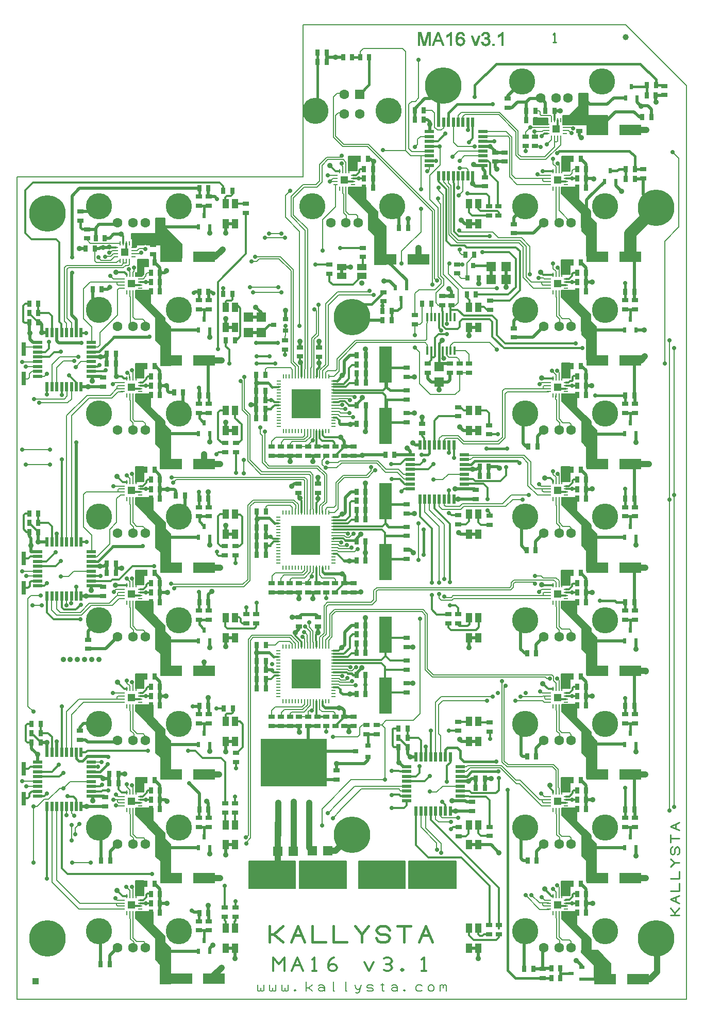
<source format=gbr>
%FSLAX35Y35*%
%MOIN*%
G04 EasyPC Gerber Version 18.0.8 Build 3632 *
%ADD70R,0.01102X0.03150*%
%ADD24R,0.01378X0.05512*%
%ADD80R,0.01969X0.05906*%
%ADD84R,0.02362X0.03543*%
%ADD78R,0.03150X0.03543*%
%ADD72R,0.03150X0.03937*%
%ADD87R,0.03150X0.08661*%
%ADD17R,0.03937X0.03937*%
%ADD81R,0.03937X0.06299*%
%ADD22R,0.04331X0.18110*%
%ADD76R,0.05906X0.06299*%
%ADD75R,0.08268X0.23622*%
%ADD82R,0.04724X0.04724*%
%ADD25R,0.06299X0.06299*%
%ADD20R,0.18504X0.18504*%
%ADD15C,0.00100*%
%ADD10C,0.00500*%
%ADD12C,0.00787*%
%ADD91C,0.00827*%
%ADD18C,0.00984*%
%ADD14C,0.01181*%
%ADD19C,0.01575*%
%ADD11C,0.01969*%
%ADD83C,0.02756*%
%ADD21C,0.03150*%
%ADD89C,0.03543*%
%ADD16C,0.03937*%
%ADD71R,0.03150X0.01102*%
%ADD79R,0.05906X0.01969*%
%ADD88R,0.03543X0.02362*%
%ADD77R,0.03543X0.03150*%
%ADD73R,0.03937X0.03150*%
%ADD86R,0.06299X0.03937*%
%ADD74R,0.06299X0.05906*%
%ADD85R,0.14173X0.07087*%
%ADD23R,0.42520X0.31102*%
%ADD26C,0.06299*%
%ADD90C,0.07874*%
%ADD28C,0.11811*%
%ADD27C,0.16929*%
%ADD29C,0.23622*%
X0Y0D02*
D02*
D10*
X39370Y39370D02*
Y570866D01*
X224409*
Y669291*
X433071*
X472441Y629921*
Y39370*
X39370*
X113425Y530900D02*
X113951D01*
Y525250*
X114346*
G75*
G02X114626Y525270I280J-1981*
G01*
X116083*
X116614Y525854*
Y526929*
X120965*
G75*
G02X123602I1319J-2480*
G01*
X132205*
Y518780*
X146024*
Y527283*
X135039Y538268*
Y544291*
X129016*
Y534370*
X113425*
Y530900*
G36*
X113951*
Y525250*
X114346*
G75*
G02X114626Y525270I280J-1981*
G01*
X116083*
X116614Y525854*
Y526929*
X120965*
G75*
G02X123602I1319J-2480*
G01*
X132205*
Y518780*
X146024*
Y527283*
X135039Y538268*
Y544291*
X129016*
Y534370*
X113425*
Y530900*
G37*
X115827Y240236D02*
X121299D01*
Y249685*
X115827*
Y240236*
G36*
X121299*
Y249685*
X115827*
Y240236*
G37*
X115846Y95965D02*
Y91732D01*
X128996Y78583*
Y69882*
X135059Y69843*
Y79921*
X127224Y87756*
Y95965*
X115846*
G36*
Y91732*
X128996Y78583*
Y69882*
X135059Y69843*
Y79921*
X127224Y87756*
Y95965*
X115846*
G37*
Y162894D02*
Y158661D01*
X128996Y145512*
Y136811*
X135059Y136772*
Y146850*
X127224Y154685*
Y162894*
X115846*
G36*
Y158661*
X128996Y145512*
Y136811*
X135059Y136772*
Y146850*
X127224Y154685*
Y162894*
X115846*
G37*
Y229823D02*
Y225591D01*
X128996Y212441*
Y203740*
X135059Y203701*
Y213780*
X127224Y221614*
Y229823*
X115846*
G36*
Y225591*
X128996Y212441*
Y203740*
X135059Y203701*
Y213780*
X127224Y221614*
Y229823*
X115846*
G37*
Y497539D02*
Y493031D01*
X128839Y480039*
Y471142*
X134862Y471102*
Y479843*
X125689Y489016*
Y497539*
X115846*
G36*
Y493031*
X128839Y480039*
Y471142*
X134862Y471102*
Y479843*
X125689Y489016*
Y497539*
X115846*
G37*
X115866Y106417D02*
X121339D01*
Y115866*
X115866*
Y106417*
G36*
X121339*
Y115866*
X115866*
Y106417*
G37*
Y173346D02*
X121339D01*
Y182795*
X115866*
Y173346*
G36*
X121339*
Y182795*
X115866*
Y173346*
G37*
Y296752D02*
Y292520D01*
X129016Y279370*
Y270669*
X135079Y270630*
Y280709*
X127244Y288543*
Y296752*
X115866*
G36*
Y292520*
X129016Y279370*
Y270669*
X135079Y270630*
Y280709*
X127244Y288543*
Y296752*
X115866*
G37*
Y307205D02*
X121339D01*
Y316654*
X115866*
Y307205*
G36*
X121339*
Y316654*
X115866*
Y307205*
G37*
Y374134D02*
X121339D01*
Y383583*
X115866*
Y374134*
G36*
X121339*
Y383583*
X115866*
Y374134*
G37*
Y430610D02*
Y426102D01*
X128858Y413110*
Y404213*
X134882Y404173*
Y412913*
X125709Y422087*
Y430610*
X115866*
G36*
Y426102*
X128858Y413110*
Y404213*
X134882Y404173*
Y412913*
X125709Y422087*
Y430610*
X115866*
G37*
X115906Y363681D02*
Y359331D01*
X129055Y346181*
Y337480*
X135118Y337441*
Y347480*
X127244Y355354*
Y363681*
X115906*
G36*
Y359331*
X129055Y346181*
Y337480*
X135118Y337441*
Y347480*
X127244Y355354*
Y363681*
X115906*
G37*
X115945Y509028D02*
Y506594D01*
X119823*
X121220Y507992*
Y512992*
X124114*
X124213Y513091*
Y517717*
X117421*
Y509154*
X116070*
G75*
G02X116057Y509140I-1011J969*
G01*
X115945Y509028*
G36*
Y506594*
X119823*
X121220Y507992*
Y512992*
X124114*
X124213Y513091*
Y517717*
X117421*
Y509154*
X116070*
G75*
G02X116057Y509140I-1011J969*
G01*
X115945Y509028*
G37*
X116043Y441063D02*
X121299D01*
Y450512*
X116043*
Y441063*
G36*
X121299*
Y450512*
X116043*
Y441063*
G37*
X132067Y49311D02*
X138583D01*
Y69783*
X138484*
Y72362*
X135138Y75709*
X128957*
Y64882*
X132067Y61772*
Y49311*
G36*
X138583*
Y69783*
X138484*
Y72362*
X135138Y75709*
X128957*
Y64882*
X132067Y61772*
Y49311*
G37*
X138583Y115551D02*
Y139291D01*
X135236Y142638*
X129055*
Y131811*
X132165Y128701*
Y115551*
X138583*
G36*
Y139291*
X135236Y142638*
X129055*
Y131811*
X132165Y128701*
Y115551*
X138583*
G37*
Y182480D02*
Y206220D01*
X135236Y209567*
X129055*
Y198740*
X132165Y195630*
Y182480*
X138583*
G36*
Y206220*
X135236Y209567*
X129055*
Y198740*
X132165Y195630*
Y182480*
X138583*
G37*
Y249488D02*
Y273228D01*
X135236Y276575*
X129055*
Y265748*
X132165Y262638*
Y249488*
X138583*
G36*
Y273228*
X135236Y276575*
X129055*
Y265748*
X132165Y262638*
Y249488*
X138583*
G37*
Y315197D02*
Y340157D01*
X135236Y343504*
X129055*
Y331457*
X132165Y328346*
Y315197*
X138583*
G36*
Y340157*
X135236Y343504*
X129055*
Y331457*
X132165Y328346*
Y315197*
X138583*
G37*
Y382244D02*
Y407087D01*
X135236Y410433*
X128858*
Y398504*
X131969Y395394*
Y382244*
X138583*
G36*
Y407087*
X135236Y410433*
X128858*
Y398504*
X131969Y395394*
Y382244*
X138583*
G37*
X138681Y448937D02*
Y474016D01*
X135335Y477362*
X129016*
Y465197*
X132126Y462087*
Y448937*
X138681*
G36*
Y474016*
X135335Y477362*
X129016*
Y465197*
X132126Y462087*
Y448937*
X138681*
G37*
X219311Y111087D02*
Y128839D01*
X189429*
Y111087*
X219311*
G36*
Y128839*
X189429*
Y111087*
X219311*
G37*
X221780D02*
X252181D01*
Y128839*
X221780*
Y111087*
G36*
X252181*
Y128839*
X221780*
Y111087*
G37*
X253642Y575000D02*
X259114D01*
Y584449*
X253642*
Y575000*
G36*
X259114*
Y584449*
X253642*
Y575000*
G37*
X253740Y564469D02*
Y560276D01*
X266732Y547283*
Y538386*
X272756Y538346*
Y548465*
X264961Y556260*
Y564469*
X253740*
G36*
Y560276*
X266732Y547283*
Y538386*
X272756Y538346*
Y548465*
X264961Y556260*
Y564469*
X253740*
G37*
X277854Y514469D02*
Y539075D01*
X272677Y544252*
X266713*
Y537087*
X270768Y533031*
Y514469*
X277854*
G36*
Y539075*
X272677Y544252*
X266713*
Y537087*
X270768Y533031*
Y514469*
X277854*
G37*
X290248Y111087D02*
Y128839D01*
X260366*
Y111087*
X290248*
G36*
Y128839*
X260366*
Y111087*
X290248*
G37*
X292717D02*
X323118D01*
Y128839*
X292717*
Y111087*
G36*
X323118*
Y128839*
X292717*
Y111087*
G37*
X373228Y604724D02*
X382480D01*
Y609154*
X373228*
Y604724*
G36*
X382480*
Y609154*
X373228*
Y604724*
G37*
X391417Y106378D02*
X396890D01*
Y115827*
X391417*
Y106378*
G36*
X396890*
Y115827*
X391417*
Y106378*
G37*
Y173307D02*
X396890D01*
Y182756*
X391417*
Y173307*
G36*
X396890*
Y182756*
X391417*
Y173307*
G37*
Y240236D02*
X396890D01*
Y249685*
X391417*
Y240236*
G36*
X396890*
Y249685*
X391417*
Y240236*
G37*
Y296752D02*
Y292244D01*
X404528Y279134*
Y270354*
X410551Y270315*
Y279055*
X401378Y288228*
Y296752*
X391417*
G36*
Y292244*
X404528Y279134*
Y270354*
X410551Y270315*
Y279055*
X401378Y288228*
Y296752*
X391417*
G37*
Y307165D02*
X396890D01*
Y316614*
X391417*
Y307165*
G36*
X396890*
Y316614*
X391417*
Y307165*
G37*
Y374094D02*
X396890D01*
Y383543*
X391417*
Y374094*
G36*
X396890*
Y383543*
X391417*
Y374094*
G37*
X391437Y497539D02*
Y493386D01*
X404429Y480394*
Y471496*
X410433Y471457*
Y481969*
X402756Y489646*
Y497539*
X391437*
G36*
Y493386*
X404429Y480394*
Y471496*
X410433Y471457*
Y481969*
X402756Y489646*
Y497539*
X391437*
G37*
Y507972D02*
X396909D01*
Y517421*
X391437*
Y507972*
G36*
X396909*
Y517421*
X391437*
Y507972*
G37*
Y564469D02*
Y560315D01*
X404429Y547323*
Y538425*
X410256Y538386*
Y548898*
X402756Y556398*
Y564469*
X391437*
G36*
Y560315*
X404429Y547323*
Y538425*
X410256Y538386*
Y548898*
X402756Y556398*
Y564469*
X391437*
G37*
X391457Y96063D02*
Y91417D01*
X404449Y78425*
Y69528*
X410472Y69488*
Y78228*
X401299Y87402*
Y96063*
X391457*
G36*
Y91417*
X404449Y78425*
Y69528*
X410472Y69488*
Y78228*
X401299Y87402*
Y96063*
X391457*
G37*
Y162992D02*
Y158386D01*
X404449Y145394*
Y136496*
X410472Y136457*
Y145197*
X401299Y154370*
Y162992*
X391457*
G36*
Y158386*
X404449Y145394*
Y136496*
X410472Y136457*
Y145197*
X401299Y154370*
Y162992*
X391457*
G37*
Y229921D02*
Y225276D01*
X404449Y212283*
Y203386*
X410472Y203346*
Y212087*
X401299Y221260*
Y229921*
X391457*
G36*
Y225276*
X404449Y212283*
Y203386*
X410472Y203346*
Y212087*
X401299Y221260*
Y229921*
X391457*
G37*
Y363681D02*
Y359173D01*
X404528Y346102*
Y337283*
X410551Y337244*
Y345984*
X401378Y355157*
Y363681*
X391457*
G36*
Y359173*
X404528Y346102*
Y337283*
X410551Y337244*
Y345984*
X401378Y355157*
Y363681*
X391457*
G37*
Y430610D02*
Y426102D01*
X404528Y413031*
Y404213*
X410551Y404173*
Y412913*
X401378Y422087*
Y430610*
X391457*
G36*
Y426102*
X404528Y413031*
Y404213*
X410551Y404173*
Y412913*
X401378Y422087*
Y430610*
X391457*
G37*
Y441102D02*
X396929D01*
Y450551*
X391457*
Y441102*
G36*
X396929*
Y450551*
X391457*
Y441102*
G37*
X391535Y574803D02*
X397008D01*
Y584252*
X391535*
Y574803*
G36*
X397008*
Y584252*
X391535*
Y574803*
G37*
X408661Y625098D02*
X402657D01*
Y616634*
X396752Y610728*
X392520*
X392421Y610630*
Y604724*
X412106*
X412008Y604626*
Y603445*
X421358*
Y610728*
X408661*
Y625098*
G36*
X402657*
Y616634*
X396752Y610728*
X392520*
X392421Y610630*
Y604724*
X412106*
X412008Y604626*
Y603445*
X421358*
Y610728*
X408661*
Y625098*
G37*
X413878Y519882D02*
Y540906D01*
X410531Y544252*
X404508*
Y536142*
X407618Y533031*
Y519882*
X413878*
G36*
Y540906*
X410531Y544252*
X404508*
Y536142*
X407618Y533031*
Y519882*
X413878*
G37*
X413898Y452874D02*
Y473898D01*
X410551Y477244*
X404528*
Y469134*
X407638Y466024*
Y452874*
X413898*
G36*
Y473898*
X410551Y477244*
X404528*
Y469134*
X407638Y466024*
Y452874*
X413898*
G37*
X414055Y115827D02*
Y139567D01*
X410709Y142913*
X404528*
Y132087*
X407638Y128976*
Y115827*
X414055*
G36*
Y139567*
X410709Y142913*
X404528*
Y132087*
X407638Y128976*
Y115827*
X414055*
G37*
X414134Y182441D02*
Y206181D01*
X410787Y209528*
X404606*
Y198701*
X407717Y195591*
Y182441*
X414134*
G36*
Y206181*
X410787Y209528*
X404606*
Y198701*
X407717Y195591*
Y182441*
X414134*
G37*
Y249409D02*
Y273150D01*
X410787Y276496*
X404606*
Y265669*
X407717Y262559*
Y249409*
X414134*
G36*
Y273150*
X410787Y276496*
X404606*
Y265669*
X407717Y262559*
Y249409*
X414134*
G37*
Y316339D02*
Y340079D01*
X410787Y343425*
X404606*
Y332598*
X407717Y329488*
Y316339*
X414134*
G36*
Y340079*
X410787Y343425*
X404606*
Y332598*
X407717Y329488*
Y316339*
X414134*
G37*
Y383346D02*
Y407087D01*
X410787Y410433*
X404606*
Y399606*
X407717Y396496*
Y383346*
X414134*
G36*
Y407087*
X410787Y410433*
X404606*
Y399606*
X407717Y396496*
Y383346*
X414134*
G37*
X423346Y62520D02*
X414961Y70906D01*
X404409*
X404370Y70866*
Y69646*
X412717Y61299*
Y53465*
X412795Y53543*
X422008*
X423346Y54882*
Y62520*
G36*
X414961Y70906*
X404409*
X404370Y70866*
Y69646*
X412717Y61299*
Y53465*
X412795Y53543*
X422008*
X423346Y54882*
Y62520*
G37*
D02*
D11*
X47146Y476870D02*
Y470374D01*
X47539Y469980*
X48425Y332677D02*
Y328740D01*
X52500*
X48425Y332677D02*
Y337106D01*
Y337402*
X47146Y338681*
Y341476*
X48681Y205453D02*
Y201417D01*
X52559Y197539*
X52500Y192717D02*
Y197480D01*
X52559Y197539*
X52500Y464134D02*
Y464173D01*
X49469*
X47539Y466102*
Y469980*
X53051Y335039D02*
X53150D01*
X53248Y334941*
X58701*
X53051Y341476D02*
Y335039D01*
Y476870D02*
X54114D01*
X55315Y475669*
Y470354*
X54587Y205453D02*
X58504D01*
X58563Y205512*
X58701Y198917D02*
Y205374D01*
X58563Y205512*
X58701Y470335D02*
X55335D01*
X55315Y470354*
X64921Y340453D02*
Y335079D01*
X65000Y335000*
Y334941*
Y198917D02*
Y205866D01*
Y470335D02*
Y464921D01*
X66299Y463622*
X80827*
X74803Y518898D02*
Y558720D01*
X79764Y563681*
X157106*
X157126Y563661*
X77598Y470335D02*
Y478799D01*
X74705Y481693*
Y508622*
X74803Y508720*
Y508858*
X77657Y399311D02*
Y335000D01*
X77598Y334941*
X79823Y207087D02*
X83661D01*
X85039Y205709*
X103425*
X104409Y206693*
X79823Y212992D02*
Y215059D01*
X82382Y217618*
X92067*
X92323Y217362*
X80118Y548661D02*
X88976D01*
X92323Y552008*
X80748Y164075D02*
Y163976D01*
X84154*
X80748Y300098D02*
X84055D01*
X80748Y435492D02*
X85276D01*
X85335Y435433*
X83543Y524803D02*
X79724D01*
X84055Y300098D02*
X94724D01*
X94783Y300039*
X84449Y196260D02*
X98130D01*
X84528Y537165D02*
X90118D01*
X85276Y265866D02*
X96654D01*
X104409Y273622*
X85276Y271772D02*
Y277244D01*
X92323Y284291*
X87343Y170669D02*
X95571D01*
X96319Y169921*
X87343Y170669D02*
X88287D01*
Y167717*
X87343Y306693D02*
Y304193D01*
X87402Y304134*
Y303642*
X87343Y306693D02*
X94035D01*
X94783Y305945*
X87343Y319291D02*
X93110D01*
X87343Y442087D02*
X87894D01*
Y439173*
X87343Y442087D02*
X94035D01*
X94783Y441339*
X87343Y454685D02*
X93228Y454764D01*
X88150Y498228D02*
Y490433D01*
X92323Y486260*
Y485079*
X89449Y524803D02*
X92520D01*
X93228Y525512*
X95000*
X90118Y531496D02*
Y537165D01*
Y538031*
X92441Y540354*
X103425*
X104409Y541339*
X93110Y319291D02*
X95512D01*
X97362Y321142*
X93228Y454764D02*
X95512Y454685D01*
X97362Y456535*
X93307Y62008D02*
Y82520D01*
X92323Y83504*
X93602Y129035D02*
Y149154D01*
X92323Y150433*
X94055Y498228D02*
X97835D01*
X99213Y499606*
X94783Y435433D02*
X85335D01*
X95000Y182165D02*
X93937Y183228D01*
X87382*
X87343Y183268*
X95000Y525512D02*
X98937D01*
X99016Y525591*
X96024Y531496D02*
X99252D01*
X101772Y534016*
X106693*
X96319Y164016D02*
X84193D01*
X84154Y163976*
X97362Y321142D02*
Y315118D01*
Y456535D02*
Y450512D01*
X98898Y179094D02*
Y182165D01*
X95000*
X98898D02*
Y185118D01*
X99213Y62008D02*
Y67638D01*
X104409Y72835*
X99508Y129035D02*
Y134862D01*
X104409Y139764*
X101378Y332185D02*
X120472D01*
X103268Y318189D02*
X107008D01*
X103268D02*
Y315118D01*
Y321142D02*
Y318189D01*
Y456535D02*
Y442126D01*
X103504Y441890*
X104803Y185118D02*
X108937D01*
X108957Y185138*
Y185039*
X104803Y185118D02*
Y179094D01*
X124906Y467520D02*
X101811D01*
X128346Y381850D02*
Y381575D01*
X131772Y378150*
Y363110*
X128346Y448780D02*
X128780D01*
X131732Y445827*
Y430472*
X131772Y430433*
Y430039*
X128346Y515709D02*
Y520118D01*
X127283Y521181*
X131772Y95394D02*
X131693D01*
Y110728*
X128268Y114154*
X128346*
Y114134*
X131772Y101457D02*
X136201D01*
X136220Y101476*
X131772Y162323D02*
Y177638D01*
X128346Y181063*
X131772Y168386D02*
X135453D01*
X136417Y167421*
X131772Y229252D02*
Y244567D01*
X128346Y247992*
X131772Y235315D02*
X135512D01*
X135531Y235335*
X131772Y296181D02*
Y311496D01*
X128346Y314921*
X131772Y302244D02*
X136575D01*
X136614Y302205*
X131772Y369173D02*
X136575D01*
X131772Y436102D02*
X135630D01*
X135650Y436122*
X136024*
X131772Y496969D02*
Y503031D01*
Y509094*
X134921*
X136102Y510276*
X131772Y509094D02*
Y512283D01*
X128346Y515709*
X138976Y117717D02*
X138287D01*
X135236Y120768*
Y136496*
X131969Y139764*
X138976Y184646D02*
X137205D01*
X136122Y185728*
Y202539*
X131969Y206693*
X138976Y318504D02*
Y319193D01*
X135138Y323031*
Y337382*
X131969Y340551*
X138976Y385433D02*
X138583D01*
X134843Y389173*
Y404606*
X131969Y407480*
X140846Y431594D02*
X137539D01*
X136457Y432677*
Y435689*
X136024Y436122*
X142087Y364921D02*
Y367913D01*
X141024Y368976*
X136772*
X136575Y369173*
X145472Y52677D02*
X138661D01*
X135630Y55709*
Y69075*
X131969Y72736*
Y72835*
X146752Y431594D02*
Y420846D01*
X144055Y418150*
X147992Y364921D02*
Y355157D01*
X144055Y351220*
X152362Y96752D02*
X152559D01*
X153760Y95551*
X157126*
Y95157*
X152953Y228839D02*
X156949D01*
X156575Y70315D02*
X134488D01*
X131969Y72835*
X156575Y137244D02*
X134488D01*
X131969Y139764*
X156575Y204173D02*
X134488D01*
X131969Y206693*
X156575Y271102D02*
X134488D01*
X131969Y273622*
X156575Y338031D02*
X134488D01*
X131969Y340551*
X156575Y404961D02*
X134488D01*
X131969Y407480*
X156575Y471890D02*
X134488D01*
X131969Y474409*
X156575Y538819D02*
X134488D01*
X131969Y541339*
X156988Y367520D02*
Y363012D01*
X157126Y362874*
Y162087D02*
Y172421D01*
X150492Y179055*
X157126Y295945D02*
Y302815D01*
X157087Y302854*
X157126Y429803D02*
Y434705D01*
X157087Y434744*
X157126Y496732D02*
X154311D01*
X153543Y495965*
X160236Y251575D02*
Y257244D01*
X160197Y257283*
X163031Y95157D02*
Y99862D01*
X162992Y99902*
X163031Y162087D02*
Y166220D01*
X161969Y167283*
X163031Y229016D02*
Y234252D01*
Y295945D02*
Y300866D01*
X165157Y302992*
X163031Y362874D02*
Y367185D01*
X162992Y367224*
X163031Y429803D02*
Y449567D01*
X160236Y452362*
X163031Y496732D02*
X165079D01*
X166437Y495374*
Y495531*
X166417Y495551*
X163031Y563661D02*
Y558661D01*
X163425Y558268*
Y89764D02*
Y94764D01*
X163031Y95157*
X163425Y156693D02*
Y161693D01*
X163031Y162087*
X163425Y223622D02*
Y228622D01*
X163031Y229016*
X163425Y290551D02*
Y295551D01*
X163031Y295945*
X163425Y357480D02*
Y362480D01*
X163031Y362874*
X163425Y491339D02*
Y496339D01*
X163031Y496732*
X163425Y558268D02*
X167126D01*
X168701Y556693*
X164055Y70315D02*
Y72520D01*
X165846Y74311*
X164055Y137244D02*
Y133287D01*
X164075Y133268*
X164055Y204173D02*
Y199567D01*
X164094Y199528*
X164055Y271102D02*
Y266890D01*
X164094Y266850*
X164055Y338031D02*
Y332913D01*
X164094Y332874*
X164055Y471890D02*
Y467370D01*
X164094Y467331*
X164055Y538819D02*
Y534764D01*
X164094Y534724*
X174213Y72264D02*
X180118D01*
X174213Y139193D02*
Y132677D01*
Y139193D02*
X180118D01*
X174213Y206122D02*
Y199213D01*
Y206122D02*
X180118D01*
X174213Y273051D02*
Y267205D01*
Y273051D02*
X180118D01*
X174213Y339980D02*
Y345669D01*
Y339980D02*
X180118D01*
X174213Y406909D02*
Y412323D01*
Y406909D02*
X180118D01*
X174213Y473839D02*
Y479429D01*
Y473839D02*
X180118D01*
X174213Y540768D02*
Y534646D01*
Y540768D02*
X180118D01*
Y72264D02*
Y65551D01*
X188976Y470472D02*
X197244D01*
X188976Y480315D02*
X197244D01*
X192665Y114594D02*
Y117429D01*
X197283Y122047*
X194016Y423819D02*
X190669D01*
X194016D02*
Y414961D01*
Y432677D02*
Y443031D01*
Y432677D02*
Y423819D01*
X194390Y263386D02*
X194429Y268445D01*
X194390Y326772D02*
Y344488D01*
X194429Y240394D02*
X194390Y263386D01*
X197244Y480315D02*
Y483291D01*
X193717Y486819*
X197283Y113386D02*
Y122047D01*
X212874*
X197283D02*
X201142D01*
X205079Y118110*
X197283Y122047D02*
Y119213D01*
X201902Y114594*
X199921Y414961D02*
Y420866D01*
Y432677D02*
Y426772D01*
X200295Y326772D02*
Y332677D01*
Y344488D02*
Y338583D01*
X200335Y246299D02*
Y240394D01*
Y252205D02*
Y258110D01*
X201870Y437598D02*
X194134Y437539D01*
X202657Y263484D02*
X194488D01*
X194390Y263386*
X202736Y350315D02*
X195413D01*
X194311Y349213*
Y344567*
X203307Y338504D02*
X200374D01*
X203346Y252264D02*
X200394D01*
X203976Y216102D02*
X221693D01*
X207874Y463823D02*
X193787D01*
X212874Y122047D02*
Y119213D01*
X217492Y114594*
X212874Y122047D02*
Y113386D01*
Y122047D02*
Y119213D01*
X208256Y114594*
X212992Y479094D02*
Y484646D01*
X212894Y484744*
X215866Y390669D02*
Y388740D01*
X215827*
Y386969*
X221417Y372598D02*
X218465D01*
X216890Y371024*
X221457Y280315D02*
Y278642D01*
X219193Y276378*
X221457Y286220D02*
X217362D01*
X217244Y286339*
X221654Y302480D02*
Y298425D01*
X221752Y298327*
X221654Y302480D02*
X203937D01*
X221693Y216102D02*
Y212087D01*
X221850Y211929*
X221772Y390669D02*
X204055D01*
X222205Y460787D02*
Y464567D01*
X223846Y114594D02*
X227256D01*
X228465Y113386*
X227559Y302480D02*
X230610D01*
X227598Y216102D02*
Y201811D01*
X218169Y192382*
X227677Y390669D02*
X230610D01*
X228465Y113386D02*
X231874D01*
X233083Y114594*
X228465Y122047D02*
Y119213D01*
X223846Y114594*
X230610Y302480D02*
X233465D01*
X230610Y390669D02*
X233583D01*
X233083Y114594D02*
Y114933D01*
X236260Y118110*
X233504Y216102D02*
X227598D01*
X233819Y372598D02*
Y376614D01*
X233898Y376693*
X233858Y280315D02*
Y276457D01*
X233898Y276417*
X233858Y286220D02*
Y286732D01*
X232480Y288110*
X223346*
X221457Y286220*
X234764Y460709D02*
Y464567D01*
X236260Y118110D02*
Y117772D01*
X239437Y114594*
X238150Y314331D02*
X249488D01*
X238681Y227756D02*
X247736D01*
X239437Y114594D02*
X242846D01*
X244055Y113386*
X239488Y648386D02*
X245039D01*
X245157Y648504*
X239488Y648386D02*
Y645354D01*
X239449Y645315*
X239488Y651496D02*
Y648386D01*
X244055Y113386D02*
X247465D01*
X248673Y114594*
X245945Y181339D02*
X229213D01*
X218169Y192382*
X245945Y187244D02*
Y191732D01*
X247736Y227756D02*
X249311D01*
X250984Y226083*
Y222441*
X251024Y222402*
Y222008*
X248425Y411063D02*
X254803D01*
X248673Y114594D02*
Y117713D01*
X244055Y122331*
Y122047*
X249429Y512795D02*
X255020D01*
X249429D02*
Y506890D01*
X249488Y314331D02*
X249843D01*
X251260Y312913*
Y308661*
X250157Y648386D02*
Y648425D01*
X245276*
X245197Y648504*
X245157*
X250787Y322835D02*
X254331D01*
X250984Y302480D02*
X256890D01*
X251024Y216102D02*
X253937D01*
X251024Y222008D02*
X256929D01*
X251102Y390669D02*
X257008D01*
X251102Y396575D02*
Y400157D01*
X248701Y402559*
X253937Y216102D02*
Y212303D01*
Y216102D02*
X256929D01*
X254331Y322835D02*
X258504D01*
X256890Y302480D02*
X261378D01*
X261535Y302638*
X256890Y308386D02*
X250984D01*
X257008Y390669D02*
X262402D01*
X262598Y390866*
X257008Y396575D02*
X251102D01*
X258307Y199764D02*
X225551D01*
X218169Y192382*
X258780Y335276D02*
Y337028D01*
X261713Y339961*
X258780Y367480D02*
X255315D01*
X251575Y363740*
Y354134*
X250551Y353110*
X249764*
X258819Y236732D02*
X254449D01*
X258819Y248898D02*
Y250157D01*
X262303Y253642*
X258819Y281102D02*
X255610D01*
X251181Y276673*
Y268504*
X249311Y266634*
X258898Y411299D02*
X254567D01*
X258898Y455669D02*
X254724D01*
X251063Y452008*
Y443898*
X249724Y442559*
X263602Y114594D02*
X267012D01*
X268220Y113386*
X264665Y327953D02*
X264685Y323110D01*
Y335276D02*
X264665Y327953D01*
X264685Y349764D02*
Y372874D01*
X264646Y372913*
X264724Y248898D02*
X264764Y242815D01*
X264724Y263386D02*
Y285906D01*
X264764Y242815D02*
X264724Y236732D01*
X264803Y411299D02*
Y405709D01*
X264764Y405748*
Y406496*
X264803Y411299D02*
Y423465D01*
Y455669D02*
Y459528D01*
X264724Y459606*
X264803Y455669D02*
Y437953D01*
X266142Y582638D02*
X267657D01*
X269783Y580906*
X266181Y196024D02*
Y193937D01*
X263858Y191614*
X246063*
X245945Y191732*
X268150Y122047D02*
Y119142D01*
X263602Y114594*
X268220Y113386D02*
X271630D01*
X272839Y114594*
X269567Y569961D02*
Y563898D01*
Y569961D02*
Y576024D01*
X269783Y580906D02*
X269685D01*
Y576142*
X269567Y576024*
X272839Y114594D02*
Y114933D01*
X276016Y118110*
X275591Y478228D02*
X257992D01*
X255906Y480315*
X276016Y118110D02*
Y117772D01*
X279193Y114594*
X277461Y391437D02*
X263169D01*
X262598Y390866*
X279193Y114594D02*
X282602D01*
X283811Y113386*
X283780Y499449D02*
Y500157D01*
X280197Y503740*
X276535*
X276496Y503780*
Y503740*
X283811Y113386D02*
X287220D01*
X288429Y114594*
X285886Y202461D02*
Y192953D01*
X286417Y192421*
X286220Y537894D02*
Y547638D01*
X281850Y552008*
X288429Y114594D02*
Y117358D01*
X283740Y122047*
X291142Y330039D02*
X293524D01*
X295512Y328051*
X291181Y243661D02*
X295118D01*
X295177Y243602*
X291181Y267087D02*
X295236D01*
X291240Y189724D02*
X289213D01*
X286417Y192520*
Y192421*
X291260Y499449D02*
Y504252D01*
X277756Y517756*
X291791Y202461D02*
Y197874D01*
X293701Y195965*
X292126Y537894D02*
Y543996D01*
X293602Y391378D02*
X283425D01*
X283366Y391437*
X293602Y391378D02*
Y393602D01*
X291535Y395669*
X294783Y114594D02*
X298193D01*
X299402Y113386*
X296496Y608071D02*
Y613976D01*
Y615039*
X302992Y621535*
X306575*
X314961Y629921*
X297441Y195925D02*
X293740D01*
X293701Y195965*
X299331Y122047D02*
Y119142D01*
X294783Y114594*
X299402Y113386D02*
X302811D01*
X304020Y114594*
X299803Y397579D02*
X296909D01*
X295374Y399114*
X301280Y411220D02*
Y415846D01*
X302402Y608071D02*
X304764D01*
X306181Y606654*
Y604882*
X304020Y114594D02*
Y114933D01*
X307197Y118110*
X304961Y444449D02*
Y440610D01*
X307283Y438287*
X311909*
X312126Y438504*
X306181Y604882D02*
Y600669D01*
X305807Y600295*
X307197Y118110D02*
Y117772D01*
X310374Y114594*
X313783*
X314992Y113386*
X312008Y606496D02*
Y626969D01*
X314961Y629921*
X312126Y438504D02*
Y433681D01*
X312205Y433602*
Y433268*
X314370Y494094D02*
X320354D01*
X314992Y113386D02*
X318402D01*
X319610Y114594*
X319370Y444449D02*
Y439744D01*
X317913Y438287*
X312343*
X312126Y438504*
X319370Y450354D02*
X314134D01*
X312126Y448346*
X319488Y161083D02*
X322795D01*
X322835Y161122*
X319610Y114594D02*
Y117323D01*
X314921Y122012*
Y122047*
X320354Y494094D02*
Y497165D01*
X318701Y498819*
X321850Y362736D02*
X324498D01*
X324606Y362844*
X322835Y161122D02*
X333425D01*
X333524Y161024*
X326083Y167677D02*
X320630D01*
X320512Y167559*
X326083Y167677D02*
X329331D01*
X330079Y166929*
X333524*
X326083Y180276D02*
X331398Y180217D01*
X328445Y369331D02*
X322894D01*
X322736Y369488*
X328445Y369331D02*
X335138D01*
X335886Y368583*
X328445Y381929D02*
X334055Y381890D01*
X331398Y180217D02*
X331654Y180276D01*
X333366Y181988*
X335965*
X336102Y182126*
X331693Y72264D02*
X337598D01*
X331693Y139193D02*
X337598D01*
X331693Y206122D02*
X326654D01*
X325492Y207283*
X331693Y273051D02*
Y266634D01*
Y273051D02*
X337598D01*
X331693Y339980D02*
X325965D01*
X325000Y340945*
X331693Y406909D02*
X328031D01*
X325591Y409350*
X331693Y406909D02*
X337598D01*
X331693Y473839D02*
Y468209D01*
Y473839D02*
X337598D01*
X331693Y540768D02*
X328917D01*
X326772Y542913*
X331693Y540768D02*
X337598D01*
X334055Y381890D02*
X336614Y381929D01*
X338465Y383780*
X334055Y571654D02*
Y566535D01*
X335886Y362677D02*
X324774D01*
X324606Y362844*
X336102Y176102D02*
Y182126D01*
X337598Y72264D02*
Y65748D01*
Y139193D02*
X345945D01*
X351083Y134055*
X337598Y206122D02*
X331693D01*
X337598Y339980D02*
X331693D01*
X337953Y505787D02*
Y502067D01*
X338465Y377756D02*
Y383780D01*
X340650Y578248D02*
X335453D01*
X334724Y578976*
X340650Y590846D02*
X345374D01*
X341831Y564862D02*
X335728D01*
X334055Y566535*
X341831Y570768D02*
Y574803D01*
X340748Y575886*
Y578150*
X340650Y578248*
X342008Y176102D02*
Y182126D01*
X346024*
X346063Y182087*
X344370Y377756D02*
Y383780D01*
X350177*
X351132Y382825*
X345866Y513110D02*
Y504724D01*
X348622Y580906D02*
Y576969D01*
X349705Y575886*
X348622Y586811D02*
Y587598D01*
X345374Y590846*
X354626Y580906D02*
X348622D01*
X354626Y586811D02*
X348622D01*
X355709Y504724D02*
Y499803D01*
Y513110D02*
Y504724D01*
X356496Y615650D02*
X359154D01*
X362795Y619291*
X368661*
X356496Y621555D02*
Y623268D01*
X365945Y632717*
X360748Y467283D02*
X372874D01*
X380000Y474409*
X360748Y473189D02*
Y477913D01*
X367913Y485079*
X360748Y534606D02*
X373268D01*
X380000Y541339*
X360748Y540512D02*
Y544843D01*
X367913Y552008*
X367362Y58858D02*
Y82953D01*
X367913Y83504*
X368661Y607717D02*
Y613622D01*
Y619291*
Y619350*
X371063Y621752*
X377736*
X378031Y622047*
X368848Y329774D02*
X368356D01*
X365600Y332530*
Y348907*
X367913Y351220*
X369134Y196339D02*
X366417D01*
X365354Y197402*
Y214803*
X367913Y217362*
X369134Y262953D02*
X367835D01*
X365000Y265787*
Y281378*
X367913Y284291*
X369488Y129016D02*
X366772D01*
X365354Y130433*
Y147874*
X367913Y150433*
X369882Y396604D02*
X368701D01*
X366634Y398671*
Y416870*
X367913Y418150*
X373268Y58858D02*
X379409D01*
X374754Y329774D02*
Y335305D01*
X380000Y340551*
X375039Y196339D02*
Y201732D01*
X380000Y206693*
X375039Y262953D02*
Y268661D01*
X380000Y273622*
X375394Y129016D02*
Y135157D01*
X380000Y139764*
X375787Y396604D02*
Y403268D01*
X380000Y407480*
X379409Y58858D02*
Y72244D01*
X380000Y72835*
X379409Y58976D02*
Y58858D01*
X381063Y613622D02*
Y619016D01*
X378031Y622047*
X384803Y59370D02*
X379803D01*
X379409Y58976*
X386969Y613622D02*
X390709D01*
X390748Y613583*
X403071Y600551D02*
Y597638D01*
X404331Y596378*
X403937Y448780D02*
X404370D01*
X407185Y445965*
Y442343*
X407362Y442165*
X403937Y515709D02*
X403976D01*
X407382Y512303*
Y509114*
X407362Y509094*
X404567Y52441D02*
Y52461D01*
X419488*
X419547Y52520*
X419567*
X404567Y59921D02*
Y60886D01*
X400886Y64567*
Y64469*
X407362Y95394D02*
Y110709D01*
X403937Y114134*
X407362Y101457D02*
X411594D01*
X411614Y101476*
X407362Y162323D02*
Y177638D01*
X403937Y181063*
X407362Y168386D02*
X411496D01*
X411516Y168406*
X407362Y229252D02*
Y244567D01*
X403937Y247992*
X407362Y235315D02*
X411398D01*
X411417Y235335*
X407362Y296181D02*
Y311496D01*
X403937Y314921*
X407362Y302244D02*
X411398D01*
X411417Y302264*
X407362Y363110D02*
Y378425D01*
X403937Y381850*
X407362Y369173D02*
X411398D01*
X411417Y369193*
X407362Y430039D02*
Y436102D01*
Y442165*
Y436102D02*
X410807D01*
X410827Y436122*
X407362Y503031D02*
X411240D01*
X411319Y502953*
X407362Y509094D02*
Y496969D01*
Y563898D02*
Y579213D01*
X403937Y582638*
X407362Y569961D02*
X411969D01*
X412126Y569803*
X407559Y541339D02*
Y556083D01*
X409350Y557874*
X419173Y567953D02*
Y567697D01*
X409350Y557874*
X426654Y567953D02*
Y565374D01*
X430217Y561811*
Y561713*
X432165Y137244D02*
Y137402D01*
X410079*
X407717Y139764*
X407559*
X432165Y204173D02*
Y204232D01*
X410079*
X407618Y206693*
X407559*
X432165Y271102D02*
Y271161D01*
X410079*
X407618Y273622*
X407559*
X432165Y338031D02*
Y338091D01*
X410079*
X407618Y340551*
X407559*
X432165Y404961D02*
Y404823D01*
X410079*
X407559Y407343*
Y407480*
X432165Y471890D02*
X410079D01*
X407559Y474409*
X432874Y622126D02*
X425177D01*
X420965Y617913*
X409724*
X405591Y622047*
X438622Y162087D02*
Y181850D01*
X435827Y184646*
X438622Y229016D02*
Y248780D01*
X435827Y251575*
X438622Y295945D02*
Y315709D01*
X435827Y318504*
X438622Y362874D02*
X438484D01*
Y382638*
X435827Y385295*
Y385433*
X438622Y429803D02*
Y449567D01*
X435827Y452362*
X438622Y496732D02*
Y516496D01*
X435827Y519291*
X438622Y496732D02*
Y491732D01*
X439016Y491339*
X438780Y569665D02*
X443780D01*
X444173Y570059*
X439016Y156693D02*
Y161693D01*
X438622Y162087*
X439016Y223622D02*
Y228622D01*
X438622Y229016*
X439016Y290551D02*
Y295551D01*
X438622Y295945*
X439016Y357480D02*
Y362480D01*
X438622Y362874*
X439016Y424409D02*
Y429409D01*
X438622Y429803*
X439646Y137244D02*
Y132106D01*
X439764Y131988*
X439646Y204173D02*
Y199331D01*
X439665Y199311*
Y199213*
X439646Y271102D02*
Y265925D01*
X439567Y265846*
X439646Y338031D02*
Y334173D01*
X439764Y334055*
Y332874*
X439646Y404961D02*
Y399291D01*
X439567Y399213*
X439646Y471890D02*
X444961D01*
X445079Y472008*
X440354Y622126D02*
Y619488D01*
X443012Y616831*
X443701Y609646D02*
X441929D01*
X438386Y613189*
X426260*
X414567Y601496*
X444173Y570059D02*
Y559764D01*
X452756Y551181*
X449606Y609646D02*
Y614665D01*
X447244Y617028*
X443209*
X443012Y616831*
X452421Y623839D02*
Y619232D01*
X452461Y619193*
X452421Y623839D02*
X457894D01*
X457972Y623917*
D02*
D12*
X42717Y180217D02*
X52500D01*
Y180118*
X42717Y316142D02*
X52500D01*
X42717Y451476D02*
X52441D01*
X52500Y451535*
X45079Y448425D02*
X52559D01*
X52500Y448287*
Y448386*
X45177Y176969D02*
X52500D01*
X45177Y312992D02*
X52500D01*
X49843Y163937D02*
Y127756D01*
Y163937D02*
X52362D01*
X57047Y168622*
X59724*
X66909Y175807*
X69193*
X50354Y427480D02*
X69843D01*
X71614Y429252*
Y435177*
X71299Y435492*
X52500Y442087D02*
X56811D01*
X58504Y443780*
X52500Y445236D02*
X48878D01*
X47343Y443701*
Y441339*
X46260Y440256*
X43957*
X43622Y440591*
X52500Y460984D02*
X44882D01*
X43622Y459724*
X53543Y425000D02*
X71969D01*
X74449Y427480*
Y435492*
X54764Y300197D02*
X48228D01*
X46417Y298386*
Y228740*
X49843Y225315*
X55217Y293996D02*
X49311D01*
X60571Y384892D02*
X45079D01*
X60610Y394843D02*
X51535D01*
Y394823*
X42717*
X61850Y164075D02*
Y115118D01*
X79429Y97539*
X107539*
X107559Y97559*
X107618*
X61850Y435492D02*
Y449606D01*
X66969Y454724*
X79035*
X65000Y164075D02*
Y116299D01*
X79823Y101476*
X103445*
X65000Y435492D02*
Y447795D01*
X69134Y451929*
X76220*
X71260Y158366D02*
Y163819D01*
X71299Y163858*
Y164075*
Y198917D02*
Y225236D01*
X79429Y233366*
X103937*
X71299Y300098D02*
Y294035D01*
X71260Y293996*
X71299Y470335D02*
Y476378D01*
X69882Y477795*
Y512520*
X71181Y513819*
X106969*
X108031Y514882*
Y516673*
X74409Y295374D02*
Y300059D01*
X74449Y300098*
Y198917D02*
Y223465D01*
X82382Y231398*
X107598*
X107618Y231417*
X74449Y470335D02*
Y476673D01*
X71555Y479567*
Y511457*
X72500Y512402*
X108110*
X109528Y513819*
X111299*
X111969Y514488*
Y516673*
X74606Y152067D02*
Y142126D01*
X74921Y127756D02*
X86811D01*
X76280Y158071D02*
X76083D01*
X74508Y159646*
Y164016*
X74449Y164075*
X77067Y145866D02*
Y150000D01*
X79626Y152559*
X81122Y469961D02*
X80748Y470335D01*
X84528Y531260D02*
Y530315D01*
X86654Y528189*
X105768*
X106063Y527894*
X87343Y180118D02*
X73504D01*
X69193Y175807*
X87343Y189567D02*
X91732D01*
X87343Y192717D02*
X94094D01*
Y192618*
X87343Y316142D02*
X75906D01*
X72480Y312717*
X67756*
X67657Y312618*
X87343Y451535D02*
X80669D01*
X77126Y447992*
X87343Y460984D02*
X91614D01*
X92913Y462283*
Y470276*
X104331Y481693*
Y498130*
X105315Y499114*
X107106*
X107126Y499134*
X107618*
X87343Y464134D02*
X87638D01*
Y473898*
X82185Y479350*
Y498720*
X86516Y503051*
X103839*
X101476Y168307D02*
X104331D01*
X103406Y519331D02*
X102205D01*
X100000Y517126*
X93701*
X91929Y518898*
X103445Y101476D02*
X107598D01*
X107618Y101496*
X103740Y434173D02*
Y434252D01*
X103839*
X99685Y429823*
X84528*
X71358Y416654*
Y335000*
X71299Y334941*
X103839Y503051D02*
X107362D01*
X107382Y503071*
X107618*
X103937Y233366D02*
X107500D01*
X107520Y233386*
X107618*
X104232Y300315D02*
Y300295D01*
X103917*
X98996Y295374*
X86102*
X80197Y289469*
X67323*
X65059Y291732*
Y300039*
X65000Y300098*
X104331Y168307D02*
X107500D01*
X107618Y168425*
X104528Y367244D02*
X84075D01*
X82382Y365551*
Y344646*
X87559Y339469*
Y329764*
X87343Y329547*
Y328740*
X106063Y516673D02*
X104665D01*
X103543Y515551*
X90551*
X89469Y516634*
Y524783*
X89449Y524803*
X107618Y99528D02*
X104213D01*
X103445Y100295*
Y101476*
X107618Y103465D02*
X104055D01*
X102874Y104646*
X107618Y164488D02*
X103228D01*
X103150Y164567*
X107618Y166457D02*
X105000D01*
X104331Y167126*
Y168307*
X107618Y170394D02*
X104449D01*
X103189Y171654*
X107618Y235354D02*
X104449D01*
X103937Y234843*
Y233366*
X107618Y237323D02*
X101378D01*
X107618Y298346D02*
X105335D01*
X100886Y293898*
X87205*
X80906Y287598*
X65059*
X61713Y290945*
Y299961*
X61850Y300098*
X107618Y300315D02*
X104232D01*
X107618Y302283D02*
X104744D01*
X104134Y301673*
Y300413*
X104232Y300315*
X107618Y304252D02*
X103346D01*
X101929Y302835*
X107618Y365276D02*
X106122D01*
X103740Y362894*
Y347638*
X99114Y343012*
Y333661*
X90846Y325394*
X87539*
X87343Y325591*
X107618Y367244D02*
X104528D01*
X107618Y369213D02*
X104941D01*
X104528Y368799*
Y367244*
X107618Y371181D02*
X101654D01*
X107618Y432205D02*
Y432185D01*
X104508*
X100472Y428150*
X86102*
X74508Y416555*
Y335098*
X74449Y335039*
Y334941*
X107618Y434173D02*
X103740D01*
X107618Y436142D02*
X104449D01*
X103839Y435531*
Y434272*
X103740Y434173*
X107618Y438110D02*
X102559D01*
X101417Y436969*
X107618Y501102D02*
X104528D01*
X103839Y501791*
Y503051*
X107618Y505039D02*
X101457D01*
X99606Y506890*
X110000Y516673D02*
Y515236D01*
X108031*
Y516673*
X118839Y505039D02*
Y505020D01*
X120866*
X122736Y506890*
Y507953*
X123642Y508858*
X125630*
X125866Y509094*
X185906Y379488D02*
Y387953D01*
X189961Y499646D02*
X208386D01*
X192087Y496457D02*
X210157D01*
X194882Y48622D02*
Y45177D01*
X195374Y44685*
X196358*
X196850Y45177*
Y46654*
Y45177D02*
X197343Y44685D01*
X198327*
X198819Y45177*
Y48622*
X202756D02*
Y45177D01*
X203248Y44685*
X204232*
X204724Y45177*
Y46654*
Y45177D02*
X205217Y44685D01*
X206201*
X206693Y45177*
Y48622*
X210630D02*
Y45177D01*
X211122Y44685*
X212106*
X212598Y45177*
Y46654*
Y45177D02*
X213091Y44685D01*
X214075*
X214567Y45177*
Y48622*
X218996Y44685D02*
X219488Y45177D01*
X218996Y45669*
X218504Y45177*
X218996Y44685*
X226378D02*
Y50591D01*
Y46654D02*
X227854D01*
X230315Y48622*
X227854Y46654D02*
X230315Y44685D01*
X234252Y48130D02*
X235236Y48622D01*
X236713*
X237697Y48130*
X238189Y47146*
Y45669*
X237697Y45177*
X236713Y44685*
X235728*
X234744Y45177*
X234252Y45669*
Y46161*
X234744Y46654*
X235728Y47146*
X236713*
X237697Y46654*
X238189Y46161*
Y45669D02*
Y44685D01*
X244587D02*
X244094D01*
Y50591*
X252461Y44685D02*
X251969D01*
Y50591*
X257874Y48622D02*
X258366Y46654D01*
X259350Y45669*
X260335*
X261319Y46654*
X261811Y48622*
X261319Y46654D02*
X260827Y44685D01*
X260335Y43701*
X259350Y43209*
X258366Y43701*
X265748Y45177D02*
X266732Y44685D01*
X268701*
X269685Y45177*
Y46161*
X268701Y46654*
X266732*
X265748Y47146*
Y48130*
X266732Y48622*
X268701*
X269685Y48130*
X274606Y48622D02*
X276575D01*
X275591Y49606D02*
Y45177D01*
X276083Y44685*
X276575*
X277067Y45177*
X281496Y48130D02*
X282480Y48622D01*
X283957*
X284941Y48130*
X285433Y47146*
Y45669*
X284941Y45177*
X283957Y44685*
X282972*
X281988Y45177*
X281496Y45669*
Y46161*
X281988Y46654*
X282972Y47146*
X283957*
X284941Y46654*
X285433Y46161*
Y45669D02*
Y44685D01*
X289862D02*
X290354Y45177D01*
X289862Y45669*
X289370Y45177*
X289862Y44685*
X301181Y48130D02*
X300197Y48622D01*
X298720*
X297736Y48130*
X297244Y47146*
Y46161*
X297736Y45177*
X298720Y44685*
X300197*
X301181Y45177*
X305118Y46161D02*
X305610Y45177D01*
X306594Y44685*
X307579*
X308563Y45177*
X309055Y46161*
Y47146*
X308563Y48130*
X307579Y48622*
X306594*
X305610Y48130*
X305118Y47146*
Y46161*
X312992Y44685D02*
Y48622D01*
Y48130D02*
X313484Y48622D01*
X314469*
X314961Y48130*
Y46654*
Y48130D02*
X315453Y48622D01*
X316437*
X316929Y48130*
Y44685*
X199921Y443031D02*
Y446535D01*
X200945Y447559*
X216358*
X217421Y446496*
Y442205*
X217362Y442146*
Y442087*
X200335Y268445D02*
X206260D01*
X208563Y270748*
X215748*
X217323Y269173*
Y267559*
X217283Y267520*
X210157Y534370D02*
X202362D01*
X212480Y465354D02*
Y467992D01*
X212992Y468504*
Y471614*
X212638Y531535D02*
X199528D01*
X212992Y471614D02*
Y474606D01*
X217244Y353898D02*
Y357323D01*
X215945Y358622*
X201181*
X200295Y357736*
Y354823*
X221654Y308386D02*
X227559D01*
X221693Y222008D02*
X227598D01*
X221772Y396575D02*
X227677D01*
X222008Y474764D02*
Y535748D01*
X212795Y544961*
Y559134*
X215827Y562165*
X225118Y318465D02*
Y316535D01*
X223622Y315039*
X206260*
X204134Y312913*
Y308583*
X203937Y308386*
X225157Y232087D02*
Y230138D01*
X223465Y228445*
X206398*
X203937Y225984*
Y222047*
X203976Y222008*
X225236Y406654D02*
Y403661D01*
X224291Y402717*
X206614*
X203780Y399882*
Y396850*
X204055Y396575*
X227087Y318465D02*
Y316063D01*
X224646Y313622*
X211929*
X209803Y311496*
Y308425*
X209843Y308386*
X227126Y232087D02*
Y229843D01*
X224055Y226772*
X212402*
X210335Y224705*
Y222461*
X209882Y222008*
X227205Y406654D02*
Y403504D01*
X225039Y401339*
X212087*
X210118Y399370*
Y396732*
X209961Y396575*
X227559Y308386D02*
Y310079D01*
X230079Y312598*
X227598Y222008D02*
Y225433D01*
X228307Y226142*
X229803*
X227677Y396575D02*
Y397717D01*
X230512Y400551*
X229055Y318465D02*
Y315630D01*
X225276Y311850*
X216890*
X215827Y310787*
Y308465*
X215748Y308386*
X229094Y232087D02*
Y229390D01*
X224803Y225098*
X216929*
X215846Y224016*
Y222067*
X215787Y222008*
X229173Y406654D02*
Y403189D01*
X225866Y399882*
X217323*
X215945Y398504*
Y396654*
X215866Y396575*
X229803Y226142D02*
Y226063D01*
X231024Y227283*
Y231811*
X231063Y231850*
Y232087*
X230079Y312598D02*
Y314567D01*
X231024Y315512*
Y318465*
X230512Y400551D02*
Y401850D01*
X231181Y402520*
Y406614*
X231142Y406654*
X234961Y318465D02*
Y313622D01*
X236732Y311850*
X244173*
X245236Y310787*
Y308543*
X245079Y308386*
X235000Y232087D02*
Y226811D01*
X236516Y225295*
X243996*
X244980Y224311*
Y222146*
X245118Y222008*
X236614Y151732D02*
Y154409D01*
X236575Y154449*
Y162480*
X255394Y181299*
X276929*
X276969Y181339*
X277283*
X239173Y212500D02*
Y216063D01*
X239213Y216102*
X239173Y298622D02*
Y302480D01*
X239291Y390669D02*
Y390472D01*
X236516Y387697*
Y385138*
X238780Y382874*
X241634Y568012D02*
X245394D01*
X245413Y568031*
X243937Y429291D02*
X256732D01*
X257480Y428543*
X245413Y566063D02*
X245374D01*
X245236Y565925*
Y551732*
X236909Y543406*
Y523209*
X245413Y570000D02*
X243622D01*
X241634Y568012*
X245413Y571969D02*
X240157D01*
X265394Y216575D02*
X262598D01*
X261102Y215079*
Y210512*
X259488Y208898*
X243583*
X271850Y216614D02*
X275157D01*
Y216850*
X277913Y219606*
X295709*
X300039Y223937*
Y285394*
X275157Y216614D02*
X275197D01*
X277283Y214528*
Y181339*
X288091Y515157D02*
Y523031D01*
X290945Y525886*
X290965*
X300591Y535512*
Y550492*
X290591Y588189D02*
X275886D01*
X275787Y588287*
X290591Y588189D02*
Y652008D01*
X288465Y654134*
X263346*
X261220Y652008*
Y648780*
X261181Y648740*
Y648425*
X291240Y173976D02*
X287441D01*
X286220Y175197*
X262087*
X248425Y161535*
Y161417*
X243504Y156496*
X291240Y177126D02*
X257776D01*
X245965Y165315*
Y165197*
X240512Y159744*
X240492*
X240394Y159843*
X293602Y375630D02*
X289774D01*
X285335Y380069*
X277736*
X271900Y385906*
X249114*
X246083Y382874*
X238780*
X293602Y378780D02*
X289213D01*
X286024Y381969*
X278110*
X272756Y387323*
X248071*
X246969Y386220*
X239862*
X296654Y468602D02*
Y475197D01*
X296752Y475295*
Y475787*
Y481693D02*
Y495669D01*
X299213Y498130*
X309744*
X313622Y502008*
Y504469*
X311614Y506476*
Y551024*
X306181Y556457*
Y571929*
X312913Y578661*
Y590630*
X312697Y590846*
X298780Y323504D02*
Y347165D01*
X299094Y646693D02*
Y621890D01*
X296969Y619764*
X294488*
X292717Y617992*
Y589291*
X294488Y587520*
X305630*
X305807Y587697*
X300591Y161083D02*
X300512D01*
Y150630*
X310709Y140433*
Y136063*
X310787*
X300591Y562894D02*
Y584547D01*
X293917*
X290591Y587874*
Y588189*
X301280Y488976D02*
Y476870D01*
X300098Y475689*
X296850*
X296752Y475787*
X302402Y613976D02*
X307717D01*
X309370Y612323*
Y603110*
X311142Y601339*
X313740*
X315157Y602756*
Y606496*
X302953Y362736D02*
Y354488D01*
X312283Y345157*
Y308661*
X303740Y161083D02*
X303701D01*
Y149961*
X313622Y140039*
Y133976*
X305807Y578248D02*
Y575807D01*
X304764Y574764*
X305807Y581398D02*
X310335D01*
X310433Y581496*
X305807Y584547D02*
X300591D01*
X305807Y597146D02*
X300217D01*
X298386Y595315*
Y592126*
X296614Y590354*
X306102Y362736D02*
Y355591D01*
X315472Y346220*
Y311142*
X307185Y488976D02*
Y480246D01*
X307175Y480236*
X310039Y161083D02*
Y155846D01*
X311850Y154035*
X320000*
X310039Y195925D02*
Y231378D01*
X313622Y234961*
X346929*
X311496Y556988D02*
Y555197D01*
X313189Y553504*
Y507087*
X315256Y505020*
Y501083*
X310236Y496063*
Y489665*
X311713Y488189*
X314370*
X311909Y564173D02*
Y562362D01*
X314862Y559409*
Y508071*
X324508Y498425*
Y489764*
X322835Y488091*
X320453*
X320354Y488189*
X312283Y301220D02*
Y298819D01*
X313760Y297343*
X320768*
X321752Y298327*
X383209*
Y298346*
X312402Y362736D02*
Y358071D01*
X314331Y356142*
X326220*
X328248Y358169*
X355433*
X359783Y362520*
X366417*
X312402Y397579D02*
Y401969D01*
X314272Y403839*
X324606*
X328396Y400049*
X350394*
X353150Y402805*
Y432776*
X354528Y434154*
X379724*
X313189Y161083D02*
Y157736D01*
X314331Y156594*
X324606*
X313189Y195925D02*
Y209528D01*
X311850Y210866*
Y229646*
X314685Y232480*
X343386*
X315551Y362736D02*
Y358819D01*
X316457Y357913*
X325591*
X327362Y359685*
X353307*
X358976Y365354*
X370315*
X315551Y397579D02*
Y400984D01*
X316683Y402116*
X324262*
X328051Y398327*
X350886*
X355020Y402461*
Y430709*
X356398Y432087*
X383091*
X383209Y432205*
X317175Y458583D02*
Y455758D01*
X318504Y454429*
X323720*
X325197Y452953*
Y450689*
X325591Y450295*
X317175Y480236D02*
Y475935D01*
X317224Y475886*
X318799Y515059D02*
X318209D01*
Y508366*
X327559Y499016*
X319675Y458583D02*
Y462096D01*
X321457Y463878*
X345079*
X349606Y459350*
X321457Y606496D02*
Y593406D01*
X324114Y590748*
X335138*
X322175Y458583D02*
X329409D01*
X331594Y456398*
Y450394*
X331693Y450295*
X323819Y508563D02*
Y508268D01*
X326575Y505512*
X330197*
X330472Y505787*
X323819Y514469D02*
X327362D01*
X324606Y571654D02*
Y564173D01*
Y606496D02*
Y610630D01*
X326772Y612795*
X351378*
X363386Y600787*
Y585728*
X365256Y583858*
X380512*
X386909Y590256*
Y593524*
X325315Y536299D02*
X325512D01*
X326299Y535512*
X346850*
X350748Y531614*
X365472*
X371102Y525984*
Y507874*
X325591Y444390D02*
Y433169D01*
X322638Y430217*
X306693*
X299705Y437205*
Y457579*
X296752Y460531*
X325591Y444390D02*
X331693D01*
X326083Y177126D02*
X314449D01*
X310630Y173307*
X306693*
X306398Y173602*
X326083Y186575D02*
X329882D01*
X332283Y188976*
X351969*
X362185Y178760*
X364154*
X378465Y164449*
X383169*
X383209Y164488*
X326083Y189724D02*
X329921D01*
X330551Y190354*
X352756*
X362008Y181102*
X364646*
X377343Y168406*
X378839*
X327559Y499016D02*
X349508D01*
X349606Y499114*
X327756Y571654D02*
Y561654D01*
X324961Y558858*
X327756Y606496D02*
Y609941D01*
X329035Y611220*
X350787*
X362008Y600000*
Y584941*
X364665Y582283*
X381299*
X390846Y591831*
Y596417*
X390827Y596437*
X328445Y378780D02*
X318268D01*
X314764Y375276*
X308780*
X308760Y375256*
X328445Y388228D02*
X332766D01*
X334252Y389715*
X366142*
X369734Y386122*
Y371457*
X375915Y365276*
X383209*
X328445Y391378D02*
Y391093D01*
X367175*
X371457Y386811*
Y372490*
X374734Y369213*
X379035*
X329134Y520768D02*
X326870D01*
X325492Y522146*
Y523917*
X330906Y571654D02*
Y575591D01*
X329921Y576575*
X325591*
X335039Y520768D02*
Y520276D01*
X330217Y515453*
Y506043*
X330472Y505787*
X340650Y584547D02*
X328740D01*
X325689Y581496*
X340650Y587697D02*
X324488D01*
X320965Y584173*
X340650Y597146D02*
Y597244D01*
X356791*
X357874Y596161*
Y570866*
X362697Y566043*
X382894*
X382913Y566063*
X383209*
X340650Y600295D02*
X355709D01*
X359252Y596752*
Y572244*
X361516Y569980*
X379232*
X350394Y552165D02*
X350689Y551870D01*
X361457Y232480D02*
X379173D01*
X380236Y231417*
X383209*
X365000Y234961D02*
X378819D01*
X379173Y235315*
X380591*
X368189Y106693D02*
X377402Y97480D01*
X383130*
X383209Y97559*
X372087Y106693D02*
X377205Y101575D01*
X379232*
X376772Y505551D02*
X379882D01*
X380433Y505000*
X383130*
X383169Y505039*
X383209*
X378543Y503071D02*
X371929D01*
X368504Y506496*
Y526181*
X364665Y530020*
X324528*
X320000Y534547*
Y565354*
X318307Y567047*
Y571654*
X378839Y168406D02*
X383150D01*
X383169Y168425*
X383209*
X379035Y369213D02*
X383209D01*
X379232Y101575D02*
X383150D01*
X383209Y101516*
Y101496*
X379232Y569980D02*
X383091D01*
X383110Y570000*
X383209*
X379331Y300315D02*
X383209D01*
X379331D02*
X378976D01*
X378858Y300197*
X321358*
X320315Y299154*
X316201*
X315531Y299823*
X315472*
Y299803*
X379724Y434154D02*
X383189D01*
X383209Y434173*
X380591Y235315D02*
X383169D01*
X383209Y235354*
Y99528D02*
X379961D01*
X379232Y100256*
Y101575*
X383209Y103465D02*
X380748D01*
X378740Y105472*
X383209Y166457D02*
X379646D01*
X378839Y167264*
Y168406*
X383209Y170394D02*
X380236D01*
X378268Y172362*
X383209Y233386D02*
X381102D01*
X380591Y233898*
Y235315*
X383209Y237323D02*
X378898D01*
X377717Y238504*
X383209Y302283D02*
X379882D01*
X379528Y301929*
Y300512*
X379331Y300315*
X383209Y304252D02*
X378465D01*
X376969Y302756*
X383209Y367244D02*
X379803D01*
X379035Y368012*
Y369213*
X383209Y371181D02*
X378386D01*
X377047Y372520*
X383209Y436142D02*
X380335D01*
X379724Y435531*
Y434154*
X383209Y438110D02*
X378425D01*
X377205Y436890*
X383209Y499134D02*
X373307D01*
X366535Y505906*
Y525787*
X363976Y528346*
X323898*
X318583Y533661*
Y564173*
X315157Y567598*
Y571654*
X383209Y501102D02*
X379409D01*
X378642Y501870*
Y502972*
X378543Y503071*
X383209D02*
X378543D01*
X383209Y568031D02*
X379803D01*
X379232Y568602*
Y569980*
X383209Y571969D02*
X376811D01*
X376024Y572756*
X384921Y596437D02*
Y595079D01*
X381850Y592008*
X384921Y607657D02*
Y610059D01*
X384449Y610531*
X378248*
X377559Y611220*
Y613091*
X376969Y613681*
X374626*
X374567Y613622*
X386890Y596437D02*
Y596457D01*
X386909*
Y593524*
X388209*
X388858Y594173*
Y596437*
X394429Y571969D02*
X396929D01*
X398307Y573346*
Y574980*
X399311Y575984*
X401299*
X401339Y576024*
X401457*
X458189Y450394D02*
Y529409D01*
X467402Y538622*
Y583051*
X463287Y587165*
X463150*
X461378Y161260D02*
Y193150D01*
Y362520D02*
Y193150D01*
Y465276D02*
Y362520D01*
X464213Y163740D02*
Y194213D01*
Y365354D02*
Y194213D01*
Y460315D02*
Y365354D01*
D02*
D14*
X43622Y305197D02*
X46339D01*
X47539Y306398*
Y308858*
X48524Y309843*
X52500*
X43622Y324331D02*
X46772D01*
X48031Y325591*
X52500*
X47146Y341476D02*
X45335D01*
X43504Y343307*
Y352362*
X44488Y353346*
X47008*
X47146Y353484*
Y347480D02*
Y347382D01*
X53051Y341476*
X47146Y482874D02*
Y482776D01*
X53051Y476870*
X47146Y488878D02*
X44685D01*
X43406Y487598*
Y477461*
X44193Y476673*
X46949*
X47146Y476870*
X48681Y205453D02*
X45925D01*
X44980Y206398*
Y216339*
X45965Y217323*
X48543*
X48681Y217461*
X52500Y170669D02*
X56811D01*
X58504Y172362*
X52500Y173819D02*
X48819D01*
X47441Y172441*
Y170472*
X46358Y169390*
X43839*
X43622Y169173*
X52500Y183268D02*
X66654D01*
X69193Y185807*
X52500Y186417D02*
X61909D01*
X66437Y190945*
X66339Y191043*
X52500Y189567D02*
X47933D01*
X46654Y188287*
X43642*
X43622Y188307*
X52500Y306693D02*
X56811D01*
X58504Y308386*
X52500Y319291D02*
X64331D01*
X67657Y322618*
X52500Y322441D02*
X58406D01*
X64409Y328445*
X52500Y454685D02*
X60295D01*
X63386Y457776*
X67421*
X67657Y458012*
X52500Y457835D02*
X57736D01*
X59941Y460039*
Y464469*
X53051Y347480D02*
X59508D01*
X61811Y345177*
Y335177*
X61850Y335138*
Y334941*
X53051Y353484D02*
Y347480D01*
Y482874D02*
X60039D01*
X61811Y481102*
Y470571*
X61850Y470531*
Y470335*
X53051Y488878D02*
Y482874D01*
X54587Y205453D02*
Y205551D01*
X48681Y211457*
X54587D02*
X59311D01*
X61811Y208957*
Y199075*
X61850Y199035*
Y198917*
X54587Y217461D02*
Y211457D01*
X58701Y164075D02*
Y117421D01*
Y300098D02*
Y289252D01*
X63031Y284921*
X80354*
X58701Y435492D02*
Y430433D01*
X64567Y530709D02*
X48622D01*
X44685Y534646*
Y562402*
X49606Y567323*
X170276*
X172736Y564862*
Y562008*
X68150Y164075D02*
Y124075D01*
X71949Y120276*
X126575*
X68150Y198917D02*
Y228819D01*
Y300098D02*
Y292598D01*
X69528Y291220*
X77441*
X80472Y294252*
X68150Y334941D02*
Y388504D01*
Y435492D02*
Y429961D01*
Y470335D02*
X68110Y470374D01*
Y475984*
X66732Y477362*
Y528543*
X64567Y530709*
X77598Y164075D02*
X77559D01*
Y168504*
X75846Y170217*
X72500*
X71949Y170768*
X77598Y300098D02*
Y305945D01*
X77657Y306004*
X77598Y435492D02*
Y438150D01*
X73031Y442717*
X80748Y198917D02*
X83720D01*
X84921Y200118*
X123819*
X80748Y334941D02*
X84409D01*
X83780Y469961D02*
X81122D01*
X87343Y173819D02*
X93858D01*
X94528Y174488*
X98228*
X87343Y176969D02*
X93307D01*
X94213Y177874*
X87343Y309843D02*
X100039D01*
X100787Y310591*
X105315*
X114055Y319331*
X128031*
X87343Y312992D02*
X93150D01*
X87343Y445236D02*
X95748D01*
X96575Y446063*
X87343Y448386D02*
X91693D01*
X92520Y449213*
X103406Y525236D02*
X99370D01*
X99016Y525591*
X108031Y527894D02*
Y532677D01*
X106693Y534016*
X110000Y527894D02*
Y523268D01*
X109016Y522283*
X110276Y106122D02*
X107559D01*
X104035Y109646*
X110276Y173051D02*
X106870D01*
X105020Y174902*
Y178878*
X104803Y179094*
X110276Y239980D02*
X108543D01*
X104134Y244390*
X110276Y306909D02*
X102913D01*
X102835Y306988*
Y307008*
X110276Y373839D02*
X107657D01*
X104035Y377461*
X110276Y440768D02*
X108346D01*
X107224Y441890*
X103504*
X110276Y507697D02*
Y507736D01*
X108799Y509213*
X103150*
X116181Y373839D02*
Y376220D01*
X117756Y377795*
Y381535D02*
Y377795D01*
X118839Y99528D02*
X114213D01*
X113228Y100512*
X118839Y101496D02*
X122638Y101476D01*
X118839Y103465D02*
X120886D01*
X122835Y105413*
Y106890*
X123622Y107677*
X125709*
X125866Y107520*
X118839Y166457D02*
X114213D01*
X113228Y167441*
X118839Y168425D02*
X122638Y168406D01*
X118839Y170394D02*
X120591D01*
X123130Y172933*
Y173819*
X123819Y174508*
X125807*
X125866Y174449*
X118839Y233386D02*
X114213D01*
X113228Y234370*
X118839Y235354D02*
X122638Y235335D01*
X118839Y237323D02*
X120591D01*
X122835Y239567*
Y240453*
X123819Y241437*
X125807*
X125866Y241378*
X118839Y300315D02*
X114213D01*
X113228Y301299*
X118839Y302283D02*
X122638D01*
X118839Y304252D02*
X120866D01*
X122953Y306339*
Y307362*
X123898Y308307*
X125866*
X118839Y367244D02*
X114213D01*
X113228Y368228*
X118839Y369213D02*
X122638Y369193D01*
X118839Y371181D02*
X120669D01*
X122913Y373425*
Y374331*
X123819Y375236*
X125866*
X118839Y434173D02*
X114213D01*
X113228Y435157*
X118839Y436142D02*
X122539Y436122D01*
X118839Y438110D02*
X120591D01*
X122835Y440354*
Y441142*
X123858Y442165*
X125866*
X118839Y501102D02*
X114213D01*
X113228Y502087*
X118839Y503071D02*
X122638D01*
X122697Y503130*
X122441Y381850D02*
X118071D01*
X117756Y381535*
X122539Y436122D02*
X125827Y436142D01*
X125866Y436102*
X122638Y101476D02*
X125827Y101496D01*
X125866Y101457*
X122638Y168406D02*
X125827Y168425D01*
X125866Y168386*
X122638Y235335D02*
X125827Y235354D01*
X125866Y235315*
X122638Y302283D02*
X125827D01*
X125866Y302244*
X122638Y369193D02*
X125827Y369213D01*
X125866Y369173*
Y95394D02*
Y95276D01*
X123051*
X122461Y94685*
X116398*
X116181Y94902*
X125866Y162323D02*
Y162106D01*
X120197*
X119902Y161811*
X116201*
X116181Y161831*
X125866Y229252D02*
X122756D01*
X122146Y228642*
X116299*
X116181Y228760*
X125866Y296181D02*
Y296063D01*
X116673*
X116299Y295689*
X116181*
X125866Y363110D02*
Y363091D01*
X116673*
X116201Y362618*
X116181*
X125866Y430039D02*
X116673D01*
X116181Y429547*
X125866Y496969D02*
X116673D01*
X116181Y496476*
X125866Y503031D02*
X122795D01*
X122697Y503130*
X127283Y527087D02*
Y527677D01*
X132333Y532726*
X131969Y72835D02*
Y79114D01*
X116181Y94902*
X131969Y139764D02*
Y146043D01*
X116181Y161831*
X131969Y206693D02*
X131791D01*
Y212972*
X116181Y228583*
Y228760*
X131969Y273622D02*
Y278071D01*
X116240Y293799*
Y295630*
X116181Y295689*
X131969Y340551D02*
Y346831D01*
X116181Y362618*
X131969Y407480D02*
X132480D01*
Y412598*
X127185Y417894*
Y418543*
X116181Y429547*
X131969Y474409D02*
X131693D01*
Y480689*
X116181Y496201*
Y496476*
X132333Y532726D02*
X132382Y532776D01*
Y540925*
X131969Y541339*
X138976Y452362D02*
X137598D01*
X135236Y454724*
Y471142*
X131969Y474409*
X138976Y519291D02*
Y526083D01*
X132333Y532726*
X149803Y200118D02*
X154488D01*
X159291Y195315*
X171339*
X174094Y192559*
Y166024*
X173976Y165906*
X173937*
X168307Y227480D02*
X172835D01*
X172913Y227402*
X168543Y328780D02*
Y327165D01*
X169685Y326024*
X173386*
X173701Y326339*
X172677Y495197D02*
Y498819D01*
X172717Y498858*
X173701Y332244D02*
X171024D01*
X169370Y333898*
Y351811*
X170472Y352913*
X174173*
X174213Y352953*
X173720Y92835D02*
Y90256D01*
X174213Y89764*
Y85236*
X173720Y112598D02*
Y98740D01*
X173780Y393110D02*
X169685D01*
X168307Y391732*
X173780Y399016D02*
X171811D01*
X169370Y401457*
Y418780*
X170748Y420157*
X173937*
X174213Y419882*
X173937Y160000D02*
Y152441D01*
X174213Y152165*
Y486811D02*
Y490276D01*
X175079Y491142*
X177913*
X178622Y491850*
Y494803*
X178583Y494843*
Y495197*
X176457Y450394D02*
Y459213D01*
X174291Y461378*
Y465433*
X174213Y465512*
X178642Y562008D02*
Y559744D01*
X177559Y558661*
X175000*
X174016Y557677*
Y553937*
X174213Y553740*
X178819Y227402D02*
Y224724D01*
X177992Y223898*
X174803*
X174134Y223228*
Y219173*
X174213Y219094*
X180118Y465512D02*
X181358D01*
X183760Y467913*
Y485945*
X182146Y487559*
X180866*
X180118Y486811*
X180315Y170197D02*
Y166102D01*
X180433Y165984*
Y160079D02*
Y152480D01*
X180118Y152165*
X180512Y92638D02*
Y90157D01*
X180020Y89665*
Y85335*
X180118Y85236*
X180512Y98543D02*
Y102559D01*
X180709Y326299D02*
Y321378D01*
X180669Y321339*
X180709Y332205D02*
X183346D01*
X185079Y333937*
Y351220*
X183622Y352677*
X180394*
X180118Y352953*
X180906Y399094D02*
X182559D01*
X184528Y401063*
Y410906*
X180394Y415039*
Y419134*
X180118Y419409*
Y419882*
X180945Y198583D02*
X181752D01*
X185433Y202264*
Y217126*
X183563Y218996*
X180217*
X180118Y219094*
X180984Y379843D02*
Y392362D01*
X180906Y392441*
Y393189*
X181024Y188819D02*
Y192598D01*
X180945Y192677*
X187402Y547736D02*
Y521220D01*
X169173Y502992*
Y459803*
X187402Y553642D02*
X180217D01*
X180118Y553740*
X187756Y282480D02*
X184803D01*
X183976Y283307*
Y285276*
X182953Y286299*
X180394*
X180118Y286024*
X187756Y292598D02*
Y288386D01*
X194055Y282480D02*
Y280236D01*
X192913Y279094*
X182520*
X182480Y279055*
X175315*
X173898Y280472*
Y285709*
X174213Y286024*
X194134Y295748D02*
Y288465D01*
X194055Y288386*
X194311Y344567D02*
X194390Y344488D01*
X194370Y450512D02*
X206260D01*
X194390Y349724D02*
X194469Y349646D01*
X199921Y426772D02*
Y426614D01*
X203504Y426575*
X199961Y420906D02*
X199921Y420866D01*
X200374Y338504D02*
X200295Y338583D01*
X200453Y332835D02*
X200295Y332677D01*
X202638Y454921D02*
X194252D01*
X203504Y426575D02*
X204488Y426614D01*
X205748Y425354*
X208504*
X204134Y251969D02*
X203346Y252264D01*
X205020Y57530D02*
Y66388D01*
X208711Y61959*
X212402Y66388*
Y57530*
X216831D02*
X220522Y66388D01*
X224213Y57530*
X218307Y61220D02*
X222736D01*
X230118Y57530D02*
X233071D01*
X231594D02*
Y66388D01*
X230118Y64911*
X240453Y59744D02*
X241191Y61220D01*
X242667Y61959*
X244144*
X245620Y61220*
X246358Y59744*
X245620Y58268*
X244144Y57530*
X242667*
X241191Y58268*
X240453Y59744*
Y61959*
X241191Y64173*
X242667Y65650*
X244144Y66388*
X264075Y63435D02*
X267028Y57530D01*
X269980Y63435*
X276624Y58268D02*
X278100Y57530D01*
X279577*
X281053Y58268*
X281791Y59744*
X281053Y61220*
X279577Y61959*
X278100*
X279577D02*
X281053Y62697D01*
X281791Y64173*
X281053Y65650*
X279577Y66388*
X278100*
X276624Y65650*
X288435Y57530D02*
X289173Y58268D01*
X288435Y59006*
X287697Y58268*
X288435Y57530*
X300984D02*
X303937D01*
X302461D02*
Y66388D01*
X300984Y64911*
X208386Y335197D02*
X205236D01*
X202874Y332835*
X208386Y337165D02*
X205079D01*
X203307Y338504*
X208386Y347008D02*
Y346969D01*
X206083*
X208425Y248819D02*
X206102D01*
X203543Y246260*
X200374*
X200335Y246299*
X208425Y250787D02*
X204823D01*
X204134Y251969*
X208425Y260630D02*
X205413D01*
X208504Y423386D02*
X205787D01*
X203307Y420906*
X208504Y435197D02*
Y435157D01*
X204311*
X212480Y459449D02*
Y457598D01*
X212520*
Y456024*
X222205Y363228D02*
X221358Y363484D01*
Y366634*
X221417Y366693*
X222736Y450984D02*
X222205Y451772D01*
Y454882*
X223150Y353898D02*
Y361693D01*
X222205Y363228*
X223189Y267520D02*
Y270472D01*
X219193Y274469*
Y276378*
X223268Y442087D02*
X223228D01*
Y450748*
X222736Y450984*
X232992Y318465D02*
Y308858D01*
X233465Y308386*
X232992Y353898D02*
X232972D01*
Y360433*
X233937Y361398*
X233957Y363091*
X233031Y232087D02*
Y222480D01*
X233504Y222008*
X233031Y267520D02*
X232972D01*
Y270768*
X232480Y271260*
Y275000*
X233898Y276417*
X233110Y406654D02*
Y397047D01*
X233583Y396575*
X233189Y446575D02*
Y442087D01*
X233110*
X233504Y222008D02*
X239213D01*
X233583Y396575D02*
X239291D01*
X233957Y363091D02*
X233937Y366575D01*
X233819Y366693*
X234764Y454803D02*
X234606D01*
Y450630*
X235079Y406654D02*
Y401890D01*
X236732Y400236*
X243622*
X244764Y399094*
Y397008*
X245197Y396575*
X236929Y318465D02*
Y315551D01*
X236969Y232087D02*
Y229469D01*
X237008Y229429*
X237047Y406654D02*
Y403898D01*
X238386Y402559*
X248701*
X241339Y508307D02*
Y503425D01*
X243504Y501260*
X256772*
X262402Y506890*
X241339Y514213D02*
X232165D01*
X243819Y327323D02*
X246299D01*
X250787Y322835*
X243819Y343071D02*
X275236D01*
X277126Y341181*
Y338898*
X243819Y345039D02*
X275512D01*
X277461Y346988*
X243819Y347008D02*
X253268D01*
X255709Y349449*
X258465*
X258780Y349764*
X243819Y348976D02*
X251890D01*
X254646Y351732*
Y360433*
X255709Y361496*
X258701*
X258780Y361575*
X243819Y350945D02*
X246929D01*
X249764Y353031*
Y353110*
X243858Y240945D02*
X247047D01*
X248425Y239567*
X243858Y250787D02*
X252559D01*
X253386Y249961*
X243858Y256693D02*
X274902D01*
X277264Y254331*
Y252461*
X243858Y258661D02*
X275000D01*
X277756Y261417*
X243858Y260630D02*
X253248D01*
X255709Y263091*
X258524*
X258819Y263386*
X243858Y262598D02*
X250689D01*
X254528Y266437*
Y273327*
X256398Y275197*
X258819*
X243858Y264567D02*
X247244D01*
X249311Y266634*
X243937Y415512D02*
Y415453D01*
X245866*
X247480Y413839*
X243937Y425354D02*
Y425295D01*
X247441*
X248268Y426122*
X251240*
X254016Y423346*
X243937Y435197D02*
X251850D01*
X254370Y437717*
X258661*
X258898Y437953*
X243937Y437165D02*
X250512D01*
X254016Y440669*
Y447520*
X255945Y449449*
X258583*
X258898Y449764*
X243937Y439134D02*
Y439173D01*
X246299*
X245079Y302480D02*
X250984Y308386D01*
X245118Y216102D02*
X251024Y222008D01*
X248071Y574626D02*
X245374D01*
X241693Y578307*
X248425Y525157D02*
X262795D01*
X251102Y396575D02*
X245197Y390669D01*
X251260Y308661D02*
X250984Y308386D01*
X251673Y335925D02*
X250394Y337205D01*
X243976*
X243937Y337165*
X243819*
X254567Y411299D02*
X254803Y411063D01*
X256634Y568031D02*
X252008D01*
X251024Y569016*
X256634Y570000D02*
X260433Y569980D01*
X256634Y571969D02*
Y571929D01*
X258504*
X260630Y574055*
Y575492*
X261220Y576083*
X263602*
X263661Y576024*
X258504Y322835D02*
X258780Y323110D01*
Y335276D02*
Y335925D01*
Y423346D02*
X258898Y423465D01*
X258819Y263386D02*
Y269291D01*
X260433Y569980D02*
X263622Y570000D01*
X263661Y569961*
X262795Y519252D02*
Y513189D01*
X262402Y512795*
X277126Y338898D02*
Y322441D01*
X277598Y321969*
X277264Y252461D02*
Y235965D01*
X277638Y235591*
X277461Y346988D02*
X277559Y347087D01*
Y361299*
X277598Y361339*
X277717Y410157D02*
Y429370D01*
X275827Y431260*
X243937*
X277717Y449528D02*
Y434606D01*
X276299Y433189*
X243976*
X243937Y433228*
X277756Y261417D02*
Y274843D01*
X277638Y274961*
X285886Y202461D02*
X282972D01*
X282185Y203248*
Y213878*
X282776Y214469*
X285886*
X291181Y237756D02*
X279803D01*
X277638Y235591*
X291181Y252520D02*
X277323D01*
X277264Y252461*
X291181Y258425D02*
X280748D01*
X277756Y261417*
X291181Y272992D02*
X279606D01*
X277638Y274961*
X291240Y167677D02*
Y164744D01*
X289528Y163031*
X281535*
X281496Y162992*
X291240Y170827D02*
X287402D01*
X286693Y171535*
X281673*
X281496Y171358*
X291240Y180276D02*
X303071D01*
X306398Y183602*
X291240Y183425D02*
X297165D01*
X299449Y185709*
Y189961*
X291240Y186575D02*
X286890D01*
X286339Y187126*
X281516*
X281496Y187106*
X291791Y202461D02*
Y202559D01*
X285886Y208465*
X291791Y214469D02*
Y208465D01*
X293602Y369331D02*
Y369390D01*
X289606*
X287894Y367677*
Y367618*
X293602Y372480D02*
X290020D01*
X286909Y375591*
X281594*
X293602Y381929D02*
X305433D01*
X308760Y385256*
X293602Y385079D02*
Y385039D01*
X299941*
X302461Y387559*
Y387598*
X293602Y388228D02*
X290197D01*
X287205Y385236*
X281398*
X297441Y161083D02*
Y138976D01*
X305276Y131142*
X326535*
X344921Y112756*
Y88150*
X344685Y87913*
Y87402*
X299803Y362736D02*
Y351378D01*
X307480Y343701*
Y308760*
X300591Y195925D02*
Y206693D01*
X298819Y208465*
X291791*
X301280Y405315D02*
Y403642D01*
X302756Y402165*
Y397776*
X302953Y397579*
X305807Y590846D02*
X312697D01*
X305807Y593996D02*
X311516D01*
X316437Y598917*
X306890Y161083D02*
Y155433D01*
X351024Y111299*
Y85138*
X350984Y85177*
Y87402*
X306890Y195925D02*
Y212894D01*
X307175Y454232D02*
Y452569D01*
X304961Y450354*
X307175Y458583D02*
Y454232D01*
X307480Y300787D02*
Y291339D01*
X310630Y288189*
X318110*
X318307Y288386*
X309252Y362736D02*
Y356594D01*
X319291Y346555*
Y308957*
X309252Y397579D02*
Y413386D01*
X312106Y416240*
X324606*
X309675Y458583D02*
Y454951D01*
X308957Y454232*
X307175*
X312175Y480236D02*
Y473356D01*
X313681Y471850*
X314370Y488189D02*
Y484370D01*
X314685Y484055*
Y480246*
X314675Y480236*
Y458583D02*
Y454518D01*
X315354Y453839*
X314675Y480236D02*
X314567Y480128D01*
Y474803*
X316535Y472835*
X324311*
X325492Y474016*
Y477362*
X327264Y479134*
X344980*
X346752Y477362*
Y467815*
X354134Y460433*
X404823*
X316339Y161083D02*
Y164921D01*
X314331Y166929*
X317224Y469193D02*
X311909D01*
X309646Y466929*
Y458848*
X309675Y458819*
Y458583*
X317402Y180157D02*
Y190472D01*
X319449Y192520*
Y195886*
X319488Y195925*
X318307Y282480D02*
Y279823D01*
X319980Y278150*
X336220*
X337992Y279921*
Y285630*
X337598Y286024*
X318701Y212894D02*
X324606D01*
X318701Y353543D02*
X318898D01*
X320177Y352264*
X324646*
X318701Y362736D02*
Y368504D01*
X318602Y368307*
X319291Y294094D02*
X323031D01*
X324606Y292520*
Y288484*
X324508Y288386*
X319675Y480236D02*
Y484843D01*
Y487510*
X320354Y488189*
X321457Y571654D02*
Y567224D01*
X321949Y566732*
Y535630*
X324803Y532776*
X344783*
X321850Y397579D02*
Y389272D01*
X324508Y282480D02*
Y281496D01*
X325394Y280610*
X330709*
X331890Y281791*
Y285827*
X331693Y286024*
X324606Y218799D02*
X331398D01*
X331693Y219094*
X324606Y422146D02*
X326181D01*
X328346Y419980*
X331594*
X331693Y419882*
X324646Y346358D02*
X329724D01*
X331594Y348228*
Y352854*
X331693Y352953*
X324803Y144803D02*
X329646D01*
X331339Y146496*
Y151811*
X331693Y152165*
X324803Y150709D02*
X321378D01*
X320000Y149331*
X326083Y170827D02*
X331339D01*
X331890Y170276*
X342638*
X344803Y168110*
Y151280*
X344783Y151260*
Y150787*
X326083Y173976D02*
X331831D01*
X333268Y172539*
X348917*
X350787Y174409*
Y182382*
X330157Y494882D02*
Y493071D01*
X331988Y491240*
Y487106*
X331693Y486811*
X334055Y606496D02*
Y595965D01*
X331594Y593504*
X337598Y85236D02*
Y81378D01*
X338661Y80315*
X340276*
X341417Y81457*
X344646*
X344685Y81496*
X337598Y553740D02*
Y550295D01*
X338976Y548917*
X349902*
X350787Y548031*
Y546063*
X350689Y545965*
X340354Y522441D02*
X357480D01*
X361909Y518012*
Y499803*
X356988Y494882*
X336063*
X340650Y581398D02*
X343799D01*
X345276Y579921*
Y572736*
X350394Y567618*
X343012Y560039D02*
X330787D01*
X330591Y560236*
X343504Y362795D02*
Y369882D01*
X340846Y372539*
X328504*
X328445Y372480*
X344587Y545965D02*
X333760D01*
X331594Y548130*
Y553642*
X331693Y553740*
X344587Y551870D02*
Y558465D01*
X343012Y560039*
X344685Y410512D02*
Y418209D01*
X343012Y419882*
X337598*
X344783Y144882D02*
X339213D01*
X337520Y146575*
Y152087*
X337598Y152165*
X344783Y346161D02*
X339173D01*
X337697Y347638*
Y352854*
X337598Y352953*
X344783Y352067D02*
Y354134D01*
X343504Y355413*
X344882Y218307D02*
X338386D01*
X337598Y219094*
X345276Y207579D02*
Y212008D01*
X344882Y212402*
X345374Y485138D02*
X343209D01*
X341339Y487008*
X337795*
X337598Y486811*
X345374Y491043D02*
X357874D01*
X364665Y497835*
Y522933*
X362106Y525492*
X329921*
X328839Y526575*
X319882*
X316831Y529626*
Y563189*
X312008Y568012*
Y571654*
X350394Y404528D02*
X344764D01*
X344685Y404606*
X350394Y567618D02*
Y552165D01*
X350984Y81496D02*
Y79488D01*
X349252Y77756*
X334606*
X331693Y80669*
Y85236*
X355610Y383366D02*
Y378051D01*
X352067Y374508*
X335531*
X334409Y375630*
X328445*
X382264Y599094D02*
X380295D01*
X378445Y597244*
X385866Y106122D02*
X385020D01*
X380512Y110630*
X385866Y173051D02*
Y174173D01*
X383957Y176083*
Y177854*
X385866Y239980D02*
X382854D01*
X379429Y243406*
X385866Y306909D02*
X378799D01*
X378465Y307244*
X385866Y373839D02*
Y374764D01*
X384252Y376378*
X380906*
X380807Y376280*
X380512*
X385866Y440768D02*
X378878D01*
X378465Y441181*
X385866Y507697D02*
X379626D01*
X378110Y509213*
X385866Y574626D02*
X379252D01*
X379232Y574606*
X386890Y607657D02*
Y613543D01*
X386969Y613622*
X388858Y607657D02*
X388819D01*
Y603268*
X387874Y602323*
Y602047*
X394429Y99528D02*
X389803D01*
X388819Y100512*
X394429Y101496D02*
X398130Y101476D01*
X394429Y103465D02*
Y103543D01*
X396457*
X398524Y105610*
Y106988*
X399213Y107677*
X401299*
X401457Y107520*
X394429Y166457D02*
X389803D01*
X388819Y167441*
X394429Y168425D02*
X398228Y168406D01*
X394429Y170394D02*
X396476D01*
X398622Y172539*
Y173622*
X399409Y174409*
X401417*
X401457Y174449*
X394429Y233386D02*
X389803D01*
X388819Y234370*
X394429Y235354D02*
X398228Y235335D01*
X394429Y237323D02*
X396476D01*
X398622Y239469*
Y240748*
X399213Y241339*
X401417*
X401457Y241378*
X394429Y300315D02*
X389803D01*
X388819Y301299*
X394429Y302283D02*
X398228Y302264D01*
X394429Y304252D02*
X396181D01*
X398425Y306496*
Y307776*
X398819Y308169*
X401319*
X401457Y308307*
X394429Y367244D02*
X389803D01*
X388819Y368228*
X394429Y369213D02*
X398307Y369252D01*
X394429Y371181D02*
X396339D01*
X398661Y373504*
Y374567*
X399370Y375276*
X401417*
X401457Y375236*
X394429Y434173D02*
X389803D01*
X388819Y435157*
X394429Y436142D02*
X398130Y436122D01*
X394429Y438110D02*
X395886D01*
X396850Y439075*
X398228*
X398622Y439469*
Y441732*
X399114Y442224*
X401201*
X401260Y442165*
X401457*
X394429Y501102D02*
X389803D01*
X388819Y502087*
X394429Y503071D02*
X398228Y503051D01*
X394429Y505039D02*
X396280D01*
X398425Y507185*
Y508366*
X399114Y509055*
X401417*
X401457Y509094*
X394429Y568031D02*
X389803D01*
X388819Y569016*
X398130Y101476D02*
X401417Y101496D01*
X401457Y101457*
X398130Y436122D02*
X401417Y436142D01*
X401457Y436102*
X398228Y168406D02*
X401417Y168425D01*
X401457Y168386*
X398228Y235335D02*
X401417Y235354D01*
X401457Y235315*
X398228Y302264D02*
X401417Y302283D01*
X401457Y302244*
X398228Y503051D02*
X401417Y503071D01*
X401457Y503031*
X398228Y569980D02*
X394469D01*
X394449Y570000*
X394429*
X398307Y369252D02*
X401417Y369213D01*
X401457Y369173*
X400591Y463386D02*
X355020D01*
X349606Y468799*
Y478346*
X346752Y481201*
X328150*
X324409Y484941*
X319675*
Y484843*
X401457Y569961D02*
Y569980D01*
X398228*
D02*
D15*
X298484Y655984D02*
Y664803D01*
X300413*
X302205Y658602*
X302343Y657776*
X302618Y657224*
X302756Y657913*
X302894Y658740*
X304685Y664803*
X306614*
Y655984*
X305512*
Y663701*
X303307Y655984*
X301791*
X299587Y663701*
Y655984*
X298484*
X307579D02*
X311024Y664803D01*
X311988*
X315433Y655984*
X314331*
X313366Y658740*
X309646*
X308681Y655984*
X307579*
X310059Y659843D02*
X312953D01*
X312126Y662047*
X311713Y663012*
X311575Y663701*
X311024Y662185*
X310059Y659843*
X320394Y655984D02*
X319291D01*
Y662874*
X318189Y662047*
X317087Y661496*
Y662598*
X318740Y663563*
X319291Y664252*
X319705Y664803*
X320394*
Y655984*
X328661Y662461D02*
X327559Y662323D01*
X327421Y662874*
X327146Y663287*
X326594Y663563*
X326043Y663701*
X325079Y663425*
X324665Y663012*
X324252Y662461*
X324114Y661634*
X323976Y660394*
X324390Y660945*
X324941Y661358*
X325492Y661496*
X326181Y661634*
X327146Y661358*
X327972Y660807*
X328661Y659980*
X328799Y658878*
X328661Y658051*
X328386Y657224*
X327972Y656673*
X327421Y656260*
X326732Y655984*
X326043Y655846*
X324803Y656122*
X323701Y656811*
X323425Y657362*
X323150Y658189*
X322874Y659016*
Y660118*
Y661220*
X323150Y662323*
X323425Y663150*
X323839Y663839*
X324803Y664528*
X326043Y664803*
X327008Y664665*
X327835Y664114*
X328386Y663425*
X328661Y662461*
X323976Y658878D02*
X324252Y657913D01*
X324941Y657224*
X325906Y656949*
X326594Y657087*
X327146Y657362*
X327559Y658051*
X327697Y658740*
X327559Y659429*
X327146Y660118*
X326594Y660394*
X325906Y660531*
X325079Y660394*
X324528Y660118*
X324114Y659567*
X323976Y658878*
X335138Y655984D02*
X332795Y662461D01*
X333898*
X335276Y658602*
X335827Y657224*
X336102Y658465*
X337618Y662461*
X338720*
X336516Y655984*
X335138*
X339409Y658327D02*
X340512Y658465D01*
X340787Y657776*
X341063Y657224*
X341614Y657087*
X342303Y656949*
X342992Y657087*
X343543Y657362*
X343957Y657913*
X344094Y658602*
X343957Y659291*
X343543Y659843*
X342992Y660118*
X342303Y660256*
X341614Y660118*
X341752Y661220*
X341890*
X342579*
X343130Y661496*
X343543Y661909*
X343681Y662461*
X343543Y663012*
X343268Y663287*
X342854Y663563*
X342303Y663701*
X341614Y663563*
X341201Y663287*
X340787Y662874*
X340650Y662323*
X339547Y662461*
X339823Y663425*
X340512Y664114*
X341201Y664665*
X342165Y664803*
X342854Y664665*
X343543Y664528*
X344094Y664114*
X344508Y663701*
X344646Y663150*
X344783Y662598*
Y662047*
X344508Y661496*
X344094Y661083*
X343543Y660807*
X344232Y660531*
X344783Y660118*
X345059Y659429*
X345197Y658602*
X345059Y657500*
X344370Y656673*
X343406Y655984*
X342165Y655846*
X341201Y655984*
X340236Y656535*
X339685Y657362*
X339409Y658327*
X346713Y655984D02*
Y657087D01*
X347815*
Y655984*
X346713*
X353740D02*
X352638D01*
Y662874*
X351535Y662047*
X350433Y661496*
Y662598*
X352087Y663563*
X352638Y664252*
X353051Y664803*
X353740*
Y655984*
X326019Y655852D02*
X326071D01*
X342127D02*
X342215D01*
X325597Y655946D02*
X326539D01*
X341471D02*
X343058D01*
X298484Y656039D02*
X299587D01*
X301776D02*
X303323D01*
X305512D02*
X306614D01*
X307600D02*
X308700D01*
X314311D02*
X315411D01*
X319291D02*
X320394D01*
X325175D02*
X326870D01*
X335118D02*
X336535D01*
X341104D02*
X343483D01*
X346713D02*
X347815D01*
X352638D02*
X353740D01*
X298484Y656133D02*
X299587D01*
X301749D02*
X303350D01*
X305512D02*
X306614D01*
X307637D02*
X308733D01*
X314279D02*
X315375D01*
X319291D02*
X320394D01*
X324785D02*
X327104D01*
X335084D02*
X336567D01*
X340940D02*
X343614D01*
X346713D02*
X347815D01*
X352638D02*
X353740D01*
X298484Y656227D02*
X299587D01*
X301722D02*
X303376D01*
X305512D02*
X306614D01*
X307674D02*
X308766D01*
X314246D02*
X315338D01*
X319291D02*
X320394D01*
X324635D02*
X327339D01*
X335050D02*
X336598D01*
X340776D02*
X343745D01*
X346713D02*
X347815D01*
X352638D02*
X353740D01*
X298484Y656320D02*
X299587D01*
X301695D02*
X303403D01*
X305512D02*
X306614D01*
X307710D02*
X308799D01*
X314213D02*
X315302D01*
X319291D02*
X320394D01*
X324486D02*
X327502D01*
X335016D02*
X336630D01*
X340612D02*
X343876D01*
X346713D02*
X347815D01*
X352638D02*
X353740D01*
X298484Y656414D02*
X299587D01*
X301669D02*
X303430D01*
X305512D02*
X306614D01*
X307747D02*
X308831D01*
X314180D02*
X315265D01*
X319291D02*
X320394D01*
X324336D02*
X327627D01*
X334982D02*
X336662D01*
X340448D02*
X344007D01*
X346713D02*
X347815D01*
X352638D02*
X353740D01*
X298484Y656508D02*
X299587D01*
X301642D02*
X303457D01*
X305512D02*
X306614D01*
X307783D02*
X308865D01*
X314148D02*
X315228D01*
X319291D02*
X320394D01*
X324186D02*
X327752D01*
X334948D02*
X336694D01*
X340284D02*
X344139D01*
X346713D02*
X347815D01*
X352638D02*
X353740D01*
X298484Y656602D02*
X299587D01*
X301615D02*
X303483D01*
X305512D02*
X306614D01*
X307820D02*
X308897D01*
X314115D02*
X315192D01*
X319291D02*
X320394D01*
X324036D02*
X327877D01*
X334915D02*
X336726D01*
X340192D02*
X344270D01*
X346713D02*
X347815D01*
X352638D02*
X353740D01*
X298484Y656695D02*
X299587D01*
X301588D02*
X303510D01*
X305512D02*
X306614D01*
X307856D02*
X308930D01*
X314082D02*
X315156D01*
X319291D02*
X320394D01*
X323886D02*
X327989D01*
X334881D02*
X336758D01*
X340130D02*
X344389D01*
X346713D02*
X347815D01*
X352638D02*
X353740D01*
X298484Y656789D02*
X299587D01*
X301561D02*
X303537D01*
X305512D02*
X306614D01*
X307893D02*
X308963D01*
X314049D02*
X315119D01*
X319291D02*
X320394D01*
X323736D02*
X328059D01*
X334847D02*
X336790D01*
X340067D02*
X344467D01*
X346713D02*
X347815D01*
X352638D02*
X353740D01*
X298484Y656883D02*
X299587D01*
X301535D02*
X303564D01*
X305512D02*
X306614D01*
X307930D02*
X308996D01*
X314016D02*
X315082D01*
X319291D02*
X320394D01*
X323665D02*
X328130D01*
X334813D02*
X336822D01*
X340005D02*
X344544D01*
X346713D02*
X347815D01*
X352638D02*
X353740D01*
X298484Y656976D02*
X299587D01*
X301508D02*
X303591D01*
X305512D02*
X306614D01*
X307966D02*
X309028D01*
X313983D02*
X315046D01*
X319291D02*
X320394D01*
X323618D02*
X325809D01*
X326043D02*
X328200D01*
X334779D02*
X336854D01*
X339942D02*
X342165D01*
X342441D02*
X344623D01*
X346713D02*
X347815D01*
X352638D02*
X353740D01*
X298484Y657070D02*
X299587D01*
X301481D02*
X303617D01*
X305512D02*
X306614D01*
X308003D02*
X309061D01*
X313951D02*
X315009D01*
X319291D02*
X320394D01*
X323571D02*
X325481D01*
X326512D02*
X328270D01*
X334745D02*
X336885D01*
X339880D02*
X341697D01*
X342909D02*
X344701D01*
X346713D02*
X347815D01*
X352638D02*
X353740D01*
X298484Y657164D02*
X299587D01*
X301454D02*
X303644D01*
X305512D02*
X306614D01*
X308039D02*
X309094D01*
X313918D02*
X314972D01*
X319291D02*
X320394D01*
X323524D02*
X325153D01*
X326749D02*
X328340D01*
X334711D02*
X336917D01*
X339817D02*
X341306D01*
X343146D02*
X344779D01*
X352638D02*
X353740D01*
X298484Y657257D02*
X299587D01*
X301428D02*
X302602D01*
X302625D02*
X303671D01*
X305512D02*
X306614D01*
X308076D02*
X309127D01*
X313885D02*
X314936D01*
X319291D02*
X320394D01*
X323478D02*
X324908D01*
X326936D02*
X328397D01*
X334677D02*
X335813D01*
X335834D02*
X336949D01*
X339755D02*
X341046D01*
X343334D02*
X344857D01*
X352638D02*
X353740D01*
X298484Y657351D02*
X299587D01*
X301401D02*
X302555D01*
X302643D02*
X303698D01*
X305512D02*
X306614D01*
X308113D02*
X309159D01*
X313852D02*
X314899D01*
X319291D02*
X320394D01*
X323431D02*
X324814D01*
X327124D02*
X328428D01*
X334643D02*
X335776D01*
X335855D02*
X336981D01*
X339693D02*
X341000D01*
X343521D02*
X344935D01*
X352638D02*
X353740D01*
X298484Y657445D02*
X299587D01*
X301374D02*
X302508D01*
X302662D02*
X303724D01*
X305512D02*
X306614D01*
X308149D02*
X309192D01*
X313819D02*
X314863D01*
X319291D02*
X320394D01*
X323398D02*
X324720D01*
X327195D02*
X328459D01*
X334609D02*
X335739D01*
X335876D02*
X337013D01*
X339661D02*
X340953D01*
X343606D02*
X345013D01*
X352638D02*
X353740D01*
X298484Y657539D02*
X299587D01*
X301347D02*
X302461D01*
X302681D02*
X303751D01*
X305512D02*
X306614D01*
X308186D02*
X309225D01*
X313787D02*
X314826D01*
X319291D02*
X320394D01*
X323367D02*
X324627D01*
X327252D02*
X328491D01*
X334576D02*
X335701D01*
X335896D02*
X337045D01*
X339635D02*
X340906D01*
X343676D02*
X345064D01*
X352638D02*
X353740D01*
X298484Y657632D02*
X299587D01*
X301320D02*
X302414D01*
X302700D02*
X303778D01*
X305512D02*
X306614D01*
X308222D02*
X309258D01*
X313754D02*
X314789D01*
X319291D02*
X320394D01*
X323335D02*
X324533D01*
X327308D02*
X328522D01*
X334542D02*
X335664D01*
X335917D02*
X337077D01*
X339608D02*
X340859D01*
X343746D02*
X345076D01*
X352638D02*
X353740D01*
X298484Y657726D02*
X299587D01*
X301294D02*
X302367D01*
X302719D02*
X303805D01*
X305512D02*
X306614D01*
X308259D02*
X309291D01*
X313721D02*
X314753D01*
X319291D02*
X320394D01*
X323304D02*
X324439D01*
X327364D02*
X328553D01*
X334508D02*
X335626D01*
X335938D02*
X337109D01*
X339581D02*
X340812D01*
X343816D02*
X345087D01*
X352638D02*
X353740D01*
X298484Y657820D02*
X299587D01*
X301267D02*
X302335D01*
X302737D02*
X303831D01*
X305512D02*
X306614D01*
X308296D02*
X309324D01*
X313688D02*
X314716D01*
X319291D02*
X320394D01*
X323273D02*
X324346D01*
X327420D02*
X328584D01*
X334474D02*
X335589D01*
X335959D02*
X337141D01*
X339554D02*
X340770D01*
X343887D02*
X345099D01*
X352638D02*
X353740D01*
X298484Y657913D02*
X299587D01*
X301240D02*
X302320D01*
X302756D02*
X303858D01*
X305512D02*
X306614D01*
X308332D02*
X309356D01*
X313656D02*
X314680D01*
X319291D02*
X320394D01*
X323241D02*
X324252D01*
X327476D02*
X328615D01*
X334440D02*
X335551D01*
X335980D02*
X337172D01*
X339528D02*
X340732D01*
X343957D02*
X345111D01*
X352638D02*
X353740D01*
X298484Y658007D02*
X299587D01*
X301213D02*
X302304D01*
X302772D02*
X303885D01*
X305512D02*
X306614D01*
X308369D02*
X309389D01*
X313623D02*
X314643D01*
X319291D02*
X320394D01*
X323210D02*
X324225D01*
X327533D02*
X328647D01*
X334406D02*
X335514D01*
X336001D02*
X337204D01*
X339501D02*
X340695D01*
X343976D02*
X345122D01*
X352638D02*
X353740D01*
X298484Y658101D02*
X299587D01*
X301187D02*
X302288D01*
X302787D02*
X303912D01*
X305512D02*
X306614D01*
X308406D02*
X309422D01*
X313590D02*
X314606D01*
X319291D02*
X320394D01*
X323179D02*
X324198D01*
X327569D02*
X328670D01*
X334372D02*
X335476D01*
X336022D02*
X337236D01*
X339474D02*
X340657D01*
X343994D02*
X345134D01*
X352638D02*
X353740D01*
X298484Y658194D02*
X299587D01*
X301160D02*
X302273D01*
X302803D02*
X303939D01*
X305512D02*
X306614D01*
X308442D02*
X309455D01*
X313557D02*
X314570D01*
X319291D02*
X320394D01*
X323148D02*
X324172D01*
X327588D02*
X328685D01*
X334338D02*
X335439D01*
X336043D02*
X337268D01*
X339447D02*
X340620D01*
X344013D02*
X345146D01*
X352638D02*
X353740D01*
X298484Y658288D02*
X299587D01*
X301133D02*
X302257D01*
X302819D02*
X303965D01*
X305512D02*
X306614D01*
X308479D02*
X309487D01*
X313524D02*
X314533D01*
X319291D02*
X320394D01*
X323117D02*
X324145D01*
X327606D02*
X328701D01*
X334304D02*
X335401D01*
X336063D02*
X337300D01*
X339420D02*
X340582D01*
X344031D02*
X345157D01*
X352638D02*
X353740D01*
X298484Y658382D02*
X299587D01*
X301106D02*
X302241D01*
X302834D02*
X303992D01*
X305512D02*
X306614D01*
X308515D02*
X309520D01*
X313491D02*
X314496D01*
X319291D02*
X320394D01*
X323085D02*
X324118D01*
X327625D02*
X328717D01*
X334270D02*
X335364D01*
X336084D02*
X337332D01*
X339850D02*
X340545D01*
X344050D02*
X345169D01*
X352638D02*
X353740D01*
X298484Y658476D02*
X299587D01*
X301080D02*
X302226D01*
X302850D02*
X304019D01*
X305512D02*
X306614D01*
X308552D02*
X309553D01*
X313459D02*
X314460D01*
X319291D02*
X320394D01*
X323054D02*
X324091D01*
X327644D02*
X328732D01*
X334237D02*
X335326D01*
X336107D02*
X337364D01*
X344069D02*
X345181D01*
X352638D02*
X353740D01*
X298484Y658569D02*
X299587D01*
X301053D02*
X302210D01*
X302865D02*
X304046D01*
X305512D02*
X306614D01*
X308589D02*
X309586D01*
X313426D02*
X314423D01*
X319291D02*
X320394D01*
X323023D02*
X324065D01*
X327663D02*
X328748D01*
X334203D02*
X335289D01*
X336142D02*
X337396D01*
X344088D02*
X345193D01*
X352638D02*
X353740D01*
X298484Y658663D02*
X299587D01*
X301026D02*
X302187D01*
X302881D02*
X304072D01*
X305512D02*
X306614D01*
X308625D02*
X309619D01*
X313393D02*
X314387D01*
X319291D02*
X320394D01*
X322992D02*
X324038D01*
X327681D02*
X328763D01*
X334169D02*
X335254D01*
X336178D02*
X337428D01*
X344082D02*
X345187D01*
X352638D02*
X353740D01*
X298484Y658757D02*
X299587D01*
X300999D02*
X302160D01*
X302898D02*
X304099D01*
X305512D02*
X306614D01*
X308662D02*
X314350D01*
X319291D02*
X320394D01*
X322960D02*
X324011D01*
X327694D02*
X328779D01*
X334135D02*
X335220D01*
X336213D02*
X337459D01*
X344064D02*
X345171D01*
X352638D02*
X353740D01*
X298484Y658850D02*
X299587D01*
X300972D02*
X302133D01*
X302926D02*
X304126D01*
X305512D02*
X306614D01*
X308698D02*
X314313D01*
X319291D02*
X320394D01*
X322929D02*
X323984D01*
X327675D02*
X328794D01*
X334101D02*
X335187D01*
X336249D02*
X337491D01*
X344045D02*
X345156D01*
X352638D02*
X353740D01*
X298484Y658944D02*
X299587D01*
X300946D02*
X302106D01*
X302954D02*
X304153D01*
X305512D02*
X306614D01*
X308735D02*
X314277D01*
X319291D02*
X320394D01*
X322898D02*
X323990D01*
X327656D02*
X328791D01*
X334067D02*
X335154D01*
X336284D02*
X337523D01*
X344026D02*
X345140D01*
X352638D02*
X353740D01*
X298484Y659038D02*
X299587D01*
X300919D02*
X302079D01*
X302981D02*
X304180D01*
X305512D02*
X306614D01*
X308772D02*
X314240D01*
X319291D02*
X320394D01*
X322874D02*
X324008D01*
X327637D02*
X328779D01*
X334033D02*
X335120D01*
X336320D02*
X337555D01*
X344007D02*
X345124D01*
X352638D02*
X353740D01*
X298484Y659131D02*
X299587D01*
X300892D02*
X302052D01*
X303009D02*
X304206D01*
X305512D02*
X306614D01*
X308808D02*
X314204D01*
X319291D02*
X320394D01*
X322874D02*
X324027D01*
X327619D02*
X328768D01*
X334000D02*
X335087D01*
X336356D02*
X337587D01*
X343989D02*
X345109D01*
X352638D02*
X353740D01*
X298484Y659225D02*
X299587D01*
X300865D02*
X302025D01*
X303037D02*
X304233D01*
X305512D02*
X306614D01*
X308845D02*
X314167D01*
X319291D02*
X320394D01*
X322874D02*
X324046D01*
X327600D02*
X328756D01*
X333965D02*
X335053D01*
X336391D02*
X337619D01*
X343970D02*
X345093D01*
X352638D02*
X353740D01*
X298484Y659319D02*
X299587D01*
X300839D02*
X301998D01*
X303065D02*
X304260D01*
X305512D02*
X306614D01*
X308881D02*
X314130D01*
X319291D02*
X320394D01*
X322874D02*
X324065D01*
X327581D02*
X328744D01*
X333931D02*
X335020D01*
X336426D02*
X337651D01*
X343936D02*
X345078D01*
X352638D02*
X353740D01*
X298484Y659413D02*
X299587D01*
X300812D02*
X301970D01*
X303093D02*
X304287D01*
X305512D02*
X306614D01*
X308918D02*
X314094D01*
X319291D02*
X320394D01*
X322874D02*
X324083D01*
X327562D02*
X328732D01*
X333898D02*
X334986D01*
X336462D02*
X337683D01*
X343866D02*
X345062D01*
X352638D02*
X353740D01*
X298484Y659506D02*
X299587D01*
X300785D02*
X301944D01*
X303120D02*
X304313D01*
X305512D02*
X306614D01*
X308955D02*
X314057D01*
X319291D02*
X320394D01*
X322874D02*
X324102D01*
X327513D02*
X328721D01*
X333864D02*
X334953D01*
X336498D02*
X337715D01*
X343795D02*
X345028D01*
X352638D02*
X353740D01*
X298484Y659600D02*
X299587D01*
X300758D02*
X301917D01*
X303148D02*
X304340D01*
X305512D02*
X306614D01*
X308991D02*
X314021D01*
X319291D02*
X320394D01*
X322874D02*
X324139D01*
X327457D02*
X328709D01*
X333830D02*
X334919D01*
X336533D02*
X337746D01*
X343725D02*
X344991D01*
X352638D02*
X353740D01*
X298484Y659694D02*
X299587D01*
X300731D02*
X301889D01*
X303176D02*
X304367D01*
X305512D02*
X306614D01*
X309028D02*
X313984D01*
X319291D02*
X320394D01*
X322874D02*
X324209D01*
X327400D02*
X328697D01*
X333796D02*
X334886D01*
X336569D02*
X337778D01*
X343655D02*
X344953D01*
X352638D02*
X353740D01*
X298484Y659787D02*
X299587D01*
X300705D02*
X301862D01*
X303203D02*
X304394D01*
X305512D02*
X306614D01*
X309064D02*
X313948D01*
X319291D02*
X320394D01*
X322874D02*
X324280D01*
X327344D02*
X328685D01*
X333762D02*
X334852D01*
X336604D02*
X337811D01*
X343585D02*
X344916D01*
X352638D02*
X353740D01*
X298484Y659881D02*
X299587D01*
X300678D02*
X301835D01*
X303231D02*
X304420D01*
X305512D02*
X306614D01*
X309101D02*
X310075D01*
X312938D02*
X313911D01*
X319291D02*
X320394D01*
X322874D02*
X324350D01*
X327288D02*
X328674D01*
X333728D02*
X334819D01*
X336640D02*
X337843D01*
X343466D02*
X344878D01*
X352638D02*
X353740D01*
X298484Y659975D02*
X299587D01*
X300651D02*
X301808D01*
X303259D02*
X304447D01*
X305512D02*
X306614D01*
X309137D02*
X310113D01*
X312903D02*
X313874D01*
X319291D02*
X320394D01*
X322874D02*
X324420D01*
X327231D02*
X328662D01*
X333694D02*
X334785D01*
X336675D02*
X337874D01*
X343279D02*
X344841D01*
X352638D02*
X353740D01*
X298484Y660069D02*
X299587D01*
X300624D02*
X301781D01*
X303286D02*
X304474D01*
X305512D02*
X306614D01*
X309174D02*
X310152D01*
X312868D02*
X313838D01*
X319291D02*
X320394D01*
X322874D02*
X324490D01*
X327176D02*
X328588D01*
X333661D02*
X334752D01*
X336711D02*
X337906D01*
X343091D02*
X344803D01*
X352638D02*
X353740D01*
X298484Y660162D02*
X299587D01*
X300598D02*
X301754D01*
X303314D02*
X304501D01*
X305512D02*
X306614D01*
X309211D02*
X310191D01*
X312833D02*
X313801D01*
X319291D02*
X320394D01*
X322874D02*
X324616D01*
X327057D02*
X328510D01*
X333627D02*
X334719D01*
X336746D02*
X337938D01*
X341620D02*
X341835D01*
X342772D02*
X344725D01*
X352638D02*
X353740D01*
X298484Y660256D02*
X299587D01*
X300571D02*
X301727D01*
X303342D02*
X304528D01*
X305512D02*
X306614D01*
X309247D02*
X310229D01*
X312798D02*
X313765D01*
X319291D02*
X320394D01*
X322874D02*
X324803D01*
X326870D02*
X328432D01*
X333593D02*
X334685D01*
X336782D02*
X337970D01*
X341631D02*
X344600D01*
X352638D02*
X353740D01*
X298484Y660350D02*
X299587D01*
X300544D02*
X301700D01*
X303369D02*
X304554D01*
X305512D02*
X306614D01*
X309284D02*
X310268D01*
X312763D02*
X313728D01*
X319291D02*
X320394D01*
X322874D02*
X324991D01*
X326683D02*
X328354D01*
X333559D02*
X334652D01*
X336817D02*
X338002D01*
X341643D02*
X344475D01*
X352638D02*
X353740D01*
X298484Y660443D02*
X299587D01*
X300517D02*
X301673D01*
X303397D02*
X304581D01*
X305512D02*
X306614D01*
X309320D02*
X310306D01*
X312728D02*
X313691D01*
X319291D02*
X320394D01*
X322874D02*
X323982D01*
X324014D02*
X325376D01*
X326346D02*
X328276D01*
X333525D02*
X334618D01*
X336853D02*
X338034D01*
X341655D02*
X344350D01*
X352638D02*
X353740D01*
X298484Y660537D02*
X299587D01*
X300491D02*
X301646D01*
X303424D02*
X304608D01*
X305512D02*
X306614D01*
X309357D02*
X310345D01*
X312692D02*
X313655D01*
X319291D02*
X320394D01*
X322874D02*
X323992D01*
X324084D02*
X328198D01*
X333491D02*
X334585D01*
X336889D02*
X338066D01*
X341667D02*
X344219D01*
X352638D02*
X353740D01*
X298484Y660631D02*
X299587D01*
X300464D02*
X301619D01*
X303452D02*
X304635D01*
X305512D02*
X306614D01*
X309394D02*
X310383D01*
X312657D02*
X313618D01*
X319291D02*
X320394D01*
X322874D02*
X324003D01*
X324154D02*
X328119D01*
X333457D02*
X334551D01*
X336924D02*
X338098D01*
X341678D02*
X343984D01*
X352638D02*
X353740D01*
X298484Y660724D02*
X299587D01*
X300437D02*
X301592D01*
X303480D02*
X304661D01*
X305512D02*
X306614D01*
X309430D02*
X310422D01*
X312622D02*
X313581D01*
X319291D02*
X320394D01*
X322874D02*
X324013D01*
X324224D02*
X328041D01*
X333423D02*
X334518D01*
X336959D02*
X338130D01*
X341690D02*
X343750D01*
X352638D02*
X353740D01*
X298484Y660818D02*
X299587D01*
X300410D02*
X301565D01*
X303507D02*
X304688D01*
X305512D02*
X306614D01*
X309467D02*
X310461D01*
X312587D02*
X313545D01*
X319291D02*
X320394D01*
X322874D02*
X324024D01*
X324295D02*
X327956D01*
X333389D02*
X334484D01*
X336995D02*
X338161D01*
X341702D02*
X343565D01*
X352638D02*
X353740D01*
X298484Y660912D02*
X299587D01*
X300383D02*
X301537D01*
X303535D02*
X304715D01*
X305512D02*
X306614D01*
X309504D02*
X310499D01*
X312552D02*
X313508D01*
X319291D02*
X320394D01*
X322874D02*
X324034D01*
X324365D02*
X327815D01*
X333356D02*
X334451D01*
X337031D02*
X338193D01*
X341713D02*
X343753D01*
X352638D02*
X353740D01*
X298484Y661006D02*
X299587D01*
X300357D02*
X301511D01*
X303563D02*
X304742D01*
X305512D02*
X306614D01*
X309540D02*
X310538D01*
X312517D02*
X313472D01*
X319291D02*
X320394D01*
X322874D02*
X324044D01*
X324470D02*
X327675D01*
X333322D02*
X334417D01*
X337066D02*
X338225D01*
X341725D02*
X343940D01*
X352638D02*
X353740D01*
X298484Y661099D02*
X299587D01*
X300330D02*
X301483D01*
X303591D02*
X304769D01*
X305512D02*
X306614D01*
X309577D02*
X310576D01*
X312481D02*
X313435D01*
X319291D02*
X320394D01*
X322874D02*
X324055D01*
X324596D02*
X327534D01*
X333288D02*
X334384D01*
X337102D02*
X338257D01*
X341737D02*
X344111D01*
X352638D02*
X353740D01*
X298484Y661193D02*
X299587D01*
X300303D02*
X301456D01*
X303619D02*
X304795D01*
X305512D02*
X306614D01*
X309613D02*
X310615D01*
X312446D02*
X313398D01*
X319291D02*
X320394D01*
X322874D02*
X324065D01*
X324720D02*
X327394D01*
X333254D02*
X334350D01*
X337137D02*
X338289D01*
X341748D02*
X344205D01*
X352638D02*
X353740D01*
X298484Y661287D02*
X299587D01*
X300276D02*
X301429D01*
X303646D02*
X304822D01*
X305512D02*
X306614D01*
X309650D02*
X310654D01*
X312411D02*
X313362D01*
X319291D02*
X320394D01*
X322891D02*
X324076D01*
X324845D02*
X327253D01*
X333220D02*
X334317D01*
X337173D02*
X338321D01*
X342711D02*
X344298D01*
X352638D02*
X353740D01*
X298484Y661380D02*
X299587D01*
X300250D02*
X301402D01*
X303674D02*
X304849D01*
X305512D02*
X306614D01*
X309687D02*
X310692D01*
X312376D02*
X313325D01*
X319291D02*
X320394D01*
X322914D02*
X324086D01*
X325029D02*
X327069D01*
X333186D02*
X334283D01*
X337208D02*
X338353D01*
X342898D02*
X344392D01*
X352638D02*
X353740D01*
X298484Y661474D02*
X299587D01*
X300223D02*
X301375D01*
X303702D02*
X304876D01*
X305512D02*
X306614D01*
X309723D02*
X310731D01*
X312341D02*
X313289D01*
X319291D02*
X320394D01*
X322937D02*
X324096D01*
X325404D02*
X326741D01*
X333152D02*
X334250D01*
X337244D02*
X338385D01*
X343086D02*
X344486D01*
X352638D02*
X353740D01*
X298484Y661568D02*
X299587D01*
X300196D02*
X301348D01*
X303729D02*
X304902D01*
X305512D02*
X306614D01*
X309760D02*
X310769D01*
X312306D02*
X313252D01*
X317087D02*
X317230D01*
X319291D02*
X320394D01*
X322961D02*
X324107D01*
X325850D02*
X326413D01*
X333118D02*
X334217D01*
X337280D02*
X338417D01*
X343202D02*
X344544D01*
X350433D02*
X350576D01*
X352638D02*
X353740D01*
X298484Y661661D02*
X299587D01*
X300169D02*
X301321D01*
X303757D02*
X304929D01*
X305512D02*
X306614D01*
X309796D02*
X310808D01*
X312270D02*
X313215D01*
X317087D02*
X317417D01*
X319291D02*
X320394D01*
X322984D02*
X324119D01*
X333084D02*
X334183D01*
X337315D02*
X338448D01*
X343295D02*
X344591D01*
X350433D02*
X350764D01*
X352638D02*
X353740D01*
X298484Y661755D02*
X299587D01*
X300143D02*
X301294D01*
X303785D02*
X304956D01*
X305512D02*
X306614D01*
X309833D02*
X310846D01*
X312235D02*
X313179D01*
X317087D02*
X317605D01*
X319291D02*
X320394D01*
X323008D02*
X324134D01*
X333050D02*
X334150D01*
X337350D02*
X338480D01*
X343389D02*
X344637D01*
X350433D02*
X350951D01*
X352638D02*
X353740D01*
X298484Y661849D02*
X299587D01*
X300116D02*
X301267D01*
X303812D02*
X304983D01*
X305512D02*
X306614D01*
X309870D02*
X310885D01*
X312200D02*
X313142D01*
X317087D02*
X317792D01*
X319291D02*
X320394D01*
X323031D02*
X324150D01*
X333017D02*
X334116D01*
X337386D02*
X338512D01*
X343483D02*
X344684D01*
X350433D02*
X351139D01*
X352638D02*
X353740D01*
X298484Y661943D02*
X299587D01*
X300089D02*
X301240D01*
X303840D02*
X305009D01*
X305512D02*
X306614D01*
X309906D02*
X310924D01*
X312165D02*
X313106D01*
X317087D02*
X317980D01*
X319291D02*
X320394D01*
X323055D02*
X324166D01*
X332983D02*
X334083D01*
X337422D02*
X338544D01*
X343552D02*
X344731D01*
X350433D02*
X351326D01*
X352638D02*
X353740D01*
X298484Y662036D02*
X299587D01*
X300062D02*
X301213D01*
X303868D02*
X305036D01*
X305512D02*
X306614D01*
X309943D02*
X310962D01*
X312130D02*
X313069D01*
X317087D02*
X318167D01*
X319291D02*
X320394D01*
X323078D02*
X324181D01*
X332949D02*
X334049D01*
X337457D02*
X338576D01*
X343575D02*
X344778D01*
X350433D02*
X351513D01*
X352638D02*
X353740D01*
X298484Y662130D02*
X299587D01*
X300035D02*
X301186D01*
X303895D02*
X305063D01*
X305512D02*
X306614D01*
X309980D02*
X311001D01*
X312091D02*
X313032D01*
X317087D02*
X318299D01*
X319291D02*
X320394D01*
X323102D02*
X324197D01*
X332915D02*
X334016D01*
X337493D02*
X338608D01*
X343598D02*
X344783D01*
X350433D02*
X351646D01*
X352638D02*
X353740D01*
X298484Y662224D02*
X299587D01*
X300009D02*
X301159D01*
X303923D02*
X305090D01*
X305512D02*
X306614D01*
X310016D02*
X311038D01*
X312050D02*
X312996D01*
X317087D02*
X318424D01*
X319291D02*
X320394D01*
X323125D02*
X324213D01*
X332881D02*
X333982D01*
X337528D02*
X338640D01*
X343622D02*
X344783D01*
X350433D02*
X351770D01*
X352638D02*
X353740D01*
X298484Y662317D02*
X299587D01*
X299982D02*
X301131D01*
X303951D02*
X305117D01*
X305512D02*
X306614D01*
X310053D02*
X311072D01*
X312010D02*
X312959D01*
X317087D02*
X318549D01*
X319291D02*
X320394D01*
X323148D02*
X324228D01*
X332847D02*
X333949D01*
X337564D02*
X338672D01*
X343645D02*
X344783D01*
X350433D02*
X351896D01*
X352638D02*
X353740D01*
X298484Y662411D02*
X299587D01*
X299955D02*
X301104D01*
X303978D02*
X305143D01*
X305512D02*
X306614D01*
X310089D02*
X311106D01*
X311970D02*
X312922D01*
X317087D02*
X318674D01*
X319291D02*
X320394D01*
X323179D02*
X324244D01*
X327537D02*
X328265D01*
X332813D02*
X333915D01*
X337599D02*
X338704D01*
X339944D02*
X340672D01*
X343669D02*
X344783D01*
X350433D02*
X352020D01*
X352638D02*
X353740D01*
X298484Y662505D02*
X299587D01*
X299928D02*
X301078D01*
X304006D02*
X305170D01*
X305512D02*
X306614D01*
X310126D02*
X311140D01*
X311930D02*
X312886D01*
X317087D02*
X318799D01*
X319291D02*
X320394D01*
X323210D02*
X324285D01*
X327513D02*
X328649D01*
X339560D02*
X340695D01*
X343670D02*
X344783D01*
X350433D02*
X352145D01*
X352638D02*
X353740D01*
X298484Y662598D02*
X299587D01*
X299902D02*
X301050D01*
X304033D02*
X305197D01*
X305512D02*
X306614D01*
X310163D02*
X311174D01*
X311890D02*
X312850D01*
X317087D02*
X318924D01*
X319291D02*
X320394D01*
X323241D02*
X324355D01*
X327490D02*
X328622D01*
X339587D02*
X340719D01*
X343646D02*
X344783D01*
X350433D02*
X352270D01*
X352638D02*
X353740D01*
X298484Y662692D02*
X299587D01*
X299875D02*
X301023D01*
X304061D02*
X305224D01*
X305512D02*
X306614D01*
X310199D02*
X311208D01*
X311850D02*
X312813D01*
X317247D02*
X319049D01*
X319291D02*
X320394D01*
X323273D02*
X324426D01*
X327467D02*
X328595D01*
X339613D02*
X340742D01*
X343623D02*
X344760D01*
X350594D02*
X352395D01*
X352638D02*
X353740D01*
X298484Y662786D02*
X299587D01*
X299848D02*
X300996D01*
X304089D02*
X305250D01*
X305512D02*
X306614D01*
X310235D02*
X311242D01*
X311809D02*
X312776D01*
X317408D02*
X319174D01*
X319291D02*
X320394D01*
X323304D02*
X324496D01*
X327443D02*
X328569D01*
X339640D02*
X340765D01*
X343600D02*
X344737D01*
X350754D02*
X352520D01*
X352638D02*
X353740D01*
X298484Y662880D02*
X299587D01*
X299821D02*
X300969D01*
X304117D02*
X305277D01*
X305512D02*
X306614D01*
X310272D02*
X311276D01*
X311769D02*
X312740D01*
X317569D02*
X320394D01*
X323335D02*
X324566D01*
X327418D02*
X328542D01*
X339667D02*
X340793D01*
X343576D02*
X344713D01*
X350915D02*
X353740D01*
X298484Y662973D02*
X299587D01*
X299794D02*
X300942D01*
X304144D02*
X305304D01*
X305512D02*
X306614D01*
X310309D02*
X311310D01*
X311729D02*
X312703D01*
X317729D02*
X320394D01*
X323367D02*
X324636D01*
X327355D02*
X328515D01*
X339694D02*
X340887D01*
X343553D02*
X344690D01*
X351076D02*
X353740D01*
X298484Y663067D02*
X299587D01*
X299768D02*
X300915D01*
X304172D02*
X305331D01*
X305512D02*
X306614D01*
X310345D02*
X311344D01*
X311702D02*
X312667D01*
X317890D02*
X320394D01*
X323398D02*
X324720D01*
X327293D02*
X328488D01*
X339720D02*
X340980D01*
X343488D02*
X344667D01*
X351236D02*
X353740D01*
X298484Y663161D02*
X299587D01*
X299741D02*
X300888D01*
X304200D02*
X305357D01*
X305512D02*
X306614D01*
X310382D02*
X311378D01*
X311683D02*
X312630D01*
X318050D02*
X320394D01*
X323432D02*
X324814D01*
X327230D02*
X328461D01*
X339747D02*
X341074D01*
X343394D02*
X344643D01*
X351397D02*
X353740D01*
X298484Y663254D02*
X299587D01*
X299714D02*
X300861D01*
X304228D02*
X305384D01*
X305512D02*
X306614D01*
X310419D02*
X311413D01*
X311664D02*
X312593D01*
X318211D02*
X320394D01*
X323488D02*
X324908D01*
X327168D02*
X328435D01*
X339774D02*
X341168D01*
X343301D02*
X344620D01*
X351557D02*
X353740D01*
X298484Y663348D02*
X299587D01*
X299687D02*
X300834D01*
X304255D02*
X305411D01*
X305512D02*
X306614D01*
X310455D02*
X311446D01*
X311645D02*
X312557D01*
X318372D02*
X320394D01*
X323544D02*
X325002D01*
X327024D02*
X328408D01*
X339801D02*
X341292D01*
X343177D02*
X344596D01*
X351718D02*
X353740D01*
X298484Y663442D02*
X299587D01*
X299661D02*
X300807D01*
X304283D02*
X305438D01*
X305512D02*
X306614D01*
X310492D02*
X311481D01*
X311627D02*
X312520D01*
X318532D02*
X320394D01*
X323600D02*
X325137D01*
X326837D02*
X328372D01*
X339839D02*
X341432D01*
X343036D02*
X344573D01*
X351879D02*
X353740D01*
X298484Y663535D02*
X299587D01*
X299634D02*
X300780D01*
X304311D02*
X305465D01*
X305512D02*
X306614D01*
X310528D02*
X311515D01*
X311608D02*
X312483D01*
X318693D02*
X320394D01*
X323657D02*
X325465D01*
X326650D02*
X328298D01*
X339933D02*
X341573D01*
X342896D02*
X344549D01*
X352039D02*
X353740D01*
X298484Y663629D02*
X299587D01*
X299607D02*
X300752D01*
X304338D02*
X305491D01*
X305512D02*
X306614D01*
X310565D02*
X311549D01*
X311589D02*
X312447D01*
X318793D02*
X320394D01*
X323713D02*
X325793D01*
X326330D02*
X328223D01*
X340027D02*
X341945D01*
X342590D02*
X344526D01*
X352139D02*
X353740D01*
X298484Y663723D02*
X300726D01*
X304366D02*
X306614D01*
X310602D02*
X312410D01*
X318868D02*
X320394D01*
X323769D02*
X328148D01*
X340120D02*
X344486D01*
X352215D02*
X353740D01*
X298484Y663817D02*
X300698D01*
X304394D02*
X306614D01*
X310638D02*
X312374D01*
X318943D02*
X320394D01*
X323825D02*
X328073D01*
X340214D02*
X344392D01*
X352289D02*
X353740D01*
X298484Y663910D02*
X300671D01*
X304421D02*
X306614D01*
X310675D02*
X312337D01*
X319018D02*
X320394D01*
X323939D02*
X327998D01*
X340308D02*
X344298D01*
X352365D02*
X353740D01*
X298484Y664004D02*
X300644D01*
X304449D02*
X306614D01*
X310711D02*
X312300D01*
X319093D02*
X320394D01*
X324070D02*
X327923D01*
X340402D02*
X344205D01*
X352439D02*
X353740D01*
X298484Y664098D02*
X300617D01*
X304477D02*
X306614D01*
X310748D02*
X312264D01*
X319168D02*
X320394D01*
X324201D02*
X327848D01*
X340495D02*
X344111D01*
X352514D02*
X353740D01*
X298484Y664191D02*
X300590D01*
X304504D02*
X306614D01*
X310785D02*
X312227D01*
X319243D02*
X320394D01*
X324332D02*
X327719D01*
X340608D02*
X343992D01*
X352589D02*
X353740D01*
X298484Y664285D02*
X300563D01*
X304532D02*
X306614D01*
X310821D02*
X312191D01*
X319316D02*
X320394D01*
X324464D02*
X327578D01*
X340726D02*
X343867D01*
X352663D02*
X353740D01*
X298484Y664379D02*
X300536D01*
X304560D02*
X306614D01*
X310858D02*
X312154D01*
X319387D02*
X320394D01*
X324595D02*
X327438D01*
X340843D02*
X343742D01*
X352733D02*
X353740D01*
X298484Y664472D02*
X300509D01*
X304587D02*
X306614D01*
X310894D02*
X312117D01*
X319457D02*
X320394D01*
X324726D02*
X327297D01*
X340960D02*
X343617D01*
X352803D02*
X353740D01*
X298484Y664566D02*
X300482D01*
X304615D02*
X306614D01*
X310931D02*
X312081D01*
X319527D02*
X320394D01*
X324977D02*
X327157D01*
X341077D02*
X343350D01*
X352874D02*
X353740D01*
X298484Y664660D02*
X300455D01*
X304643D02*
X306614D01*
X310968D02*
X312044D01*
X319597D02*
X320394D01*
X325398D02*
X327016D01*
X341194D02*
X342882D01*
X352944D02*
X353740D01*
X298484Y664754D02*
X300428D01*
X304670D02*
X306614D01*
X311004D02*
X312007D01*
X319668D02*
X320394D01*
X325820D02*
X326391D01*
X341818D02*
X342413D01*
X353014D02*
X353740D01*
D02*
D16*
X160236Y117717D02*
X170669D01*
X160236Y184646D02*
X169882D01*
X160236Y318504D02*
X170669D01*
Y318406*
X160236Y385433D02*
X170472D01*
X160236D02*
Y391634D01*
X160138Y391732*
Y391634*
X160236Y452362D02*
X171378D01*
X171535Y452520*
X160236Y519291D02*
X167441D01*
X172244Y524094*
X166732Y52677D02*
Y54921D01*
X171457Y59646*
X208071Y134882D02*
Y153406D01*
X208268Y153602*
X208071Y134882D02*
Y126850D01*
X212874Y122047*
X208268Y153602D02*
Y166240D01*
X218268Y153602D02*
Y166870D01*
X218209Y166929*
X218268Y153602D02*
X218307Y140650D01*
X218268Y135236*
X217913Y134882*
X228150Y140846D02*
X228268Y137323D01*
X230394Y135197*
X228268Y153602D02*
Y166220D01*
X228248Y166240*
X228268Y153602D02*
X228150Y140846D01*
X240236Y135197D02*
X245433D01*
X255906Y145669*
X299016Y517756D02*
Y525118D01*
X299055Y525157*
X433071Y661417D03*
X435827Y117717D02*
X445748D01*
X445787Y117677*
X435827Y184646D02*
X445472D01*
X435827Y251575D02*
X445866D01*
X445965Y251476*
X435827Y318504D02*
X445768D01*
X435827Y385433D02*
X447835D01*
Y385335*
X435827Y452362D02*
X442795D01*
X445433Y455000*
X435827Y523327D02*
Y519291D01*
Y601496D02*
X446240D01*
X446260Y601476*
X440827Y52520D02*
X448583D01*
X453150Y57087*
Y76870*
X452756Y77264*
Y78740*
D02*
D17*
X51181Y51181D03*
D02*
D18*
X385827Y658091D02*
X387795D01*
X386811D02*
Y663996D01*
X385827Y663012*
X467697Y93583D02*
X461791D01*
X464744D02*
Y95059D01*
X461791Y98504*
X464744Y95059D02*
X467697Y98504D01*
Y101457D02*
X461791Y103917D01*
X467697Y106378*
X465236Y102441D02*
Y105394D01*
X461791Y109331D02*
X467697D01*
Y114252*
X461791Y117205D02*
X467697D01*
Y122126*
Y127539D02*
X464744D01*
X461791Y125079*
X464744Y127539D02*
X461791Y130000D01*
X466220Y132953D02*
X467205Y133445D01*
X467697Y134429*
Y136398*
X467205Y137382*
X466220Y137874*
X465236Y137382*
X464744Y136398*
Y134429*
X464252Y133445*
X463268Y132953*
X462283Y133445*
X461791Y134429*
Y136398*
X462283Y137382*
X463268Y137874*
X467697Y143287D02*
X461791D01*
Y140827D02*
Y145748D01*
X467697Y148701D02*
X461791Y151161D01*
X467697Y153622*
X465236Y149685D02*
Y152638D01*
D02*
D19*
X65000Y205866D02*
X64961Y205906D01*
X77598Y198917D02*
Y195039D01*
X79331Y193307*
X81496*
X84449Y196260*
X80118Y542756D02*
Y538268D01*
X81181Y537205*
X84488*
X84528Y537165*
X87343Y186417D02*
X92913D01*
X97835Y191339*
X87343Y322441D02*
X91634D01*
X101378Y332185*
X98130Y196260D02*
Y196161D01*
X101811Y467520D02*
X92165Y457874D01*
X87461*
X87421Y457835*
X87343*
X120472Y332185D02*
X120571Y332283D01*
X124906Y467720D02*
Y467520D01*
X156949Y228839D02*
X157126Y229016D01*
X157008Y83858D02*
X160335D01*
X157008Y89764D02*
Y95039D01*
X157126Y95157*
X157008Y150787D02*
X160197D01*
X157008Y156693D02*
Y161969D01*
X157126Y162087*
X157008Y217717D02*
X160197D01*
X157008Y223622D02*
Y228898D01*
X157126Y229016*
X157008Y290551D02*
Y295827D01*
X157126Y295945*
X157008Y357480D02*
Y362756D01*
X157126Y362874*
X157008Y424409D02*
Y429685D01*
X157126Y429803*
X157008Y485433D02*
X160197D01*
X157008Y491339D02*
Y496614D01*
X157126Y496732*
X157008Y552362D02*
X160197D01*
X157126Y563661D02*
Y558386D01*
X157008Y558268*
X160197Y150787D02*
X163425D01*
X160197Y217717D02*
X163425D01*
X160197Y485433D02*
X163425D01*
X160197Y552362D02*
X163425D01*
X160315Y77402D02*
X160236D01*
Y83839*
X160256Y83858*
X160335*
X160315Y144331D02*
Y150669D01*
X160197Y150787*
X160315Y211260D02*
Y217598D01*
X160197Y217717*
X160315Y278189D02*
Y278386D01*
X157126Y281575*
Y284528*
X157008Y284646*
X160315Y345118D02*
X160236D01*
X157126Y348228*
Y351457*
X157008Y351575*
X160315Y412047D02*
X160039D01*
X157165Y414921*
Y418346*
X157008Y418504*
X160315Y478976D02*
Y485315D01*
X160197Y485433*
X160315Y545906D02*
Y552244D01*
X160197Y552362*
X160335Y83858D02*
X163425D01*
Y284646D02*
X157008D01*
X163425Y351575D02*
X157008D01*
X163425Y418504D02*
X157008D01*
X163425Y424409D02*
Y429409D01*
X163031Y429803*
X164055Y404961D02*
Y399606D01*
X164016Y399567*
X194390Y354823D02*
Y349724D01*
X200394Y252264D02*
X200335Y252205D01*
X202756Y76304D02*
Y86639D01*
Y81472D02*
X205340D01*
X211368Y86639*
X205340Y81472D02*
X211368Y76304D01*
X216535D02*
X220842Y86639D01*
X225148Y76304*
X218258Y80610D02*
X223425D01*
X230315Y86639D02*
Y76304D01*
X238927*
X244094Y86639D02*
Y76304D01*
X252707*
X262180D02*
Y81472D01*
X257874Y86639*
X262180Y81472D02*
X266486Y86639D01*
X271654Y78888D02*
X272515Y77165D01*
X274237Y76304*
X277682*
X279405Y77165*
X280266Y78888*
X279405Y80610*
X277682Y81472*
X274237*
X272515Y82333*
X271654Y84055*
X272515Y85778*
X274237Y86639*
X277682*
X279405Y85778*
X280266Y84055*
X289739Y76304D02*
Y86639D01*
X285433D02*
X294045D01*
X299213Y76304D02*
X303519Y86639D01*
X307825Y76304*
X300935Y80610D02*
X306102D01*
X202874Y332835D02*
X200453D01*
X203307Y420906D02*
X199961D01*
X204311Y435157D02*
X201870Y437598D01*
X205118Y475354D02*
X202126D01*
X197244Y470472*
X205413Y260630D02*
Y260728D01*
X202657Y263484*
X206083Y346969D02*
X202736Y350315D01*
X230610Y302480D02*
Y298228D01*
Y390669D02*
Y387106D01*
X233583Y651496D02*
Y615157D01*
X232205Y613780*
X234606Y450630D02*
X234646D01*
Y448031*
X233189Y446575*
X236929Y315551D02*
X238150Y314331D01*
X237008Y229429D02*
X238681Y227756D01*
X239173Y308386D02*
X233465D01*
X246299Y439173D02*
X249685Y442559D01*
X249724*
X247480Y413839D02*
Y412008D01*
X248425Y411063*
Y239567D02*
Y238150D01*
X249843Y236732*
X254449*
X253386Y249961D02*
X255630D01*
X256693Y248898*
X258819*
X254016Y423346D02*
X258780D01*
Y335925D02*
X251673D01*
X258780Y355669D02*
Y349764D01*
X258898Y423465D02*
Y423898D01*
X262520Y428228*
X258898Y437953D02*
Y443858D01*
X261181Y648425D02*
X256102D01*
X256063Y648386*
X266181Y203504D02*
Y209882D01*
X265394Y210669*
X267087Y648425D02*
Y630669D01*
X260827Y624409*
X271850Y210709D02*
X265433D01*
X265394Y210669*
X275689Y487598D02*
X275709Y489961D01*
X276339Y490591*
X275709Y484370D02*
X275689Y487598D01*
X276339Y496496D02*
Y496378D01*
X268622Y488661*
X264252*
X255906Y480315*
X281496Y478228D02*
Y484252D01*
X281614Y484370*
X287520Y492362D02*
Y486654D01*
X285433Y484567*
X281811*
X281614Y484370*
X291142Y324134D02*
X279764D01*
X277598Y321969*
X291142Y338898D02*
X277126D01*
X291142Y344803D02*
X279646D01*
X277461Y346988*
X291142Y353465D02*
X296142D01*
X296181Y353504*
X291142Y359370D02*
X279567D01*
X277598Y361339*
X291260Y412323D02*
X279882D01*
X277717Y410157*
X291260Y418228D02*
X296024D01*
X296378Y418346*
X291260Y427087D02*
Y427165D01*
X278307*
Y410748*
X277717Y410157*
X291260Y432992D02*
Y432874D01*
X280512*
X278346Y435039*
Y449055*
X277874Y449528*
X277717*
X291260Y441654D02*
X296339D01*
X296378Y441693*
X291260Y447559D02*
X279685D01*
X277717Y449528*
X301083Y391240D02*
X304823D01*
X306004Y392421*
Y397480*
X306102Y397579*
X302323Y326673D02*
Y343110D01*
X303642Y202559D02*
Y196024D01*
X303740Y195925*
X312175Y458583D02*
Y463258D01*
X314272Y465354*
X312175Y458583D02*
Y448396D01*
X312126Y448346*
X316339Y195925D02*
Y200787D01*
X317520Y201969*
X323917*
X325984Y199902*
Y195276*
X328346Y192913*
X349213*
X318307Y606496D02*
Y612402D01*
X323898Y617992*
X346929*
X318701Y397579D02*
Y392864D01*
X318750Y392815*
X326083Y183425D02*
X330177D01*
X333366Y186614*
X350689*
X328445Y385079D02*
X333061D01*
X335285Y387303*
X362844*
X364222Y385925*
X330906Y601280D02*
Y606496D01*
X334213Y513661D02*
X345315D01*
X345866Y513110*
X347835Y593996D02*
X340650D01*
X356201Y395226D02*
X342864D01*
X379409Y53071D02*
X361496D01*
X356594Y57972*
Y174705*
X379409Y53071D02*
X384685D01*
X384803Y52953*
X390709D02*
Y52854D01*
X390748*
Y56102*
Y57776*
X390709*
Y59370*
X397480Y56181D02*
X390827D01*
X390748Y56102*
X422913Y575039D02*
X427303D01*
X428445Y576181*
X432776*
X432874Y576083*
X432598Y150787D02*
X435807D01*
X432598Y156693D02*
Y161969D01*
X432717Y162087*
X432598Y217717D02*
X435906D01*
X432598Y223622D02*
Y228898D01*
X432717Y229016*
X432598Y284646D02*
X436004D01*
X432598Y290551D02*
Y295827D01*
X432717Y295945*
X432598Y351575D02*
X436102D01*
X432598Y357480D02*
Y362756D01*
X432717Y362874*
X432598Y418504D02*
X435827D01*
X432598Y424409D02*
Y429685D01*
X432717Y429803*
X432598Y485433D02*
X435866D01*
X432598Y491339D02*
Y496614D01*
X432717Y496732*
X432677Y502480D02*
Y496772D01*
X432717Y496732*
Y162087D02*
Y176043D01*
X432579Y176181*
X432717Y229016D02*
Y233917D01*
X432677Y233957*
X432717Y295945D02*
X426988D01*
X425984Y296949*
X416437*
X432717Y429803D02*
X413268D01*
X413140Y429675*
X432776Y369390D02*
Y362933D01*
X432717Y362874*
X432874Y569665D02*
Y576083D01*
X435807Y150787D02*
X439016D01*
X435827Y418504D02*
X439016D01*
X435866Y485433D02*
X439016D01*
X435906Y144331D02*
Y150689D01*
X435807Y150787*
X435906Y211260D02*
Y217717D01*
X439016*
X435906Y278189D02*
Y284547D01*
X436004Y284646*
X435906Y345118D02*
Y351378D01*
X436102Y351575*
X435906Y412047D02*
X435827D01*
Y418504*
X435906Y478976D02*
X435866D01*
Y485433*
X436004Y284646D02*
X439016D01*
X436102Y351575D02*
X439016D01*
X436614Y629213D02*
X445551D01*
X446555Y630217*
X438780Y576083D02*
Y584252D01*
X435433Y587598*
X389961*
X388583Y586220*
X438780Y576083D02*
X444055D01*
X444173Y575965*
X446555Y630217D02*
Y623878D01*
X446516Y623839*
X452461Y630217D02*
Y634055D01*
X442421Y644094*
X349114*
X335236Y630217*
Y622598*
X452461Y630217D02*
X457579D01*
X457972Y629823*
D02*
D70*
X106063Y516673D03*
Y527894D03*
X108031Y516673D03*
Y527894D03*
X110000Y516673D03*
Y527894D03*
X110276Y94902D03*
Y106122D03*
Y161831D03*
Y173051D03*
Y228760D03*
Y239980D03*
Y295689D03*
Y306909D03*
Y362618D03*
Y373839D03*
Y429547D03*
Y440768D03*
Y496476D03*
Y507697D03*
X111969Y516673D03*
Y527894D03*
X112244Y94902D03*
Y106122D03*
Y161831D03*
Y173051D03*
Y228760D03*
Y239980D03*
Y295689D03*
Y306909D03*
Y362618D03*
Y373839D03*
Y429547D03*
Y440768D03*
Y496476D03*
Y507697D03*
X114213Y94902D03*
Y106122D03*
Y161831D03*
Y173051D03*
Y228760D03*
Y239980D03*
Y295689D03*
Y306909D03*
Y362618D03*
Y373839D03*
Y429547D03*
Y440768D03*
Y496476D03*
Y507697D03*
X116181Y94902D03*
Y106122D03*
Y161831D03*
Y173051D03*
Y228760D03*
Y239980D03*
Y295689D03*
Y306909D03*
Y362618D03*
Y373839D03*
Y429547D03*
Y440768D03*
Y496476D03*
Y507697D03*
X211339Y318465D03*
Y353898D03*
X211378Y232087D03*
Y267520D03*
X211457Y406654D03*
Y442087D03*
X213307Y318465D03*
Y353898D03*
X213346Y232087D03*
Y267520D03*
X213425Y406654D03*
Y442087D03*
X215276Y318465D03*
Y353898D03*
X215315Y232087D03*
Y267520D03*
X215394Y406654D03*
Y442087D03*
X217244Y318465D03*
Y353898D03*
X217283Y232087D03*
Y267520D03*
X217362Y406654D03*
Y442087D03*
X219213Y318465D03*
Y353898D03*
X219252Y232087D03*
Y267520D03*
X219331Y406654D03*
Y442087D03*
X221181Y318465D03*
Y353898D03*
X221220Y232087D03*
Y267520D03*
X221299Y406654D03*
Y442087D03*
X223150Y318465D03*
Y353898D03*
X223189Y232087D03*
Y267520D03*
X223268Y406654D03*
Y442087D03*
X225118Y318465D03*
Y353898D03*
X225157Y232087D03*
Y267520D03*
X225236Y406654D03*
Y442087D03*
X227087Y318465D03*
Y353898D03*
X227126Y232087D03*
Y267520D03*
X227205Y406654D03*
Y442087D03*
X229055Y318465D03*
Y353898D03*
X229094Y232087D03*
Y267520D03*
X229173Y406654D03*
Y442087D03*
X231024Y318465D03*
Y353898D03*
X231063Y232087D03*
Y267520D03*
X231142Y406654D03*
Y442087D03*
X232992Y318465D03*
Y353898D03*
X233031Y232087D03*
Y267520D03*
X233110Y406654D03*
Y442087D03*
X234961Y318465D03*
Y353898D03*
X235000Y232087D03*
Y267520D03*
X235079Y406654D03*
Y442087D03*
X236929Y318465D03*
Y353898D03*
X236969Y232087D03*
Y267520D03*
X237047Y406654D03*
Y442087D03*
X238898Y318465D03*
Y353898D03*
X238937Y232087D03*
Y267520D03*
X239016Y406654D03*
Y442087D03*
X240866Y318465D03*
Y353898D03*
X240906Y232087D03*
Y267520D03*
X240984Y406654D03*
Y442087D03*
X248071Y563406D03*
Y574626D03*
X250039Y563406D03*
Y574626D03*
X252008Y563406D03*
Y574626D03*
X253976Y563406D03*
Y574626D03*
X384921Y596437D03*
Y607657D03*
X385866Y94902D03*
Y106122D03*
Y161831D03*
Y173051D03*
Y228760D03*
Y239980D03*
Y295689D03*
Y306909D03*
Y362618D03*
Y373839D03*
Y429547D03*
Y440768D03*
Y496476D03*
Y507697D03*
Y563406D03*
Y574626D03*
X386890Y596437D03*
Y607657D03*
X387835Y94902D03*
Y106122D03*
Y161831D03*
Y173051D03*
Y228760D03*
Y239980D03*
Y295689D03*
Y306909D03*
Y362618D03*
Y373839D03*
Y429547D03*
Y440768D03*
Y496476D03*
Y507697D03*
Y563406D03*
Y574626D03*
X388858Y596437D03*
Y607657D03*
X389803Y94902D03*
Y106122D03*
Y161831D03*
Y173051D03*
Y228760D03*
Y239980D03*
Y295689D03*
Y306909D03*
Y362618D03*
Y373839D03*
Y429547D03*
Y440768D03*
Y496476D03*
Y507697D03*
Y563406D03*
Y574626D03*
X390827Y596437D03*
Y607657D03*
X391772Y94902D03*
Y106122D03*
Y161831D03*
Y173051D03*
Y228760D03*
Y239980D03*
Y295689D03*
Y306909D03*
Y362618D03*
Y373839D03*
Y429547D03*
Y440768D03*
Y496476D03*
Y507697D03*
Y563406D03*
Y574626D03*
D02*
D71*
X103406Y519331D03*
Y521299D03*
Y523268D03*
Y525236D03*
X107618Y97559D03*
Y99528D03*
Y101496D03*
Y103465D03*
Y164488D03*
Y166457D03*
Y168425D03*
Y170394D03*
Y231417D03*
Y233386D03*
Y235354D03*
Y237323D03*
Y298346D03*
Y300315D03*
Y302283D03*
Y304252D03*
Y365276D03*
Y367244D03*
Y369213D03*
Y371181D03*
Y432205D03*
Y434173D03*
Y436142D03*
Y438110D03*
Y499134D03*
Y501102D03*
Y503071D03*
Y505039D03*
X114626Y519331D03*
Y521299D03*
Y523268D03*
Y525236D03*
X118839Y97559D03*
Y99528D03*
Y101496D03*
Y103465D03*
Y164488D03*
Y166457D03*
Y168425D03*
Y170394D03*
Y231417D03*
Y233386D03*
Y235354D03*
Y237323D03*
Y298346D03*
Y300315D03*
Y302283D03*
Y304252D03*
Y365276D03*
Y367244D03*
Y369213D03*
Y371181D03*
Y432205D03*
Y434173D03*
Y436142D03*
Y438110D03*
Y499134D03*
Y501102D03*
Y503071D03*
Y505039D03*
X208386Y321417D03*
Y323386D03*
Y325354D03*
Y327323D03*
Y329291D03*
Y331260D03*
Y333228D03*
Y335197D03*
Y337165D03*
Y339134D03*
Y341102D03*
Y343071D03*
Y345039D03*
Y347008D03*
Y348976D03*
Y350945D03*
X208425Y235039D03*
Y237008D03*
Y238976D03*
Y240945D03*
Y242913D03*
Y244882D03*
Y246850D03*
Y248819D03*
Y250787D03*
Y252756D03*
Y254724D03*
Y256693D03*
Y258661D03*
Y260630D03*
Y262598D03*
Y264567D03*
X208504Y409606D03*
Y411575D03*
Y413543D03*
Y415512D03*
Y417480D03*
Y419449D03*
Y421417D03*
Y423386D03*
Y425354D03*
Y427323D03*
Y429291D03*
Y431260D03*
Y433228D03*
Y435197D03*
Y437165D03*
Y439134D03*
X243819Y321417D03*
Y323386D03*
Y325354D03*
Y327323D03*
Y329291D03*
Y331260D03*
Y333228D03*
Y335197D03*
Y337165D03*
Y339134D03*
Y341102D03*
Y343071D03*
Y345039D03*
Y347008D03*
Y348976D03*
Y350945D03*
X243858Y235039D03*
Y237008D03*
Y238976D03*
Y240945D03*
Y242913D03*
Y244882D03*
Y246850D03*
Y248819D03*
Y250787D03*
Y252756D03*
Y254724D03*
Y256693D03*
Y258661D03*
Y260630D03*
Y262598D03*
Y264567D03*
X243937Y409606D03*
Y411575D03*
Y413543D03*
Y415512D03*
Y417480D03*
Y419449D03*
Y421417D03*
Y423386D03*
Y425354D03*
Y427323D03*
Y429291D03*
Y431260D03*
Y433228D03*
Y435197D03*
Y437165D03*
Y439134D03*
X245413Y566063D03*
Y568031D03*
Y570000D03*
Y571969D03*
X256634Y566063D03*
Y568031D03*
Y570000D03*
Y571969D03*
X382264Y599094D03*
Y601063D03*
Y603031D03*
Y605000D03*
X383209Y97559D03*
Y99528D03*
Y101496D03*
Y103465D03*
Y164488D03*
Y166457D03*
Y168425D03*
Y170394D03*
Y231417D03*
Y233386D03*
Y235354D03*
Y237323D03*
Y298346D03*
Y300315D03*
Y302283D03*
Y304252D03*
Y365276D03*
Y367244D03*
Y369213D03*
Y371181D03*
Y432205D03*
Y434173D03*
Y436142D03*
Y438110D03*
Y499134D03*
Y501102D03*
Y503071D03*
Y505039D03*
Y566063D03*
Y568031D03*
Y570000D03*
Y571969D03*
X393484Y599094D03*
Y601063D03*
Y603031D03*
Y605000D03*
X394429Y97559D03*
Y99528D03*
Y101496D03*
Y103465D03*
Y164488D03*
Y166457D03*
Y168425D03*
Y170394D03*
Y231417D03*
Y233386D03*
Y235354D03*
Y237323D03*
Y298346D03*
Y300315D03*
Y302283D03*
Y304252D03*
Y365276D03*
Y367244D03*
Y369213D03*
Y371181D03*
Y432205D03*
Y434173D03*
Y436142D03*
Y438110D03*
Y499134D03*
Y501102D03*
Y503071D03*
Y505039D03*
Y566063D03*
Y568031D03*
Y570000D03*
Y571969D03*
D02*
D20*
X226102Y336181D03*
X226142Y249803D03*
X226220Y424370D03*
D02*
D21*
X95000Y525512D03*
X99016Y525591D03*
X99213Y499606D03*
X117717Y243858D03*
Y247598D03*
X117756Y110039D03*
Y113780D03*
Y176969D03*
Y180709D03*
Y310827D03*
Y314567D03*
Y377795D03*
Y381535D03*
X118110Y445118D03*
Y448858D03*
X219016Y329094D03*
Y333819D03*
Y338543D03*
Y343268D03*
X219055Y242717D03*
Y247441D03*
Y252165D03*
Y256890D03*
X219134Y417283D03*
Y422008D03*
Y426732D03*
Y431457D03*
X223740Y329094D03*
Y333819D03*
Y338543D03*
Y343268D03*
X223780Y242717D03*
Y247441D03*
Y252165D03*
Y256890D03*
X223858Y417283D03*
Y422008D03*
Y426732D03*
Y431457D03*
X228465Y329094D03*
Y333819D03*
Y338543D03*
Y343268D03*
X228504Y242717D03*
Y247441D03*
Y252165D03*
Y256890D03*
X228583Y417283D03*
Y422008D03*
Y426732D03*
Y431457D03*
X233189Y329094D03*
Y333819D03*
Y338543D03*
Y343268D03*
X233228Y242717D03*
Y247441D03*
Y252165D03*
Y256890D03*
X233307Y417283D03*
Y422008D03*
Y426732D03*
Y431457D03*
X255906Y578839D03*
Y582874D03*
X315354Y453839D03*
X345374Y590846D03*
X393307Y110000D03*
Y113740D03*
Y176929D03*
Y180669D03*
Y243858D03*
Y247598D03*
Y310787D03*
Y314528D03*
Y377717D03*
Y381457D03*
X393346Y444724D03*
Y448465D03*
D02*
D22*
X208268Y153602D03*
X218268D03*
X228268D03*
D02*
D23*
X218169Y192382D03*
D02*
D24*
X304675Y458583D03*
Y480236D03*
X307175Y458583D03*
Y480236D03*
X309675Y458583D03*
Y480236D03*
X312175Y458583D03*
Y480236D03*
X314675Y458583D03*
Y480236D03*
X317175Y458583D03*
Y480236D03*
X319675Y458583D03*
Y480236D03*
X322175Y458583D03*
Y480236D03*
D02*
D25*
X131969Y72835D03*
Y139764D03*
Y206693D03*
Y273622D03*
Y340551D03*
Y407480D03*
Y474409D03*
Y541339D03*
X260827Y624409D03*
X269764Y541339D03*
X405591Y622047D03*
X407559Y72835D03*
Y139764D03*
Y206693D03*
Y273622D03*
Y340551D03*
Y407480D03*
Y474409D03*
Y541339D03*
D02*
D26*
X104409Y72835D03*
Y139764D03*
Y206693D03*
Y273622D03*
Y340551D03*
Y407480D03*
Y474409D03*
Y541339D03*
X114252Y72835D03*
Y139764D03*
Y206693D03*
Y273622D03*
Y340551D03*
Y407480D03*
Y474409D03*
Y541339D03*
X122126Y72835D03*
Y139764D03*
Y206693D03*
Y273622D03*
Y340551D03*
Y407480D03*
Y474409D03*
Y541339D03*
X242205D03*
X250984Y611811D03*
Y624409D03*
X252047Y541339D03*
X259921D03*
X260827Y611811D03*
X378031Y622047D03*
X380000Y72835D03*
Y139764D03*
Y206693D03*
Y273622D03*
Y340551D03*
Y407480D03*
Y474409D03*
Y541339D03*
X387874Y622047D03*
X389843Y72835D03*
Y139764D03*
Y206693D03*
Y273622D03*
Y340551D03*
Y407480D03*
Y474409D03*
Y541339D03*
X395748Y622047D03*
X397717Y72835D03*
Y139764D03*
Y206693D03*
Y273622D03*
Y340551D03*
Y407480D03*
Y474409D03*
Y541339D03*
D02*
D27*
X92323Y83504D03*
Y150433D03*
Y217362D03*
Y284291D03*
Y351220D03*
Y418150D03*
Y485079D03*
Y552008D03*
X144055Y83504D03*
Y150433D03*
Y217362D03*
Y284291D03*
Y351220D03*
Y418150D03*
Y485079D03*
Y552008D03*
X230118D03*
X232205Y613780D03*
X279606D03*
X281850Y552008D03*
X365945Y632717D03*
X367913Y83504D03*
Y150433D03*
Y217362D03*
Y284291D03*
Y351220D03*
Y418150D03*
Y485079D03*
Y552008D03*
X417677Y632717D03*
X419646Y83504D03*
Y150433D03*
Y217362D03*
Y284291D03*
Y351220D03*
Y418150D03*
Y485079D03*
Y552008D03*
D02*
D28*
X197283Y122047D03*
X212874D03*
X228465D03*
X244055D03*
X268150D03*
X283740D03*
X299331D03*
X314921D03*
D02*
D29*
X59055Y78740D03*
Y547244D03*
X255906Y145669D03*
Y480315D03*
X314961Y629921D03*
X452756Y78740D03*
Y551181D03*
D02*
D72*
X47146Y341476D03*
Y347480D03*
Y353484D03*
Y476870D03*
Y482874D03*
Y488878D03*
X48681Y205453D03*
Y211457D03*
Y217461D03*
X53051Y341476D03*
Y347480D03*
Y353484D03*
Y476870D03*
Y482874D03*
Y488878D03*
X54587Y205453D03*
Y211457D03*
Y217461D03*
X83543Y524803D03*
X88150Y498228D03*
X89449Y524803D03*
X90118Y531496D03*
X93307Y62008D03*
X93602Y129035D03*
X94055Y498228D03*
X96024Y531496D03*
X97362Y315118D03*
Y321142D03*
Y450512D03*
Y456535D03*
X98898Y179094D03*
Y185118D03*
X99213Y62008D03*
X99508Y129035D03*
X103268Y315118D03*
Y321142D03*
Y450512D03*
Y456535D03*
X104803Y179094D03*
Y185118D03*
X122441Y114134D03*
Y181063D03*
Y247992D03*
Y314921D03*
Y381850D03*
Y448780D03*
Y515709D03*
X125866Y95394D03*
Y101457D03*
Y107520D03*
Y162323D03*
Y168386D03*
Y174449D03*
Y229252D03*
Y235315D03*
Y241378D03*
Y296181D03*
Y302244D03*
Y308307D03*
Y363110D03*
Y369173D03*
Y375236D03*
Y430039D03*
Y436102D03*
Y442165D03*
Y496969D03*
Y503031D03*
Y509094D03*
X128346Y114134D03*
Y181063D03*
Y247992D03*
Y314921D03*
Y381850D03*
Y448780D03*
Y515709D03*
X131772Y95394D03*
Y101457D03*
Y107520D03*
Y162323D03*
Y168386D03*
Y174449D03*
Y229252D03*
Y235315D03*
Y241378D03*
Y296181D03*
Y302244D03*
Y308307D03*
Y363110D03*
Y369173D03*
Y375236D03*
Y430039D03*
Y436102D03*
Y442165D03*
Y496969D03*
Y503031D03*
Y509094D03*
X140846Y431594D03*
X142087Y364921D03*
X146752Y431594D03*
X147992Y364921D03*
X157126Y95157D03*
Y162087D03*
Y229016D03*
Y295945D03*
Y362874D03*
Y429803D03*
Y496732D03*
Y563661D03*
X163031Y95157D03*
Y162087D03*
Y229016D03*
Y295945D03*
Y362874D03*
Y429803D03*
Y496732D03*
Y563661D03*
X172677Y495197D03*
X172736Y562008D03*
X172913Y227402D03*
X174213Y465512D03*
X178583Y495197D03*
X178642Y562008D03*
X178819Y227402D03*
X180118Y465512D03*
X194016Y414961D03*
Y420866D03*
Y426772D03*
Y432677D03*
Y443031D03*
X194390Y326772D03*
Y332677D03*
Y338583D03*
Y344488D03*
Y354823D03*
X194429Y240394D03*
Y246299D03*
Y252205D03*
Y258110D03*
Y268445D03*
X199921Y414961D03*
Y420866D03*
Y426772D03*
Y432677D03*
Y443031D03*
X200295Y326772D03*
Y332677D03*
Y338583D03*
Y344488D03*
Y354823D03*
X200335Y240394D03*
Y246299D03*
Y252205D03*
Y258110D03*
Y268445D03*
X233543Y645315D03*
X233583Y651496D03*
X239449Y645315D03*
X239488Y651496D03*
X250157Y648386D03*
X256063D03*
X258780Y323110D03*
Y335276D03*
Y349764D03*
Y355669D03*
Y361575D03*
Y367480D03*
X258819Y236732D03*
Y248898D03*
Y263386D03*
Y269291D03*
Y275197D03*
Y281102D03*
X258898Y411299D03*
Y423465D03*
Y437953D03*
Y443858D03*
Y449764D03*
Y455669D03*
X260236Y582638D03*
X261181Y648425D03*
X263661Y563898D03*
Y569961D03*
Y576024D03*
X264685Y323110D03*
Y335276D03*
Y349764D03*
Y355669D03*
Y361575D03*
Y367480D03*
X264724Y236732D03*
Y248898D03*
Y263386D03*
Y269291D03*
Y275197D03*
Y281102D03*
X264803Y411299D03*
Y423465D03*
Y437953D03*
Y443858D03*
Y449764D03*
Y455669D03*
X266142Y582638D03*
X267087Y648425D03*
X269567Y563898D03*
Y569961D03*
Y576024D03*
X275591Y478228D03*
X275709Y484370D03*
X277461Y391437D03*
X281496Y478228D03*
X281614Y484370D03*
X283366Y391437D03*
X285886Y202461D03*
Y208465D03*
Y214469D03*
X286220Y537894D03*
X291791Y202461D03*
Y208465D03*
Y214469D03*
X292126Y537894D03*
X296496Y608071D03*
Y613976D03*
X301280Y488976D03*
X302402Y608071D03*
Y613976D03*
X307185Y488976D03*
X329134Y520768D03*
X330157Y494882D03*
X335039Y520768D03*
X336063Y494882D03*
X336102Y176102D03*
Y182126D03*
X338465Y377756D03*
Y383780D03*
X342008Y176102D03*
Y182126D03*
X344370Y377756D03*
Y383780D03*
X367362Y58858D03*
X368661Y607717D03*
Y613622D03*
X368848Y329774D03*
X369134Y196339D03*
Y262953D03*
X369488Y129016D03*
X369882Y396604D03*
X373268Y58858D03*
X374567Y607717D03*
Y613622D03*
X374754Y329774D03*
X375039Y196339D03*
Y262953D03*
X375394Y129016D03*
X375787Y396604D03*
X381063Y613622D03*
X384803Y52953D03*
Y59370D03*
X386969Y613622D03*
X390709Y52953D03*
Y59370D03*
X398031Y114134D03*
Y181063D03*
Y247992D03*
Y314921D03*
Y381850D03*
Y448780D03*
Y515709D03*
Y582638D03*
X401457Y95394D03*
Y101457D03*
Y107520D03*
Y162323D03*
Y168386D03*
Y174449D03*
Y229252D03*
Y235315D03*
Y241378D03*
Y296181D03*
Y302244D03*
Y308307D03*
Y363110D03*
Y369173D03*
Y375236D03*
Y430039D03*
Y436102D03*
Y442165D03*
Y496969D03*
Y503031D03*
Y509094D03*
Y563898D03*
Y569961D03*
Y576024D03*
X403937Y114134D03*
Y181063D03*
Y247992D03*
Y314921D03*
Y381850D03*
Y448780D03*
Y515709D03*
Y582638D03*
X407362Y95394D03*
Y101457D03*
Y107520D03*
Y162323D03*
Y168386D03*
Y174449D03*
Y229252D03*
Y235315D03*
Y241378D03*
Y296181D03*
Y302244D03*
Y308307D03*
Y363110D03*
Y369173D03*
Y375236D03*
Y430039D03*
Y436102D03*
Y442165D03*
Y496969D03*
Y503031D03*
Y509094D03*
Y563898D03*
Y569961D03*
Y576024D03*
X432717Y162087D03*
Y229016D03*
Y295945D03*
Y362874D03*
Y429803D03*
Y496732D03*
X432874Y569665D03*
Y576083D03*
X438622Y162087D03*
Y229016D03*
Y295945D03*
Y362874D03*
Y429803D03*
Y496732D03*
X438780Y569665D03*
Y576083D03*
X443701Y609646D03*
X446516Y623839D03*
X446555Y630217D03*
X449606Y609646D03*
X452421Y623839D03*
X452461Y630217D03*
D02*
D73*
X79823Y207087D03*
Y212992D03*
X80118Y542756D03*
Y548661D03*
X84528Y531260D03*
Y537165D03*
X85276Y265866D03*
Y271772D03*
X94783Y300039D03*
Y305945D03*
Y435433D03*
Y441339D03*
X96319Y164016D03*
Y169921D03*
X127283Y521181D03*
Y527087D03*
X157008Y83858D03*
Y89764D03*
Y150787D03*
Y156693D03*
Y217717D03*
Y223622D03*
Y284646D03*
Y290551D03*
Y351575D03*
Y357480D03*
Y418504D03*
Y424409D03*
Y485433D03*
Y491339D03*
Y552362D03*
Y558268D03*
X163425Y83858D03*
Y89764D03*
Y150787D03*
Y156693D03*
Y217717D03*
Y223622D03*
Y284646D03*
Y290551D03*
Y351575D03*
Y357480D03*
Y418504D03*
Y424409D03*
Y485433D03*
Y491339D03*
Y552362D03*
Y558268D03*
X173701Y326339D03*
Y332244D03*
X173720Y92835D03*
Y98740D03*
X173780Y393110D03*
Y399016D03*
X173937Y160000D03*
Y165906D03*
X180433Y160079D03*
Y165984D03*
X180512Y92638D03*
Y98543D03*
X180709Y326299D03*
Y332205D03*
X180906Y393189D03*
Y399094D03*
X180945Y192677D03*
Y198583D03*
X187402Y547736D03*
Y553642D03*
X187756Y282480D03*
Y288386D03*
X194055Y282480D03*
Y288386D03*
X203937Y302480D03*
Y308386D03*
X203976Y216102D03*
Y222008D03*
X204055Y390669D03*
Y396575D03*
X209843Y302480D03*
Y308386D03*
X209882Y216102D03*
Y222008D03*
X209961Y390669D03*
Y396575D03*
X212480Y459449D03*
Y465354D03*
X215748Y302480D03*
Y308386D03*
X215787Y216102D03*
Y222008D03*
X215866Y390669D03*
Y396575D03*
X221417Y366693D03*
Y372598D03*
X221457Y280315D03*
Y286220D03*
X221654Y302480D03*
Y308386D03*
X221693Y216102D03*
Y222008D03*
X221772Y390669D03*
Y396575D03*
X222205Y454882D03*
Y460787D03*
X227559Y302480D03*
Y308386D03*
X227598Y216102D03*
Y222008D03*
X227677Y390669D03*
Y396575D03*
X233465Y302480D03*
Y308386D03*
X233504Y216102D03*
Y222008D03*
X233583Y390669D03*
Y396575D03*
X233819Y366693D03*
Y372598D03*
X233858Y280315D03*
Y286220D03*
X234764Y454803D03*
Y460709D03*
X239173Y302480D03*
Y308386D03*
X239213Y216102D03*
Y222008D03*
X239291Y390669D03*
Y396575D03*
X241339Y508307D03*
Y514213D03*
X245079Y302480D03*
Y308386D03*
X245118Y216102D03*
Y222008D03*
X245197Y390669D03*
Y396575D03*
X245945Y181339D03*
Y187244D03*
X250984Y302480D03*
Y308386D03*
X251024Y216102D03*
Y222008D03*
X251102Y390669D03*
Y396575D03*
X256890Y302480D03*
Y308386D03*
X256929Y216102D03*
Y222008D03*
X257008Y390669D03*
Y396575D03*
X262795Y519252D03*
Y525157D03*
X265394Y210669D03*
Y216575D03*
X271850Y210709D03*
Y216614D03*
X276339Y490591D03*
Y496496D03*
X291142Y324134D03*
Y330039D03*
Y338898D03*
Y344803D03*
Y353465D03*
Y359370D03*
X291181Y237756D03*
Y243661D03*
Y252520D03*
Y258425D03*
Y267087D03*
Y272992D03*
X291260Y412323D03*
Y418228D03*
Y427087D03*
Y432992D03*
Y441654D03*
Y447559D03*
X296752Y475787D03*
Y481693D03*
X301280Y405315D03*
Y411220D03*
X304961Y444449D03*
Y450354D03*
X314370Y488189D03*
Y494094D03*
X318307Y282480D03*
Y288386D03*
X319370Y444449D03*
Y450354D03*
X320354Y488189D03*
Y494094D03*
X323819Y508563D03*
Y514469D03*
X324508Y282480D03*
Y288386D03*
X324606Y212894D03*
Y218799D03*
Y416240D03*
Y422146D03*
X324646Y346358D03*
Y352264D03*
X324803Y144803D03*
Y150709D03*
X325591Y444390D03*
Y450295D03*
X331693Y444390D03*
Y450295D03*
X333524Y161024D03*
Y166929D03*
X335886Y362677D03*
Y368583D03*
X341831Y564862D03*
Y570768D03*
X344587Y545965D03*
Y551870D03*
X344685Y81496D03*
Y87402D03*
Y404606D03*
Y410512D03*
X344783Y144882D03*
Y150787D03*
Y346161D03*
Y352067D03*
X344882Y212402D03*
Y218307D03*
X345374Y485138D03*
Y491043D03*
X348622Y580906D03*
Y586811D03*
X350689Y545965D03*
Y551870D03*
X350984Y81496D03*
Y87402D03*
X354626Y580906D03*
Y586811D03*
X356496Y615650D03*
Y621555D03*
X360748Y467283D03*
Y473189D03*
Y534606D03*
Y540512D03*
X368228Y591142D03*
Y597047D03*
X374134Y591142D03*
Y597047D03*
X379409Y53071D03*
Y58976D03*
X403071Y600551D03*
Y606457D03*
X432598Y150787D03*
Y156693D03*
Y217717D03*
Y223622D03*
Y284646D03*
Y290551D03*
Y351575D03*
Y357480D03*
Y418504D03*
Y424409D03*
Y485433D03*
Y491339D03*
X439016Y150787D03*
Y156693D03*
Y217717D03*
Y223622D03*
Y284646D03*
Y290551D03*
Y351575D03*
Y357480D03*
Y418504D03*
Y424409D03*
Y485433D03*
Y491339D03*
X444173Y570059D03*
Y575965D03*
X457972Y623917D03*
Y629823D03*
D02*
D74*
X208071Y134882D03*
X217913D03*
X230394Y135197D03*
X240236D03*
X345866Y504724D03*
Y513110D03*
X355709Y504724D03*
Y513110D03*
D02*
D75*
X277598Y321969D03*
Y361339D03*
X277638Y235591D03*
Y274961D03*
X277717Y410157D03*
Y449528D03*
D02*
D76*
X188976Y470472D03*
Y480315D03*
X197244Y470472D03*
Y480315D03*
X312126Y438504D03*
Y448346D03*
D02*
D77*
X205118Y475354D03*
X212992Y471614D03*
Y479094D03*
X258307Y199764D03*
X266181Y196024D03*
Y203504D03*
D02*
D78*
X330472Y505787D03*
X334213Y513661D03*
X337953Y505787D03*
D02*
D79*
X52500Y170669D03*
Y173819D03*
Y176969D03*
Y180118D03*
Y183268D03*
Y186417D03*
Y189567D03*
Y192717D03*
Y306693D03*
Y309843D03*
Y312992D03*
Y316142D03*
Y319291D03*
Y322441D03*
Y325591D03*
Y328740D03*
Y442087D03*
Y445236D03*
Y448386D03*
Y451535D03*
Y454685D03*
Y457835D03*
Y460984D03*
Y464134D03*
X87343Y170669D03*
Y173819D03*
Y176969D03*
Y180118D03*
Y183268D03*
Y186417D03*
Y189567D03*
Y192717D03*
Y306693D03*
Y309843D03*
Y312992D03*
Y316142D03*
Y319291D03*
Y322441D03*
Y325591D03*
Y328740D03*
Y442087D03*
Y445236D03*
Y448386D03*
Y451535D03*
Y454685D03*
Y457835D03*
Y460984D03*
Y464134D03*
X291240Y167677D03*
Y170827D03*
Y173976D03*
Y177126D03*
Y180276D03*
Y183425D03*
Y186575D03*
Y189724D03*
X293602Y369331D03*
Y372480D03*
Y375630D03*
Y378780D03*
Y381929D03*
Y385079D03*
Y388228D03*
Y391378D03*
X305807Y578248D03*
Y581398D03*
Y584547D03*
Y587697D03*
Y590846D03*
Y593996D03*
Y597146D03*
Y600295D03*
X326083Y167677D03*
Y170827D03*
Y173976D03*
Y177126D03*
Y180276D03*
Y183425D03*
Y186575D03*
Y189724D03*
X328445Y369331D03*
Y372480D03*
Y375630D03*
Y378780D03*
Y381929D03*
Y385079D03*
Y388228D03*
Y391378D03*
X340650Y578248D03*
Y581398D03*
Y584547D03*
Y587697D03*
Y590846D03*
Y593996D03*
Y597146D03*
Y600295D03*
D02*
D80*
X58701Y164075D03*
Y198917D03*
Y300098D03*
Y334941D03*
Y435492D03*
Y470335D03*
X61850Y164075D03*
Y198917D03*
Y300098D03*
Y334941D03*
Y435492D03*
Y470335D03*
X65000Y164075D03*
Y198917D03*
Y300098D03*
Y334941D03*
Y435492D03*
Y470335D03*
X68150Y164075D03*
Y198917D03*
Y300098D03*
Y334941D03*
Y435492D03*
Y470335D03*
X71299Y164075D03*
Y198917D03*
Y300098D03*
Y334941D03*
Y435492D03*
Y470335D03*
X74449Y164075D03*
Y198917D03*
Y300098D03*
Y334941D03*
Y435492D03*
Y470335D03*
X77598Y164075D03*
Y198917D03*
Y300098D03*
Y334941D03*
Y435492D03*
Y470335D03*
X80748Y164075D03*
Y198917D03*
Y300098D03*
Y334941D03*
Y435492D03*
Y470335D03*
X297441Y161083D03*
Y195925D03*
X299803Y362736D03*
Y397579D03*
X300591Y161083D03*
Y195925D03*
X302953Y362736D03*
Y397579D03*
X303740Y161083D03*
Y195925D03*
X306102Y362736D03*
Y397579D03*
X306890Y161083D03*
Y195925D03*
X309252Y362736D03*
Y397579D03*
X310039Y161083D03*
Y195925D03*
X312008Y571654D03*
Y606496D03*
X312402Y362736D03*
Y397579D03*
X313189Y161083D03*
Y195925D03*
X315157Y571654D03*
Y606496D03*
X315551Y362736D03*
Y397579D03*
X316339Y161083D03*
Y195925D03*
X318307Y571654D03*
Y606496D03*
X318701Y362736D03*
Y397579D03*
X319488Y161083D03*
Y195925D03*
X321457Y571654D03*
Y606496D03*
X321850Y362736D03*
Y397579D03*
X324606Y571654D03*
Y606496D03*
X327756Y571654D03*
Y606496D03*
X330906Y571654D03*
Y606496D03*
X334055Y571654D03*
Y606496D03*
D02*
D81*
X174213Y72264D03*
Y85236D03*
Y139193D03*
Y152165D03*
Y206122D03*
Y219094D03*
Y273051D03*
Y286024D03*
Y339980D03*
Y352953D03*
Y406909D03*
Y419882D03*
Y473839D03*
Y486811D03*
Y540768D03*
Y553740D03*
X180118Y72264D03*
Y85236D03*
Y139193D03*
Y152165D03*
Y206122D03*
Y219094D03*
Y273051D03*
Y286024D03*
Y339980D03*
Y352953D03*
Y406909D03*
Y419882D03*
Y473839D03*
Y486811D03*
Y540768D03*
Y553740D03*
X331693Y72264D03*
Y85236D03*
Y139193D03*
Y152165D03*
Y206122D03*
Y219094D03*
Y273051D03*
Y286024D03*
Y339980D03*
Y352953D03*
Y406909D03*
Y419882D03*
Y473839D03*
Y486811D03*
Y540768D03*
Y553740D03*
X337598Y72264D03*
Y85236D03*
Y139193D03*
Y152165D03*
Y206122D03*
Y219094D03*
Y273051D03*
Y286024D03*
Y339980D03*
Y352953D03*
Y406909D03*
Y419882D03*
Y473839D03*
Y486811D03*
Y540768D03*
Y553740D03*
D02*
D82*
X109016Y522283D03*
X113228Y100512D03*
Y167441D03*
Y234370D03*
Y301299D03*
Y368228D03*
Y435157D03*
Y502087D03*
X251024Y569016D03*
X387874Y602047D03*
X388819Y100512D03*
Y167441D03*
Y234370D03*
Y301299D03*
Y368228D03*
Y435157D03*
Y502087D03*
Y569016D03*
D02*
D83*
X42717Y180217D03*
Y316142D03*
Y394823D03*
Y451476D03*
X45079Y384892D03*
Y448425D03*
X45177Y176969D03*
Y312992D03*
X49311Y293996D03*
X49843Y127756D03*
Y163937D03*
Y225315D03*
X50354Y427480D03*
X53543Y425000D03*
X54764Y300197D03*
X55217Y293996D03*
X58504Y172362D03*
Y308386D03*
Y443780D03*
X58701Y117421D03*
Y430433D03*
X59941Y464469D03*
X60571Y384892D03*
X60610Y394843D03*
X64409Y328445D03*
X64921Y340453D03*
X64961Y205906D03*
X66339Y191043D03*
X67657Y312618D03*
Y322618D03*
Y458012D03*
X68150Y228819D03*
Y388504D03*
Y429961D03*
X69193Y175807D03*
Y185807D03*
X71260Y158366D03*
Y293996D03*
X71949Y170768D03*
X73031Y442717D03*
X74409Y295374D03*
X74606Y142126D03*
Y152067D03*
X74803Y508858D03*
Y518898D03*
X74921Y127756D03*
X76220Y451929D03*
X76280Y158071D03*
X77067Y145866D03*
X77126Y447992D03*
X77657Y306004D03*
Y399311D03*
X79035Y454724D03*
X79626Y152559D03*
X80354Y284921D03*
X80472Y294252D03*
X80827Y463622D03*
X83780Y469961D03*
X84409Y334941D03*
X86811Y127756D03*
X91732Y189567D03*
X91929Y518898D03*
X92520Y449213D03*
X93150Y312992D03*
X94094Y192618D03*
X94213Y177874D03*
X96417Y519488D03*
X96575Y446063D03*
X97835Y191339D03*
X98130Y196161D03*
X98228Y174488D03*
X99055Y522047D03*
X99606Y506890D03*
X101378Y237323D03*
X101417Y436969D03*
X101476Y168307D03*
X101654Y371181D03*
X101929Y302835D03*
X102874Y104646D03*
X103150Y164567D03*
X103189Y171654D03*
X109016Y522283D03*
X110039Y112008D03*
X110236Y178268D03*
Y311319D03*
Y378110D03*
X110335Y245276D03*
X110630Y444488D03*
X111614Y511220D03*
X113228Y100512D03*
Y167441D03*
Y234370D03*
Y301299D03*
Y368228D03*
Y435157D03*
Y502087D03*
X113484Y379134D03*
X113583Y112008D03*
Y177559D03*
Y244193D03*
Y311417D03*
X113681Y445866D03*
X114961Y512205D03*
X119094Y511693D03*
Y515591D03*
X119449Y521969D03*
X120571Y332283D03*
X122283Y524449D03*
X122539Y436122D03*
X122638Y101476D03*
Y168406D03*
Y235335D03*
Y302283D03*
Y369193D03*
X122697Y503130D03*
X123819Y200118D03*
X124906Y467720D03*
X126575Y120276D03*
X128031Y319331D03*
X138937Y307953D03*
X139291Y376693D03*
X140354Y373504D03*
X141043Y305118D03*
X149803Y200118D03*
X150492Y179055D03*
X152362Y96752D03*
X152953Y228839D03*
X153543Y495965D03*
X156988Y367520D03*
X157087Y302854D03*
Y434744D03*
X166417Y495551D03*
X168307Y227480D03*
Y391732D03*
X168543Y328780D03*
X168701Y556693D03*
X169173Y459803D03*
X172717Y498858D03*
X173720Y112598D03*
X176457Y450394D03*
X180315Y170197D03*
X180512Y102559D03*
X180669Y321339D03*
X180984Y379843D03*
X181024Y188819D03*
X183937Y439055D03*
X185906Y379488D03*
Y387953D03*
X186417Y441535D03*
X187126Y143898D03*
X187480Y140000D03*
X187756Y292598D03*
X189961Y499646D03*
X191024Y516299D03*
X192087Y496457D03*
X193150Y519488D03*
X193787Y463823D03*
X194134Y295748D03*
X194252Y454921D03*
X194370Y450512D03*
X196693Y408937D03*
X199528Y406457D03*
Y531535D03*
X202362Y534370D03*
X202638Y454921D03*
X203307Y338504D03*
X203504Y426575D03*
X204134Y251969D03*
Y255866D03*
X206260Y450512D03*
X207874Y463823D03*
X208386Y499646D03*
X210157Y496457D03*
Y534370D03*
X212520Y456024D03*
X212638Y531535D03*
X212992Y474606D03*
X215827Y562165D03*
X222008Y474764D03*
X223976Y273583D03*
X225039Y276772D03*
X225748Y280315D03*
X228228Y283150D03*
X229803Y226142D03*
X230079Y312598D03*
X230512Y400551D03*
X231772Y485472D03*
X232165Y514213D03*
X234252Y488425D03*
X236614Y151732D03*
X236909Y523209D03*
X238780Y382874D03*
X239173Y212500D03*
Y298622D03*
X239862Y386220D03*
X240157Y571969D03*
X240394Y159843D03*
X241634Y568012D03*
X243504Y156496D03*
X243583Y208898D03*
X248425Y525157D03*
X249016Y334646D03*
X249213Y579724D03*
Y584685D03*
X249606Y423524D03*
X249724Y248228D03*
X251024Y569016D03*
X251772Y420965D03*
X252677Y333150D03*
X253051Y247047D03*
X253228Y340433D03*
X254134Y418406D03*
X254449Y426654D03*
X255020Y254134D03*
X255709Y331299D03*
X256004Y245079D03*
X256693Y415650D03*
X256890Y340453D03*
X257480Y428543D03*
X258346Y242402D03*
X258465Y254035D03*
X259449Y330315D03*
X260433Y569980D03*
X264764Y242815D03*
X267205Y497520D03*
X268268Y383504D03*
X270039Y494685D03*
X271063Y381398D03*
X275689Y487598D03*
X275787Y588287D03*
X277283Y181339D03*
X281398Y385236D03*
X281496Y162992D03*
Y171358D03*
Y187106D03*
X281594Y375591D03*
X287894Y367618D03*
X288091Y515157D03*
X296614Y590354D03*
X296654Y468602D03*
X296752Y460531D03*
X298780Y323504D03*
Y347165D03*
X299094Y646693D03*
X299449Y189961D03*
X300039Y285394D03*
X300591Y550492D03*
Y562894D03*
X301083Y391240D03*
X302323Y326673D03*
Y343110D03*
X302461Y387598D03*
X303642Y202559D03*
X304764Y574764D03*
X306398Y173602D03*
Y183602D03*
X306890Y212894D03*
X307480Y300787D03*
Y308760D03*
X307953Y501417D03*
X308760Y375256D03*
Y385256D03*
X310433Y581496D03*
X310787Y136063D03*
Y503898D03*
X311496Y556988D03*
X311909Y564173D03*
X312283Y301220D03*
Y308661D03*
X312697Y590846D03*
X313622Y133976D03*
X313681Y471850D03*
X314331Y166929D03*
X315472Y299803D03*
Y311142D03*
X316437Y598917D03*
X317224Y469193D03*
Y475886D03*
X317402Y180157D03*
X318602Y368307D03*
X318701Y212894D03*
Y353543D03*
X318750Y392815D03*
X318799Y515059D03*
X319291Y294094D03*
Y308957D03*
X320000Y149331D03*
Y154035D03*
X320965Y584173D03*
X321850Y389272D03*
X324606Y156594D03*
Y564173D03*
X324961Y558858D03*
X325315Y536299D03*
X325492Y523917D03*
X325591Y576575D03*
X325689Y581496D03*
X327362Y514469D03*
X330591Y560236D03*
X330906Y601280D03*
X331594Y593504D03*
X335138Y590748D03*
X335236Y622598D03*
X340354Y522441D03*
X342864Y395226D03*
X343386Y232480D03*
X343504Y355413D03*
Y362795D03*
X344783Y532776D03*
X345276Y207579D03*
X346929Y234961D03*
Y617992D03*
X347835Y593996D03*
X349213Y192913D03*
X349606Y459350D03*
Y499114D03*
X350118Y237441D03*
X350394Y404528D03*
X350689Y186614D03*
X350787Y182382D03*
X352953Y244882D03*
X355433Y242047D03*
X355610Y383366D03*
X356201Y395226D03*
X356594Y174705D03*
X361457Y232480D03*
X364222Y385925D03*
X365000Y234961D03*
X366417Y362520D03*
X368189Y106693D03*
Y237441D03*
X368209Y587697D03*
X370315Y365354D03*
X371102Y507874D03*
X371378Y603110D03*
X372087Y106693D03*
X374055Y600433D03*
X374193Y312992D03*
X374213Y307953D03*
X376024Y572756D03*
X376772Y505551D03*
X376969Y302756D03*
X377047Y372520D03*
X377205Y436890D03*
X377717Y238504D03*
X377874Y590472D03*
X378248Y606988D03*
X378268Y172362D03*
X378445Y597244D03*
X378740Y105472D03*
X379232Y574606D03*
X381850Y592008D03*
X383780Y246654D03*
X385197Y445787D03*
X385906Y110591D03*
Y380591D03*
Y582559D03*
X386024Y514862D03*
X387874Y602047D03*
X388583Y586220D03*
X388740Y113071D03*
Y246654D03*
Y445787D03*
X388819Y100512D03*
Y167441D03*
Y234370D03*
Y301299D03*
Y368228D03*
Y435157D03*
Y502087D03*
Y569016D03*
X388937Y512402D03*
X389094Y379173D03*
Y579724D03*
X393110Y515650D03*
X393209Y512303D03*
Y582480D03*
X393307Y579134D03*
X397953Y599213D03*
X398130Y101476D03*
Y436122D03*
X398228Y168406D03*
Y235335D03*
Y302264D03*
Y503051D03*
Y569980D03*
X398307Y369252D03*
X399016Y602402D03*
X400591Y463386D03*
X404823Y460433D03*
X413140Y429675D03*
X416437Y296949D03*
X432579Y176181D03*
X432677Y233957D03*
Y502480D03*
X432776Y369390D03*
X458189Y450394D03*
X461378Y161260D03*
Y362520D03*
Y465276D03*
X463150Y587165D03*
X464213Y163740D03*
Y365354D03*
Y460315D03*
D02*
D84*
X156575Y70315D03*
Y137244D03*
Y204173D03*
Y271102D03*
Y338031D03*
Y404961D03*
Y471890D03*
Y538819D03*
X160315Y77402D03*
Y144331D03*
Y211260D03*
Y278189D03*
Y345118D03*
Y412047D03*
Y478976D03*
Y545906D03*
X164055Y70315D03*
Y137244D03*
Y204173D03*
Y271102D03*
Y338031D03*
Y404961D03*
Y471890D03*
Y538819D03*
X283780Y499449D03*
X287520Y492362D03*
X291260Y499449D03*
X419173Y567953D03*
X422913Y575039D03*
X426654Y567953D03*
X432165Y137244D03*
Y204173D03*
Y271102D03*
Y338031D03*
Y404961D03*
Y471890D03*
X432874Y622126D03*
X435906Y144331D03*
Y211260D03*
Y278189D03*
Y345118D03*
Y412047D03*
Y478976D03*
X436614Y629213D03*
X439646Y137244D03*
Y204173D03*
Y271102D03*
Y338031D03*
Y404961D03*
Y471890D03*
X440354Y622126D03*
D02*
D85*
X138976Y117717D03*
Y184646D03*
Y251575D03*
Y318504D03*
Y385433D03*
Y452362D03*
Y519291D03*
X145472Y52677D03*
X160236Y117717D03*
Y184646D03*
Y251575D03*
Y318504D03*
Y385433D03*
Y452362D03*
Y519291D03*
X166732Y52677D03*
X277756Y517756D03*
X299016D03*
X414567Y117717D03*
Y184646D03*
Y251575D03*
Y318504D03*
Y385433D03*
Y452362D03*
Y519291D03*
Y601496D03*
X419567Y52520D03*
X435827Y117717D03*
Y184646D03*
Y251575D03*
Y318504D03*
Y385433D03*
Y452362D03*
Y519291D03*
Y601496D03*
X440827Y52520D03*
D02*
D86*
X249429Y506890D03*
Y512795D03*
X262402Y506890D03*
Y512795D03*
D02*
D87*
X43622Y169173D03*
Y188307D03*
Y305197D03*
Y324331D03*
Y440591D03*
Y459724D03*
D02*
D88*
X397480Y56181D03*
X404567Y52441D03*
Y59921D03*
D02*
D89*
X47539Y469980D03*
X48425Y332677D03*
X52559Y197539D03*
X53051Y335039D03*
X55315Y470354D03*
X58563Y205512D03*
X69134Y259055D03*
X73740D03*
X78346D03*
X79724Y524803D03*
X82953Y259055D03*
X84055Y300098D03*
X84154Y163976D03*
X85335Y435433D03*
X87402Y303642D03*
X87559Y259055D03*
X87894Y439173D03*
X88287Y167717D03*
X92165Y259055D03*
X93110Y319291D03*
X93228Y454764D03*
X95000Y182165D03*
X102835Y307008D03*
X103150Y509213D03*
X103504Y441890D03*
X104035Y109646D03*
Y377461D03*
X104134Y244390D03*
X106693Y534016D03*
X107008Y318189D03*
X108957Y185039D03*
X135531Y235335D03*
X136024Y436122D03*
X136102Y510276D03*
X136220Y101476D03*
X136417Y167421D03*
X136575Y369173D03*
X136614Y302205D03*
X160138Y391634D03*
X160197Y257283D03*
X161969Y167283D03*
X162992Y99902D03*
Y367224D03*
X163031Y234252D03*
X164016Y399567D03*
X164075Y133268D03*
X164094Y199528D03*
Y266850D03*
Y332874D03*
Y467331D03*
Y534724D03*
X165157Y302992D03*
X165846Y74311D03*
X169882Y184646D03*
X170472Y385433D03*
X170669Y117717D03*
Y318406D03*
X171457Y59646D03*
X171535Y452520D03*
X172244Y524094D03*
X174213Y132677D03*
Y199213D03*
Y267205D03*
Y345669D03*
Y412323D03*
Y479429D03*
Y534646D03*
X180118Y65551D03*
X190669Y423819D03*
X192665Y114594D03*
X193717Y486819D03*
X194134Y437539D03*
X194390Y263386D03*
X194469Y349646D03*
X197283Y113386D03*
X201902Y114594D03*
X205079Y118110D03*
X208256Y114594D03*
X208268Y166240D03*
X212874Y113386D03*
X212894Y484744D03*
X215827Y386969D03*
X216890Y371024D03*
X217244Y286339D03*
X217492Y114594D03*
X218110Y201772D03*
X218209Y166929D03*
X218307Y140650D03*
Y186122D03*
X219193Y276378D03*
X221752Y298327D03*
X221850Y211929D03*
X222205Y363228D03*
Y464567D03*
X222736Y450984D03*
X223846Y114594D03*
X228150Y140846D03*
X228248Y166240D03*
X228465Y113386D03*
X230610Y298228D03*
Y387106D03*
X233083Y114594D03*
X233898Y276417D03*
Y376693D03*
X233957Y363091D03*
X234606Y450630D03*
X234764Y464567D03*
X236260Y118110D03*
X239437Y114594D03*
X241693Y578307D03*
X244055Y113386D03*
X245157Y648504D03*
X245945Y191732D03*
X247736Y227756D03*
X248673Y114594D03*
X248701Y402559D03*
X249311Y266634D03*
X249488Y314331D03*
X249724Y442559D03*
X249764Y353110D03*
X253937Y212303D03*
X254331Y322835D03*
X254449Y236732D03*
X254803Y411063D03*
X255020Y512795D03*
X261535Y302638D03*
X261713Y339961D03*
X262303Y253642D03*
X262362Y502402D03*
X262520Y428228D03*
X262598Y390866D03*
X263602Y114594D03*
X264646Y372913D03*
X264665Y327953D03*
X264724Y285906D03*
Y459606D03*
X264764Y406496D03*
X268220Y113386D03*
X269783Y580906D03*
X272839Y114594D03*
X276016Y118110D03*
X276496Y503740D03*
X279193Y114594D03*
X283811Y113386D03*
X286417Y192421D03*
X288429Y114594D03*
X291535Y395669D03*
X292126Y543996D03*
X293701Y195965D03*
X294783Y114594D03*
X295177Y243602D03*
X295236Y267087D03*
X295374Y399114D03*
X295512Y328051D03*
X296181Y353504D03*
X296378Y418346D03*
Y441693D03*
X299055Y525157D03*
X299402Y113386D03*
X301280Y415846D03*
X304020Y114594D03*
X306181Y604882D03*
X307197Y118110D03*
X310374Y114594D03*
X312205Y433268D03*
X314272Y465354D03*
X314992Y113386D03*
X318701Y498819D03*
X319610Y114594D03*
X320512Y167559D03*
X322736Y369488D03*
X322835Y161122D03*
X324606Y362844D03*
X325000Y340945D03*
X325492Y207283D03*
X325591Y409350D03*
X326772Y542913D03*
X331398Y180217D03*
X331693Y266634D03*
Y468209D03*
X334055Y381890D03*
Y566535D03*
X334724Y578976D03*
X337598Y65748D03*
X337953Y502067D03*
X346063Y182087D03*
X349705Y575886D03*
X351083Y134055D03*
X351132Y382825D03*
X355709Y499803D03*
X378110Y509213D03*
X378465Y307244D03*
Y441181D03*
X379429Y243406D03*
X380512Y110630D03*
Y376280D03*
X383957Y177854D03*
X390748Y613583D03*
X400886Y64469D03*
X404331Y596378D03*
X410827Y436122D03*
X411319Y502953D03*
X411417Y235335D03*
Y302264D03*
Y369193D03*
X411516Y168406D03*
X411614Y101476D03*
X412126Y569803D03*
X430217Y561713D03*
X439567Y265846D03*
Y399213D03*
X439665Y199213D03*
X439764Y131988D03*
Y332874D03*
X443012Y616831D03*
X445079Y472008D03*
X445433Y455000D03*
X445472Y184646D03*
X445768Y318504D03*
X445787Y117677D03*
X445965Y251476D03*
X446260Y601476D03*
X447835Y385335D03*
X452461Y619193D03*
D02*
D90*
X452756Y551181D02*
X435827Y534252D01*
Y523327*
D02*
D91*
X103406Y521299D02*
Y521260D01*
X101732*
X100039Y519567*
X96417*
Y519488*
X103406Y523268D02*
Y523307D01*
X101024*
X99764Y522047*
X99055*
X110630Y444488D02*
X110925D01*
X112106Y443307*
Y440906*
X112244Y440768*
X111614Y511220D02*
Y510256D01*
X112303Y509567*
Y507815*
X112244Y507756*
Y507697*
Y94902D02*
Y91575D01*
X112717Y91102*
Y78346*
X114843Y76220*
Y73425*
X114252Y72835*
X112244Y106122D02*
Y109803D01*
X110039Y112008*
X112244Y161831D02*
Y159252D01*
X112717Y158780*
Y145315*
X114488Y143543*
Y140000*
X114252Y139764*
X112244Y173051D02*
X112362D01*
Y174724*
X110354Y176732*
Y178268*
X110236*
X112244Y228760D02*
Y225866D01*
X112717Y225394*
Y212992*
X114843Y210866*
Y207283*
X114252Y206693*
X112244Y239980D02*
X112205D01*
Y241870*
X110335Y243740*
Y245276*
X112244Y295689D02*
Y292835D01*
X112717Y292362*
Y279961*
X114488Y278189*
Y273858*
X114252Y273622*
X112244Y306909D02*
Y309311D01*
X110236Y311319*
X112244Y362618D02*
Y359449D01*
X112717Y358976*
Y346575*
X114488Y344803*
Y340787*
X114252Y340551*
X112244Y373839D02*
Y376102D01*
X110236Y378110*
X112244Y429547D02*
X112362D01*
Y426654*
X112717Y426299*
Y413543*
X114252Y412008*
Y407480*
X112244Y496476D02*
Y493740D01*
X112717Y493268*
Y475945*
X114252Y474409*
X113681Y445866D02*
X114213Y445335D01*
Y440768*
Y94902D02*
X114134D01*
Y78976*
X116535Y76575*
X121220*
X122283Y75512*
Y72992*
X122126Y72835*
X114213Y106122D02*
Y111378D01*
X113583Y112008*
X114213Y161831D02*
X114134D01*
Y145945*
X116535Y143543*
X121220*
X122283Y142480*
Y139921*
X122126Y139764*
X114213Y173051D02*
Y176929D01*
X113583Y177559*
X114213Y228760D02*
X114134D01*
Y213701*
X116969Y210866*
X120866*
X121949Y209783*
Y206870*
X122126Y206693*
X114213Y239980D02*
Y243563D01*
X113583Y244193*
X114213Y295689D02*
Y280591D01*
X116614Y278189*
X120866*
X121929Y277126*
Y273819*
X122126Y273622*
X114213Y306909D02*
Y310787D01*
X113583Y311417*
X114213Y362618D02*
X114134D01*
Y347638*
X116614Y345157*
X120728*
X122146Y343740*
Y340571*
X122126Y340551*
X114213Y373839D02*
Y378406D01*
X113484Y379134*
X114213Y429547D02*
X114134D01*
Y414252*
X115197Y413189*
X120669*
X122165Y411693*
Y408031*
X122126Y407992*
Y407480*
X114213Y496476D02*
X114134D01*
Y480512*
X115551Y479094*
X120512*
X121929Y477677*
Y474528*
X122047Y474409*
X122126*
X114213Y507697D02*
Y509291D01*
X115059Y510138*
Y512106*
X114961Y512205*
X114626Y521299D02*
X118780D01*
X119449Y521969*
X114626Y523268D02*
Y523386D01*
X116969*
X118150Y524567*
X122283*
Y524449*
X183937Y439055D02*
X184035D01*
X185000Y438091*
Y420276*
X188543Y416732*
Y387323*
X197047Y378819*
X228228*
X229291Y377756*
Y356043*
X229035Y355787*
Y353898*
X229055*
X191024Y516299D02*
X194213D01*
X195984Y518071*
X208740*
X216535Y510276*
Y451181*
X219291Y448425*
Y442087*
X219331*
X193150Y519488D02*
X209449D01*
X217953Y510984*
Y451811*
X221260Y448504*
Y442087*
X221299*
X219213Y353898D02*
Y356280D01*
X219724Y356791*
Y358622*
X217598Y360748*
X192795*
X189961Y357913*
Y310079*
X186063Y306181*
X141732*
X141043Y305492*
Y305118*
X219252Y267520D02*
Y269449D01*
X215472Y273228*
X192087*
X190315Y271457*
Y143543*
X187480Y140709*
Y140000*
X221181Y353898D02*
Y359331D01*
X218346Y362165*
X192087*
X188543Y358622*
Y310787*
X185354Y307598*
X139567*
X139213Y307953*
X138937*
X221220Y267520D02*
Y269961D01*
X216535Y274646*
X191378*
X188898Y272165*
Y145315*
X187480Y143898*
X187126*
X225118Y353898D02*
Y356575D01*
X225394Y356850*
Y374567*
X224685Y375276*
X142126*
X140354Y373504*
X225157Y267520D02*
Y272402D01*
X223976Y273583*
X225236Y442087D02*
X225197D01*
Y446496*
X225748Y447047*
Y536496*
X216535Y545709*
Y558228*
X224213Y565906*
X232559*
X235039Y568386*
Y579094*
X239567Y583622*
X248228*
X249213Y584606*
Y584685*
X225315Y376693D02*
X139291D01*
X227087Y353898D02*
Y356929D01*
X226811Y357205*
Y375276*
X225394Y376693*
X225315*
X227126Y267520D02*
Y270079D01*
X226811Y270394*
Y275000*
X225039Y276772*
X227205Y442087D02*
X227165D01*
Y537244*
X217953Y546457*
Y557362*
X225079Y564488*
X233307*
X236457Y567638*
Y578346*
X240315Y582205*
X250197*
X251969Y580433*
Y574665*
X252008Y574626*
X229094Y267520D02*
Y276969D01*
X225748Y280315*
X229173Y442087D02*
Y447441D01*
X230000Y448268*
Y466693*
X232835Y469528*
Y484724*
X232087Y485472*
X231772*
X231024Y353898D02*
X231063D01*
Y356142*
X230709Y356496*
Y378465*
X228937Y380236*
X197756*
X189961Y388031*
Y417441*
X186417Y420984*
Y441535*
X231063Y267520D02*
Y270039D01*
X230709Y270394*
Y277480*
X228228Y279961*
Y283150*
X231142Y442087D02*
X231181D01*
Y447126*
X231417Y447362*
Y465984*
X234252Y468819*
Y488425*
X234961Y353898D02*
Y358268D01*
X238150Y361457*
Y377913*
X233346Y382717*
X201654*
X198110Y386260*
Y403622*
X196693Y405039*
Y408937*
X235000Y267520D02*
X234961D01*
Y273228*
X237795Y276063*
Y293701*
X240000Y295906*
X268268*
X270039Y297677*
Y303583*
X271929Y305472*
X357913*
X358976Y306535*
Y308661*
X360748Y310433*
X386260*
X387795Y308898*
Y307067*
X387835Y307028*
Y306909*
X235079Y442087D02*
Y445906D01*
X238858Y449685*
Y489016*
X246654Y496811*
X266496*
X267205Y497520*
X236929Y353898D02*
X236732D01*
Y357913*
X239567Y360748*
Y378543*
X233976Y384134*
X202362*
X199528Y386969*
Y406457*
X236969Y267520D02*
X237087D01*
Y273346*
X239213Y275472*
Y293071*
X240630Y294488*
X268976*
X271457Y296969*
Y302992*
X272520Y304055*
X358622*
X360394Y305827*
Y307953*
X361457Y309016*
X373150*
X374213Y307953*
X237047Y442087D02*
X237087D01*
Y445787*
X240669Y449370*
Y487992*
X247362Y494685*
X270039*
X238898Y353898D02*
Y356181D01*
X239921Y357205*
X244173*
X245591Y358622*
Y373504*
X250197Y378110*
X265433*
X268268Y380945*
Y383504*
X238937Y267520D02*
Y271535D01*
X241693Y274291*
Y288465*
X244528Y291299*
X301929*
X304764Y288465*
Y253031*
X308661Y249134*
X385197*
X386260Y248071*
Y245236*
X387835Y243661*
Y239980*
X239016Y442087D02*
Y444528D01*
X240276Y445787*
X245236*
X246299Y446850*
Y453228*
X258346Y465276*
X303524*
X304232Y465984*
Y476181*
X304675Y476624*
Y480236*
X240866Y353898D02*
Y354016D01*
X244528*
X247008Y356496*
Y372795*
X250906Y376693*
X266142*
X269685Y380236*
X240984Y442087D02*
X244370D01*
X247717Y445433*
Y452520*
X259055Y463858*
X303346*
X304764Y462441*
Y458671*
X304675Y458583*
X243819Y329291D02*
Y329429D01*
X246457*
X247047Y328839*
X257776*
X259252Y330315*
X259449*
X243819Y331260D02*
Y331299D01*
X246752*
X247402Y330650*
X255256*
X255709Y331102*
Y331299*
X243819Y333228D02*
Y333268D01*
X246850*
X247894Y332224*
X251713*
X252638Y333150*
X252677*
X243819Y335197D02*
X248465D01*
X249016Y334646*
X243819Y341102D02*
X252559D01*
X253228Y340433*
X243858Y242913D02*
X247598D01*
X248110Y242402*
X258346*
X243858Y244882D02*
X247362D01*
X247953Y244291*
X255217*
X256004Y245079*
X243858Y246850D02*
X247657D01*
X248661Y245846*
X251870*
X253071Y247067*
X253051*
Y247047*
X243858Y248819D02*
X249134D01*
X249724Y248228*
X243937Y417480D02*
Y417421D01*
X246949*
X248406Y415965*
X256693*
Y415650*
X243937Y421417D02*
X247677D01*
X248130Y420965*
X243937Y423386D02*
X249469D01*
X249606Y423524*
X243937Y427323D02*
X246929D01*
X247362Y427756*
X253386*
X254449Y426693*
Y426654*
X248130Y420965D02*
X251772D01*
X249213Y579724D02*
Y578583D01*
X250039Y577756*
Y574626*
Y563406D02*
Y560394D01*
X250551Y559882*
Y547835*
X252323Y546063*
Y541614*
X252047Y541339*
X250984Y624409D02*
X250315Y625079D01*
X246299*
X243819Y622598*
Y596732*
X249843Y590709*
X265787*
X307953Y548543*
Y501417*
X252008Y563406D02*
X251969D01*
Y548543*
X253858Y546654*
X258661*
X259744Y545571*
Y541516*
X259921Y541339*
X254134Y418406D02*
X248524D01*
X247480Y419449*
X243937*
X255020Y254134D02*
X254429Y254724D01*
X243858*
X256890Y340453D02*
X254429Y337992D01*
X252165*
X251024Y339134*
X243819*
X258465Y254035D02*
X258386D01*
X256102Y251752*
X254035*
X253012Y252776*
X243858*
Y252756*
X269685Y380236D02*
Y380217D01*
X270866Y381398*
X271063*
X310787Y503898D02*
X309370Y505315D01*
Y549252*
X266496Y592126*
X250551*
X245236Y597441*
Y610551*
X247008Y612323*
X250472*
X250984Y611811*
X352953Y244882D02*
Y192795D01*
X356142Y189606*
X385669*
X387795Y187480*
Y173051*
X387835*
X355433Y242047D02*
X354370Y240984D01*
Y193504*
X356850Y191024*
X386378*
X389213Y188189*
Y176496*
X389803Y175906*
Y173051*
X368228Y591142D02*
Y587717D01*
X368209Y587697*
X368228Y597047D02*
Y599961D01*
X371378Y603110*
X382264*
Y603031*
X374055Y600433D02*
X378858D01*
X379528Y601102*
X381988*
X382028Y601063*
X382264*
X374134Y591142D02*
X377205D01*
X377874Y590472*
X374134Y597047D02*
Y600354D01*
X374055Y600433*
X374193Y312992D02*
X378386D01*
X379528Y311850*
X388031*
X389803Y310079*
Y306909*
X383780Y246654D02*
X382008D01*
X380945Y247717*
X307953*
X303346Y252323*
Y287756*
X301220Y289882*
X245236*
X243110Y287756*
Y273583*
X240906Y271378*
Y267520*
X385906Y380591D02*
Y378819D01*
X387795Y376929*
Y374035*
X387835Y373996*
Y373839*
X385906Y582559D02*
Y579488D01*
X387795Y577598*
Y574823*
X387835Y574783*
Y574626*
Y94902D02*
Y92008D01*
X388386Y91457*
Y79055*
X390157Y77283*
Y73504*
X389843Y73189*
Y72835*
X387835Y106122D02*
Y108661D01*
X385906Y110591*
X387835Y161831D02*
Y159331D01*
X388386Y158780*
Y145669*
X390157Y143898*
Y140079*
X389843Y139764*
X387835Y228760D02*
Y226299D01*
X388386Y225748*
Y212638*
X390157Y210866*
Y207008*
X389843Y206693*
X387835Y295689D02*
Y293268D01*
X388386Y292717*
Y279606*
X389803Y278189*
Y273937*
X389843Y273898*
Y273622*
X387835Y362618D02*
Y358819D01*
X388386Y358268*
Y346929*
X390157Y345157*
Y340866*
X389843Y340551*
X387835Y429547D02*
X387677D01*
Y427362*
X388386Y426654*
Y413898*
X390157Y412126*
Y407795*
X389843Y407480*
X387835Y440768D02*
Y443150D01*
X385197Y445787*
X387835Y496476D02*
Y493465D01*
X388386Y492913*
Y480866*
X390157Y479094*
Y474724*
X389843Y474409*
X387835Y507697D02*
Y509902D01*
X385925Y511811*
Y514764*
X386024Y514862*
X387835Y563406D02*
Y543346D01*
X389843Y541339*
X389094Y379173D02*
X389803Y378465D01*
Y373839*
Y94902D02*
Y79764D01*
X391929Y77638*
X396535*
X397598Y76575*
Y72953*
X397717Y72835*
X389803Y106122D02*
Y112008D01*
X388740Y113071*
X389803Y161831D02*
Y146378D01*
X391575Y144606*
X396535*
X397598Y143543*
Y139882*
X397717Y139764*
X389803Y228760D02*
Y213346D01*
X391575Y211575*
X396535*
X397598Y210512*
Y206811*
X397717Y206693*
X389803Y239980D02*
Y245591D01*
X388740Y246654*
X389803Y295689D02*
Y280315D01*
X391575Y278543*
X396535*
X397598Y277480*
Y273740*
X397717Y273622*
X389803Y362618D02*
Y347638D01*
X392283Y345157*
X396535*
X397598Y344094*
Y340787*
X397717Y340669*
Y340551*
X389803Y429547D02*
Y414606D01*
X392283Y412126*
X396575*
X397677Y411024*
Y407520*
X397717Y407480*
X389803Y440768D02*
Y444724D01*
X388740Y445787*
X389803Y496476D02*
Y481575D01*
X391949Y479429*
X396260*
X397539Y478150*
Y474587*
X397717Y474409*
X389803Y507697D02*
Y511535D01*
X388937Y512402*
X389803Y563406D02*
Y549252D01*
X397717Y541339*
X389803Y574626D02*
Y579016D01*
X389094Y579724*
X393484Y601063D02*
X396102D01*
X397953Y599213*
X393484Y603031D02*
X398386D01*
X399016Y602402*
X0Y0D02*
M02*

</source>
